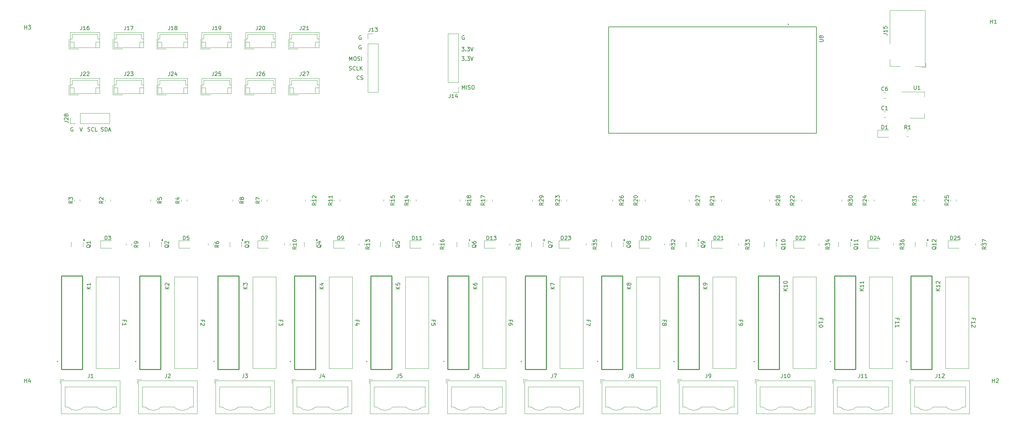
<source format=gbr>
%TF.GenerationSoftware,KiCad,Pcbnew,8.0.8-8.0.8-0~ubuntu24.04.1*%
%TF.CreationDate,2025-02-09T16:52:57+07:00*%
%TF.ProjectId,wemos32-12-channel-relays-ssr-rev-2,77656d6f-7333-4322-9d31-322d6368616e,1.0*%
%TF.SameCoordinates,Original*%
%TF.FileFunction,Legend,Top*%
%TF.FilePolarity,Positive*%
%FSLAX46Y46*%
G04 Gerber Fmt 4.6, Leading zero omitted, Abs format (unit mm)*
G04 Created by KiCad (PCBNEW 8.0.8-8.0.8-0~ubuntu24.04.1) date 2025-02-09 16:52:57*
%MOMM*%
%LPD*%
G01*
G04 APERTURE LIST*
%ADD10C,0.150000*%
%ADD11C,0.120000*%
%ADD12C,0.254000*%
%ADD13C,0.200000*%
%ADD14C,0.127000*%
G04 APERTURE END LIST*
D10*
X37789160Y-83822200D02*
X37932017Y-83869819D01*
X37932017Y-83869819D02*
X38170112Y-83869819D01*
X38170112Y-83869819D02*
X38265350Y-83822200D01*
X38265350Y-83822200D02*
X38312969Y-83774580D01*
X38312969Y-83774580D02*
X38360588Y-83679342D01*
X38360588Y-83679342D02*
X38360588Y-83584104D01*
X38360588Y-83584104D02*
X38312969Y-83488866D01*
X38312969Y-83488866D02*
X38265350Y-83441247D01*
X38265350Y-83441247D02*
X38170112Y-83393628D01*
X38170112Y-83393628D02*
X37979636Y-83346009D01*
X37979636Y-83346009D02*
X37884398Y-83298390D01*
X37884398Y-83298390D02*
X37836779Y-83250771D01*
X37836779Y-83250771D02*
X37789160Y-83155533D01*
X37789160Y-83155533D02*
X37789160Y-83060295D01*
X37789160Y-83060295D02*
X37836779Y-82965057D01*
X37836779Y-82965057D02*
X37884398Y-82917438D01*
X37884398Y-82917438D02*
X37979636Y-82869819D01*
X37979636Y-82869819D02*
X38217731Y-82869819D01*
X38217731Y-82869819D02*
X38360588Y-82917438D01*
X39360588Y-83774580D02*
X39312969Y-83822200D01*
X39312969Y-83822200D02*
X39170112Y-83869819D01*
X39170112Y-83869819D02*
X39074874Y-83869819D01*
X39074874Y-83869819D02*
X38932017Y-83822200D01*
X38932017Y-83822200D02*
X38836779Y-83726961D01*
X38836779Y-83726961D02*
X38789160Y-83631723D01*
X38789160Y-83631723D02*
X38741541Y-83441247D01*
X38741541Y-83441247D02*
X38741541Y-83298390D01*
X38741541Y-83298390D02*
X38789160Y-83107914D01*
X38789160Y-83107914D02*
X38836779Y-83012676D01*
X38836779Y-83012676D02*
X38932017Y-82917438D01*
X38932017Y-82917438D02*
X39074874Y-82869819D01*
X39074874Y-82869819D02*
X39170112Y-82869819D01*
X39170112Y-82869819D02*
X39312969Y-82917438D01*
X39312969Y-82917438D02*
X39360588Y-82965057D01*
X40265350Y-83869819D02*
X39789160Y-83869819D01*
X39789160Y-83869819D02*
X39789160Y-82869819D01*
X136360588Y-58917438D02*
X136265350Y-58869819D01*
X136265350Y-58869819D02*
X136122493Y-58869819D01*
X136122493Y-58869819D02*
X135979636Y-58917438D01*
X135979636Y-58917438D02*
X135884398Y-59012676D01*
X135884398Y-59012676D02*
X135836779Y-59107914D01*
X135836779Y-59107914D02*
X135789160Y-59298390D01*
X135789160Y-59298390D02*
X135789160Y-59441247D01*
X135789160Y-59441247D02*
X135836779Y-59631723D01*
X135836779Y-59631723D02*
X135884398Y-59726961D01*
X135884398Y-59726961D02*
X135979636Y-59822200D01*
X135979636Y-59822200D02*
X136122493Y-59869819D01*
X136122493Y-59869819D02*
X136217731Y-59869819D01*
X136217731Y-59869819D02*
X136360588Y-59822200D01*
X136360588Y-59822200D02*
X136408207Y-59774580D01*
X136408207Y-59774580D02*
X136408207Y-59441247D01*
X136408207Y-59441247D02*
X136217731Y-59441247D01*
X33860588Y-82917438D02*
X33765350Y-82869819D01*
X33765350Y-82869819D02*
X33622493Y-82869819D01*
X33622493Y-82869819D02*
X33479636Y-82917438D01*
X33479636Y-82917438D02*
X33384398Y-83012676D01*
X33384398Y-83012676D02*
X33336779Y-83107914D01*
X33336779Y-83107914D02*
X33289160Y-83298390D01*
X33289160Y-83298390D02*
X33289160Y-83441247D01*
X33289160Y-83441247D02*
X33336779Y-83631723D01*
X33336779Y-83631723D02*
X33384398Y-83726961D01*
X33384398Y-83726961D02*
X33479636Y-83822200D01*
X33479636Y-83822200D02*
X33622493Y-83869819D01*
X33622493Y-83869819D02*
X33717731Y-83869819D01*
X33717731Y-83869819D02*
X33860588Y-83822200D01*
X33860588Y-83822200D02*
X33908207Y-83774580D01*
X33908207Y-83774580D02*
X33908207Y-83441247D01*
X33908207Y-83441247D02*
X33717731Y-83441247D01*
X135836779Y-72869819D02*
X135836779Y-71869819D01*
X135836779Y-71869819D02*
X136170112Y-72584104D01*
X136170112Y-72584104D02*
X136503445Y-71869819D01*
X136503445Y-71869819D02*
X136503445Y-72869819D01*
X136979636Y-72869819D02*
X136979636Y-71869819D01*
X137408207Y-72822200D02*
X137551064Y-72869819D01*
X137551064Y-72869819D02*
X137789159Y-72869819D01*
X137789159Y-72869819D02*
X137884397Y-72822200D01*
X137884397Y-72822200D02*
X137932016Y-72774580D01*
X137932016Y-72774580D02*
X137979635Y-72679342D01*
X137979635Y-72679342D02*
X137979635Y-72584104D01*
X137979635Y-72584104D02*
X137932016Y-72488866D01*
X137932016Y-72488866D02*
X137884397Y-72441247D01*
X137884397Y-72441247D02*
X137789159Y-72393628D01*
X137789159Y-72393628D02*
X137598683Y-72346009D01*
X137598683Y-72346009D02*
X137503445Y-72298390D01*
X137503445Y-72298390D02*
X137455826Y-72250771D01*
X137455826Y-72250771D02*
X137408207Y-72155533D01*
X137408207Y-72155533D02*
X137408207Y-72060295D01*
X137408207Y-72060295D02*
X137455826Y-71965057D01*
X137455826Y-71965057D02*
X137503445Y-71917438D01*
X137503445Y-71917438D02*
X137598683Y-71869819D01*
X137598683Y-71869819D02*
X137836778Y-71869819D01*
X137836778Y-71869819D02*
X137979635Y-71917438D01*
X138598683Y-71869819D02*
X138789159Y-71869819D01*
X138789159Y-71869819D02*
X138884397Y-71917438D01*
X138884397Y-71917438D02*
X138979635Y-72012676D01*
X138979635Y-72012676D02*
X139027254Y-72203152D01*
X139027254Y-72203152D02*
X139027254Y-72536485D01*
X139027254Y-72536485D02*
X138979635Y-72726961D01*
X138979635Y-72726961D02*
X138884397Y-72822200D01*
X138884397Y-72822200D02*
X138789159Y-72869819D01*
X138789159Y-72869819D02*
X138598683Y-72869819D01*
X138598683Y-72869819D02*
X138503445Y-72822200D01*
X138503445Y-72822200D02*
X138408207Y-72726961D01*
X138408207Y-72726961D02*
X138360588Y-72536485D01*
X138360588Y-72536485D02*
X138360588Y-72203152D01*
X138360588Y-72203152D02*
X138408207Y-72012676D01*
X138408207Y-72012676D02*
X138503445Y-71917438D01*
X138503445Y-71917438D02*
X138598683Y-71869819D01*
X108908207Y-70274580D02*
X108860588Y-70322200D01*
X108860588Y-70322200D02*
X108717731Y-70369819D01*
X108717731Y-70369819D02*
X108622493Y-70369819D01*
X108622493Y-70369819D02*
X108479636Y-70322200D01*
X108479636Y-70322200D02*
X108384398Y-70226961D01*
X108384398Y-70226961D02*
X108336779Y-70131723D01*
X108336779Y-70131723D02*
X108289160Y-69941247D01*
X108289160Y-69941247D02*
X108289160Y-69798390D01*
X108289160Y-69798390D02*
X108336779Y-69607914D01*
X108336779Y-69607914D02*
X108384398Y-69512676D01*
X108384398Y-69512676D02*
X108479636Y-69417438D01*
X108479636Y-69417438D02*
X108622493Y-69369819D01*
X108622493Y-69369819D02*
X108717731Y-69369819D01*
X108717731Y-69369819D02*
X108860588Y-69417438D01*
X108860588Y-69417438D02*
X108908207Y-69465057D01*
X109289160Y-70322200D02*
X109432017Y-70369819D01*
X109432017Y-70369819D02*
X109670112Y-70369819D01*
X109670112Y-70369819D02*
X109765350Y-70322200D01*
X109765350Y-70322200D02*
X109812969Y-70274580D01*
X109812969Y-70274580D02*
X109860588Y-70179342D01*
X109860588Y-70179342D02*
X109860588Y-70084104D01*
X109860588Y-70084104D02*
X109812969Y-69988866D01*
X109812969Y-69988866D02*
X109765350Y-69941247D01*
X109765350Y-69941247D02*
X109670112Y-69893628D01*
X109670112Y-69893628D02*
X109479636Y-69846009D01*
X109479636Y-69846009D02*
X109384398Y-69798390D01*
X109384398Y-69798390D02*
X109336779Y-69750771D01*
X109336779Y-69750771D02*
X109289160Y-69655533D01*
X109289160Y-69655533D02*
X109289160Y-69560295D01*
X109289160Y-69560295D02*
X109336779Y-69465057D01*
X109336779Y-69465057D02*
X109384398Y-69417438D01*
X109384398Y-69417438D02*
X109479636Y-69369819D01*
X109479636Y-69369819D02*
X109717731Y-69369819D01*
X109717731Y-69369819D02*
X109860588Y-69417438D01*
X135741541Y-61869819D02*
X136360588Y-61869819D01*
X136360588Y-61869819D02*
X136027255Y-62250771D01*
X136027255Y-62250771D02*
X136170112Y-62250771D01*
X136170112Y-62250771D02*
X136265350Y-62298390D01*
X136265350Y-62298390D02*
X136312969Y-62346009D01*
X136312969Y-62346009D02*
X136360588Y-62441247D01*
X136360588Y-62441247D02*
X136360588Y-62679342D01*
X136360588Y-62679342D02*
X136312969Y-62774580D01*
X136312969Y-62774580D02*
X136265350Y-62822200D01*
X136265350Y-62822200D02*
X136170112Y-62869819D01*
X136170112Y-62869819D02*
X135884398Y-62869819D01*
X135884398Y-62869819D02*
X135789160Y-62822200D01*
X135789160Y-62822200D02*
X135741541Y-62774580D01*
X136789160Y-62774580D02*
X136836779Y-62822200D01*
X136836779Y-62822200D02*
X136789160Y-62869819D01*
X136789160Y-62869819D02*
X136741541Y-62822200D01*
X136741541Y-62822200D02*
X136789160Y-62774580D01*
X136789160Y-62774580D02*
X136789160Y-62869819D01*
X137170112Y-61869819D02*
X137789159Y-61869819D01*
X137789159Y-61869819D02*
X137455826Y-62250771D01*
X137455826Y-62250771D02*
X137598683Y-62250771D01*
X137598683Y-62250771D02*
X137693921Y-62298390D01*
X137693921Y-62298390D02*
X137741540Y-62346009D01*
X137741540Y-62346009D02*
X137789159Y-62441247D01*
X137789159Y-62441247D02*
X137789159Y-62679342D01*
X137789159Y-62679342D02*
X137741540Y-62774580D01*
X137741540Y-62774580D02*
X137693921Y-62822200D01*
X137693921Y-62822200D02*
X137598683Y-62869819D01*
X137598683Y-62869819D02*
X137312969Y-62869819D01*
X137312969Y-62869819D02*
X137217731Y-62822200D01*
X137217731Y-62822200D02*
X137170112Y-62774580D01*
X138074874Y-61869819D02*
X138408207Y-62869819D01*
X138408207Y-62869819D02*
X138741540Y-61869819D01*
X135741541Y-64369819D02*
X136360588Y-64369819D01*
X136360588Y-64369819D02*
X136027255Y-64750771D01*
X136027255Y-64750771D02*
X136170112Y-64750771D01*
X136170112Y-64750771D02*
X136265350Y-64798390D01*
X136265350Y-64798390D02*
X136312969Y-64846009D01*
X136312969Y-64846009D02*
X136360588Y-64941247D01*
X136360588Y-64941247D02*
X136360588Y-65179342D01*
X136360588Y-65179342D02*
X136312969Y-65274580D01*
X136312969Y-65274580D02*
X136265350Y-65322200D01*
X136265350Y-65322200D02*
X136170112Y-65369819D01*
X136170112Y-65369819D02*
X135884398Y-65369819D01*
X135884398Y-65369819D02*
X135789160Y-65322200D01*
X135789160Y-65322200D02*
X135741541Y-65274580D01*
X136789160Y-65274580D02*
X136836779Y-65322200D01*
X136836779Y-65322200D02*
X136789160Y-65369819D01*
X136789160Y-65369819D02*
X136741541Y-65322200D01*
X136741541Y-65322200D02*
X136789160Y-65274580D01*
X136789160Y-65274580D02*
X136789160Y-65369819D01*
X137170112Y-64369819D02*
X137789159Y-64369819D01*
X137789159Y-64369819D02*
X137455826Y-64750771D01*
X137455826Y-64750771D02*
X137598683Y-64750771D01*
X137598683Y-64750771D02*
X137693921Y-64798390D01*
X137693921Y-64798390D02*
X137741540Y-64846009D01*
X137741540Y-64846009D02*
X137789159Y-64941247D01*
X137789159Y-64941247D02*
X137789159Y-65179342D01*
X137789159Y-65179342D02*
X137741540Y-65274580D01*
X137741540Y-65274580D02*
X137693921Y-65322200D01*
X137693921Y-65322200D02*
X137598683Y-65369819D01*
X137598683Y-65369819D02*
X137312969Y-65369819D01*
X137312969Y-65369819D02*
X137217731Y-65322200D01*
X137217731Y-65322200D02*
X137170112Y-65274580D01*
X138074874Y-64369819D02*
X138408207Y-65369819D01*
X138408207Y-65369819D02*
X138741540Y-64369819D01*
X35693922Y-82869819D02*
X36027255Y-83869819D01*
X36027255Y-83869819D02*
X36360588Y-82869819D01*
X109360588Y-58917438D02*
X109265350Y-58869819D01*
X109265350Y-58869819D02*
X109122493Y-58869819D01*
X109122493Y-58869819D02*
X108979636Y-58917438D01*
X108979636Y-58917438D02*
X108884398Y-59012676D01*
X108884398Y-59012676D02*
X108836779Y-59107914D01*
X108836779Y-59107914D02*
X108789160Y-59298390D01*
X108789160Y-59298390D02*
X108789160Y-59441247D01*
X108789160Y-59441247D02*
X108836779Y-59631723D01*
X108836779Y-59631723D02*
X108884398Y-59726961D01*
X108884398Y-59726961D02*
X108979636Y-59822200D01*
X108979636Y-59822200D02*
X109122493Y-59869819D01*
X109122493Y-59869819D02*
X109217731Y-59869819D01*
X109217731Y-59869819D02*
X109360588Y-59822200D01*
X109360588Y-59822200D02*
X109408207Y-59774580D01*
X109408207Y-59774580D02*
X109408207Y-59441247D01*
X109408207Y-59441247D02*
X109217731Y-59441247D01*
X106289160Y-67822200D02*
X106432017Y-67869819D01*
X106432017Y-67869819D02*
X106670112Y-67869819D01*
X106670112Y-67869819D02*
X106765350Y-67822200D01*
X106765350Y-67822200D02*
X106812969Y-67774580D01*
X106812969Y-67774580D02*
X106860588Y-67679342D01*
X106860588Y-67679342D02*
X106860588Y-67584104D01*
X106860588Y-67584104D02*
X106812969Y-67488866D01*
X106812969Y-67488866D02*
X106765350Y-67441247D01*
X106765350Y-67441247D02*
X106670112Y-67393628D01*
X106670112Y-67393628D02*
X106479636Y-67346009D01*
X106479636Y-67346009D02*
X106384398Y-67298390D01*
X106384398Y-67298390D02*
X106336779Y-67250771D01*
X106336779Y-67250771D02*
X106289160Y-67155533D01*
X106289160Y-67155533D02*
X106289160Y-67060295D01*
X106289160Y-67060295D02*
X106336779Y-66965057D01*
X106336779Y-66965057D02*
X106384398Y-66917438D01*
X106384398Y-66917438D02*
X106479636Y-66869819D01*
X106479636Y-66869819D02*
X106717731Y-66869819D01*
X106717731Y-66869819D02*
X106860588Y-66917438D01*
X107860588Y-67774580D02*
X107812969Y-67822200D01*
X107812969Y-67822200D02*
X107670112Y-67869819D01*
X107670112Y-67869819D02*
X107574874Y-67869819D01*
X107574874Y-67869819D02*
X107432017Y-67822200D01*
X107432017Y-67822200D02*
X107336779Y-67726961D01*
X107336779Y-67726961D02*
X107289160Y-67631723D01*
X107289160Y-67631723D02*
X107241541Y-67441247D01*
X107241541Y-67441247D02*
X107241541Y-67298390D01*
X107241541Y-67298390D02*
X107289160Y-67107914D01*
X107289160Y-67107914D02*
X107336779Y-67012676D01*
X107336779Y-67012676D02*
X107432017Y-66917438D01*
X107432017Y-66917438D02*
X107574874Y-66869819D01*
X107574874Y-66869819D02*
X107670112Y-66869819D01*
X107670112Y-66869819D02*
X107812969Y-66917438D01*
X107812969Y-66917438D02*
X107860588Y-66965057D01*
X108765350Y-67869819D02*
X108289160Y-67869819D01*
X108289160Y-67869819D02*
X108289160Y-66869819D01*
X109098684Y-67869819D02*
X109098684Y-66869819D01*
X109670112Y-67869819D02*
X109241541Y-67298390D01*
X109670112Y-66869819D02*
X109098684Y-67441247D01*
X106336779Y-65369819D02*
X106336779Y-64369819D01*
X106336779Y-64369819D02*
X106670112Y-65084104D01*
X106670112Y-65084104D02*
X107003445Y-64369819D01*
X107003445Y-64369819D02*
X107003445Y-65369819D01*
X107670112Y-64369819D02*
X107860588Y-64369819D01*
X107860588Y-64369819D02*
X107955826Y-64417438D01*
X107955826Y-64417438D02*
X108051064Y-64512676D01*
X108051064Y-64512676D02*
X108098683Y-64703152D01*
X108098683Y-64703152D02*
X108098683Y-65036485D01*
X108098683Y-65036485D02*
X108051064Y-65226961D01*
X108051064Y-65226961D02*
X107955826Y-65322200D01*
X107955826Y-65322200D02*
X107860588Y-65369819D01*
X107860588Y-65369819D02*
X107670112Y-65369819D01*
X107670112Y-65369819D02*
X107574874Y-65322200D01*
X107574874Y-65322200D02*
X107479636Y-65226961D01*
X107479636Y-65226961D02*
X107432017Y-65036485D01*
X107432017Y-65036485D02*
X107432017Y-64703152D01*
X107432017Y-64703152D02*
X107479636Y-64512676D01*
X107479636Y-64512676D02*
X107574874Y-64417438D01*
X107574874Y-64417438D02*
X107670112Y-64369819D01*
X108479636Y-65322200D02*
X108622493Y-65369819D01*
X108622493Y-65369819D02*
X108860588Y-65369819D01*
X108860588Y-65369819D02*
X108955826Y-65322200D01*
X108955826Y-65322200D02*
X109003445Y-65274580D01*
X109003445Y-65274580D02*
X109051064Y-65179342D01*
X109051064Y-65179342D02*
X109051064Y-65084104D01*
X109051064Y-65084104D02*
X109003445Y-64988866D01*
X109003445Y-64988866D02*
X108955826Y-64941247D01*
X108955826Y-64941247D02*
X108860588Y-64893628D01*
X108860588Y-64893628D02*
X108670112Y-64846009D01*
X108670112Y-64846009D02*
X108574874Y-64798390D01*
X108574874Y-64798390D02*
X108527255Y-64750771D01*
X108527255Y-64750771D02*
X108479636Y-64655533D01*
X108479636Y-64655533D02*
X108479636Y-64560295D01*
X108479636Y-64560295D02*
X108527255Y-64465057D01*
X108527255Y-64465057D02*
X108574874Y-64417438D01*
X108574874Y-64417438D02*
X108670112Y-64369819D01*
X108670112Y-64369819D02*
X108908207Y-64369819D01*
X108908207Y-64369819D02*
X109051064Y-64417438D01*
X109479636Y-65369819D02*
X109479636Y-64369819D01*
X109360588Y-61417438D02*
X109265350Y-61369819D01*
X109265350Y-61369819D02*
X109122493Y-61369819D01*
X109122493Y-61369819D02*
X108979636Y-61417438D01*
X108979636Y-61417438D02*
X108884398Y-61512676D01*
X108884398Y-61512676D02*
X108836779Y-61607914D01*
X108836779Y-61607914D02*
X108789160Y-61798390D01*
X108789160Y-61798390D02*
X108789160Y-61941247D01*
X108789160Y-61941247D02*
X108836779Y-62131723D01*
X108836779Y-62131723D02*
X108884398Y-62226961D01*
X108884398Y-62226961D02*
X108979636Y-62322200D01*
X108979636Y-62322200D02*
X109122493Y-62369819D01*
X109122493Y-62369819D02*
X109217731Y-62369819D01*
X109217731Y-62369819D02*
X109360588Y-62322200D01*
X109360588Y-62322200D02*
X109408207Y-62274580D01*
X109408207Y-62274580D02*
X109408207Y-61941247D01*
X109408207Y-61941247D02*
X109217731Y-61941247D01*
X41289160Y-83822200D02*
X41432017Y-83869819D01*
X41432017Y-83869819D02*
X41670112Y-83869819D01*
X41670112Y-83869819D02*
X41765350Y-83822200D01*
X41765350Y-83822200D02*
X41812969Y-83774580D01*
X41812969Y-83774580D02*
X41860588Y-83679342D01*
X41860588Y-83679342D02*
X41860588Y-83584104D01*
X41860588Y-83584104D02*
X41812969Y-83488866D01*
X41812969Y-83488866D02*
X41765350Y-83441247D01*
X41765350Y-83441247D02*
X41670112Y-83393628D01*
X41670112Y-83393628D02*
X41479636Y-83346009D01*
X41479636Y-83346009D02*
X41384398Y-83298390D01*
X41384398Y-83298390D02*
X41336779Y-83250771D01*
X41336779Y-83250771D02*
X41289160Y-83155533D01*
X41289160Y-83155533D02*
X41289160Y-83060295D01*
X41289160Y-83060295D02*
X41336779Y-82965057D01*
X41336779Y-82965057D02*
X41384398Y-82917438D01*
X41384398Y-82917438D02*
X41479636Y-82869819D01*
X41479636Y-82869819D02*
X41717731Y-82869819D01*
X41717731Y-82869819D02*
X41860588Y-82917438D01*
X42289160Y-83869819D02*
X42289160Y-82869819D01*
X42289160Y-82869819D02*
X42527255Y-82869819D01*
X42527255Y-82869819D02*
X42670112Y-82917438D01*
X42670112Y-82917438D02*
X42765350Y-83012676D01*
X42765350Y-83012676D02*
X42812969Y-83107914D01*
X42812969Y-83107914D02*
X42860588Y-83298390D01*
X42860588Y-83298390D02*
X42860588Y-83441247D01*
X42860588Y-83441247D02*
X42812969Y-83631723D01*
X42812969Y-83631723D02*
X42765350Y-83726961D01*
X42765350Y-83726961D02*
X42670112Y-83822200D01*
X42670112Y-83822200D02*
X42527255Y-83869819D01*
X42527255Y-83869819D02*
X42289160Y-83869819D01*
X43241541Y-83584104D02*
X43717731Y-83584104D01*
X43146303Y-83869819D02*
X43479636Y-82869819D01*
X43479636Y-82869819D02*
X43812969Y-83869819D01*
X121804819Y-102642857D02*
X121328628Y-102976190D01*
X121804819Y-103214285D02*
X120804819Y-103214285D01*
X120804819Y-103214285D02*
X120804819Y-102833333D01*
X120804819Y-102833333D02*
X120852438Y-102738095D01*
X120852438Y-102738095D02*
X120900057Y-102690476D01*
X120900057Y-102690476D02*
X120995295Y-102642857D01*
X120995295Y-102642857D02*
X121138152Y-102642857D01*
X121138152Y-102642857D02*
X121233390Y-102690476D01*
X121233390Y-102690476D02*
X121281009Y-102738095D01*
X121281009Y-102738095D02*
X121328628Y-102833333D01*
X121328628Y-102833333D02*
X121328628Y-103214285D01*
X121804819Y-101690476D02*
X121804819Y-102261904D01*
X121804819Y-101976190D02*
X120804819Y-101976190D01*
X120804819Y-101976190D02*
X120947676Y-102071428D01*
X120947676Y-102071428D02*
X121042914Y-102166666D01*
X121042914Y-102166666D02*
X121090533Y-102261904D01*
X121138152Y-100833333D02*
X121804819Y-100833333D01*
X120757200Y-101071428D02*
X121471485Y-101309523D01*
X121471485Y-101309523D02*
X121471485Y-100690476D01*
X70690476Y-56354819D02*
X70690476Y-57069104D01*
X70690476Y-57069104D02*
X70642857Y-57211961D01*
X70642857Y-57211961D02*
X70547619Y-57307200D01*
X70547619Y-57307200D02*
X70404762Y-57354819D01*
X70404762Y-57354819D02*
X70309524Y-57354819D01*
X71690476Y-57354819D02*
X71119048Y-57354819D01*
X71404762Y-57354819D02*
X71404762Y-56354819D01*
X71404762Y-56354819D02*
X71309524Y-56497676D01*
X71309524Y-56497676D02*
X71214286Y-56592914D01*
X71214286Y-56592914D02*
X71119048Y-56640533D01*
X72166667Y-57354819D02*
X72357143Y-57354819D01*
X72357143Y-57354819D02*
X72452381Y-57307200D01*
X72452381Y-57307200D02*
X72500000Y-57259580D01*
X72500000Y-57259580D02*
X72595238Y-57116723D01*
X72595238Y-57116723D02*
X72642857Y-56926247D01*
X72642857Y-56926247D02*
X72642857Y-56545295D01*
X72642857Y-56545295D02*
X72595238Y-56450057D01*
X72595238Y-56450057D02*
X72547619Y-56402438D01*
X72547619Y-56402438D02*
X72452381Y-56354819D01*
X72452381Y-56354819D02*
X72261905Y-56354819D01*
X72261905Y-56354819D02*
X72166667Y-56402438D01*
X72166667Y-56402438D02*
X72119048Y-56450057D01*
X72119048Y-56450057D02*
X72071429Y-56545295D01*
X72071429Y-56545295D02*
X72071429Y-56783390D01*
X72071429Y-56783390D02*
X72119048Y-56878628D01*
X72119048Y-56878628D02*
X72166667Y-56926247D01*
X72166667Y-56926247D02*
X72261905Y-56973866D01*
X72261905Y-56973866D02*
X72452381Y-56973866D01*
X72452381Y-56973866D02*
X72547619Y-56926247D01*
X72547619Y-56926247D02*
X72595238Y-56878628D01*
X72595238Y-56878628D02*
X72642857Y-56783390D01*
X220550057Y-114071428D02*
X220502438Y-114166666D01*
X220502438Y-114166666D02*
X220407200Y-114261904D01*
X220407200Y-114261904D02*
X220264342Y-114404761D01*
X220264342Y-114404761D02*
X220216723Y-114499999D01*
X220216723Y-114499999D02*
X220216723Y-114595237D01*
X220454819Y-114547618D02*
X220407200Y-114642856D01*
X220407200Y-114642856D02*
X220311961Y-114738094D01*
X220311961Y-114738094D02*
X220121485Y-114785713D01*
X220121485Y-114785713D02*
X219788152Y-114785713D01*
X219788152Y-114785713D02*
X219597676Y-114738094D01*
X219597676Y-114738094D02*
X219502438Y-114642856D01*
X219502438Y-114642856D02*
X219454819Y-114547618D01*
X219454819Y-114547618D02*
X219454819Y-114357142D01*
X219454819Y-114357142D02*
X219502438Y-114261904D01*
X219502438Y-114261904D02*
X219597676Y-114166666D01*
X219597676Y-114166666D02*
X219788152Y-114119047D01*
X219788152Y-114119047D02*
X220121485Y-114119047D01*
X220121485Y-114119047D02*
X220311961Y-114166666D01*
X220311961Y-114166666D02*
X220407200Y-114261904D01*
X220407200Y-114261904D02*
X220454819Y-114357142D01*
X220454819Y-114357142D02*
X220454819Y-114547618D01*
X220454819Y-113166666D02*
X220454819Y-113738094D01*
X220454819Y-113452380D02*
X219454819Y-113452380D01*
X219454819Y-113452380D02*
X219597676Y-113547618D01*
X219597676Y-113547618D02*
X219692914Y-113642856D01*
X219692914Y-113642856D02*
X219740533Y-113738094D01*
X219454819Y-112547618D02*
X219454819Y-112452380D01*
X219454819Y-112452380D02*
X219502438Y-112357142D01*
X219502438Y-112357142D02*
X219550057Y-112309523D01*
X219550057Y-112309523D02*
X219645295Y-112261904D01*
X219645295Y-112261904D02*
X219835771Y-112214285D01*
X219835771Y-112214285D02*
X220073866Y-112214285D01*
X220073866Y-112214285D02*
X220264342Y-112261904D01*
X220264342Y-112261904D02*
X220359580Y-112309523D01*
X220359580Y-112309523D02*
X220407200Y-112357142D01*
X220407200Y-112357142D02*
X220454819Y-112452380D01*
X220454819Y-112452380D02*
X220454819Y-112547618D01*
X220454819Y-112547618D02*
X220407200Y-112642856D01*
X220407200Y-112642856D02*
X220359580Y-112690475D01*
X220359580Y-112690475D02*
X220264342Y-112738094D01*
X220264342Y-112738094D02*
X220073866Y-112785713D01*
X220073866Y-112785713D02*
X219835771Y-112785713D01*
X219835771Y-112785713D02*
X219645295Y-112738094D01*
X219645295Y-112738094D02*
X219550057Y-112690475D01*
X219550057Y-112690475D02*
X219502438Y-112642856D01*
X219502438Y-112642856D02*
X219454819Y-112547618D01*
X98950057Y-113595238D02*
X98902438Y-113690476D01*
X98902438Y-113690476D02*
X98807200Y-113785714D01*
X98807200Y-113785714D02*
X98664342Y-113928571D01*
X98664342Y-113928571D02*
X98616723Y-114023809D01*
X98616723Y-114023809D02*
X98616723Y-114119047D01*
X98854819Y-114071428D02*
X98807200Y-114166666D01*
X98807200Y-114166666D02*
X98711961Y-114261904D01*
X98711961Y-114261904D02*
X98521485Y-114309523D01*
X98521485Y-114309523D02*
X98188152Y-114309523D01*
X98188152Y-114309523D02*
X97997676Y-114261904D01*
X97997676Y-114261904D02*
X97902438Y-114166666D01*
X97902438Y-114166666D02*
X97854819Y-114071428D01*
X97854819Y-114071428D02*
X97854819Y-113880952D01*
X97854819Y-113880952D02*
X97902438Y-113785714D01*
X97902438Y-113785714D02*
X97997676Y-113690476D01*
X97997676Y-113690476D02*
X98188152Y-113642857D01*
X98188152Y-113642857D02*
X98521485Y-113642857D01*
X98521485Y-113642857D02*
X98711961Y-113690476D01*
X98711961Y-113690476D02*
X98807200Y-113785714D01*
X98807200Y-113785714D02*
X98854819Y-113880952D01*
X98854819Y-113880952D02*
X98854819Y-114071428D01*
X98188152Y-112785714D02*
X98854819Y-112785714D01*
X97807200Y-113023809D02*
X98521485Y-113261904D01*
X98521485Y-113261904D02*
X98521485Y-112642857D01*
X78621166Y-147404819D02*
X78621166Y-148119104D01*
X78621166Y-148119104D02*
X78573547Y-148261961D01*
X78573547Y-148261961D02*
X78478309Y-148357200D01*
X78478309Y-148357200D02*
X78335452Y-148404819D01*
X78335452Y-148404819D02*
X78240214Y-148404819D01*
X79002119Y-147404819D02*
X79621166Y-147404819D01*
X79621166Y-147404819D02*
X79287833Y-147785771D01*
X79287833Y-147785771D02*
X79430690Y-147785771D01*
X79430690Y-147785771D02*
X79525928Y-147833390D01*
X79525928Y-147833390D02*
X79573547Y-147881009D01*
X79573547Y-147881009D02*
X79621166Y-147976247D01*
X79621166Y-147976247D02*
X79621166Y-148214342D01*
X79621166Y-148214342D02*
X79573547Y-148309580D01*
X79573547Y-148309580D02*
X79525928Y-148357200D01*
X79525928Y-148357200D02*
X79430690Y-148404819D01*
X79430690Y-148404819D02*
X79144976Y-148404819D01*
X79144976Y-148404819D02*
X79049738Y-148357200D01*
X79049738Y-148357200D02*
X79002119Y-148309580D01*
X132690476Y-74134819D02*
X132690476Y-74849104D01*
X132690476Y-74849104D02*
X132642857Y-74991961D01*
X132642857Y-74991961D02*
X132547619Y-75087200D01*
X132547619Y-75087200D02*
X132404762Y-75134819D01*
X132404762Y-75134819D02*
X132309524Y-75134819D01*
X133690476Y-75134819D02*
X133119048Y-75134819D01*
X133404762Y-75134819D02*
X133404762Y-74134819D01*
X133404762Y-74134819D02*
X133309524Y-74277676D01*
X133309524Y-74277676D02*
X133214286Y-74372914D01*
X133214286Y-74372914D02*
X133119048Y-74420533D01*
X134547619Y-74468152D02*
X134547619Y-75134819D01*
X134309524Y-74087200D02*
X134071429Y-74801485D01*
X134071429Y-74801485D02*
X134690476Y-74801485D01*
X82190476Y-68354819D02*
X82190476Y-69069104D01*
X82190476Y-69069104D02*
X82142857Y-69211961D01*
X82142857Y-69211961D02*
X82047619Y-69307200D01*
X82047619Y-69307200D02*
X81904762Y-69354819D01*
X81904762Y-69354819D02*
X81809524Y-69354819D01*
X82619048Y-68450057D02*
X82666667Y-68402438D01*
X82666667Y-68402438D02*
X82761905Y-68354819D01*
X82761905Y-68354819D02*
X83000000Y-68354819D01*
X83000000Y-68354819D02*
X83095238Y-68402438D01*
X83095238Y-68402438D02*
X83142857Y-68450057D01*
X83142857Y-68450057D02*
X83190476Y-68545295D01*
X83190476Y-68545295D02*
X83190476Y-68640533D01*
X83190476Y-68640533D02*
X83142857Y-68783390D01*
X83142857Y-68783390D02*
X82571429Y-69354819D01*
X82571429Y-69354819D02*
X83190476Y-69354819D01*
X84047619Y-68354819D02*
X83857143Y-68354819D01*
X83857143Y-68354819D02*
X83761905Y-68402438D01*
X83761905Y-68402438D02*
X83714286Y-68450057D01*
X83714286Y-68450057D02*
X83619048Y-68592914D01*
X83619048Y-68592914D02*
X83571429Y-68783390D01*
X83571429Y-68783390D02*
X83571429Y-69164342D01*
X83571429Y-69164342D02*
X83619048Y-69259580D01*
X83619048Y-69259580D02*
X83666667Y-69307200D01*
X83666667Y-69307200D02*
X83761905Y-69354819D01*
X83761905Y-69354819D02*
X83952381Y-69354819D01*
X83952381Y-69354819D02*
X84047619Y-69307200D01*
X84047619Y-69307200D02*
X84095238Y-69259580D01*
X84095238Y-69259580D02*
X84142857Y-69164342D01*
X84142857Y-69164342D02*
X84142857Y-68926247D01*
X84142857Y-68926247D02*
X84095238Y-68831009D01*
X84095238Y-68831009D02*
X84047619Y-68783390D01*
X84047619Y-68783390D02*
X83952381Y-68735771D01*
X83952381Y-68735771D02*
X83761905Y-68735771D01*
X83761905Y-68735771D02*
X83666667Y-68783390D01*
X83666667Y-68783390D02*
X83619048Y-68831009D01*
X83619048Y-68831009D02*
X83571429Y-68926247D01*
X274238095Y-55654819D02*
X274238095Y-54654819D01*
X274238095Y-55131009D02*
X274809523Y-55131009D01*
X274809523Y-55654819D02*
X274809523Y-54654819D01*
X275809523Y-55654819D02*
X275238095Y-55654819D01*
X275523809Y-55654819D02*
X275523809Y-54654819D01*
X275523809Y-54654819D02*
X275428571Y-54797676D01*
X275428571Y-54797676D02*
X275333333Y-54892914D01*
X275333333Y-54892914D02*
X275238095Y-54940533D01*
X82190476Y-56354819D02*
X82190476Y-57069104D01*
X82190476Y-57069104D02*
X82142857Y-57211961D01*
X82142857Y-57211961D02*
X82047619Y-57307200D01*
X82047619Y-57307200D02*
X81904762Y-57354819D01*
X81904762Y-57354819D02*
X81809524Y-57354819D01*
X82619048Y-56450057D02*
X82666667Y-56402438D01*
X82666667Y-56402438D02*
X82761905Y-56354819D01*
X82761905Y-56354819D02*
X83000000Y-56354819D01*
X83000000Y-56354819D02*
X83095238Y-56402438D01*
X83095238Y-56402438D02*
X83142857Y-56450057D01*
X83142857Y-56450057D02*
X83190476Y-56545295D01*
X83190476Y-56545295D02*
X83190476Y-56640533D01*
X83190476Y-56640533D02*
X83142857Y-56783390D01*
X83142857Y-56783390D02*
X82571429Y-57354819D01*
X82571429Y-57354819D02*
X83190476Y-57354819D01*
X83809524Y-56354819D02*
X83904762Y-56354819D01*
X83904762Y-56354819D02*
X84000000Y-56402438D01*
X84000000Y-56402438D02*
X84047619Y-56450057D01*
X84047619Y-56450057D02*
X84095238Y-56545295D01*
X84095238Y-56545295D02*
X84142857Y-56735771D01*
X84142857Y-56735771D02*
X84142857Y-56973866D01*
X84142857Y-56973866D02*
X84095238Y-57164342D01*
X84095238Y-57164342D02*
X84047619Y-57259580D01*
X84047619Y-57259580D02*
X84000000Y-57307200D01*
X84000000Y-57307200D02*
X83904762Y-57354819D01*
X83904762Y-57354819D02*
X83809524Y-57354819D01*
X83809524Y-57354819D02*
X83714286Y-57307200D01*
X83714286Y-57307200D02*
X83666667Y-57259580D01*
X83666667Y-57259580D02*
X83619048Y-57164342D01*
X83619048Y-57164342D02*
X83571429Y-56973866D01*
X83571429Y-56973866D02*
X83571429Y-56735771D01*
X83571429Y-56735771D02*
X83619048Y-56545295D01*
X83619048Y-56545295D02*
X83666667Y-56450057D01*
X83666667Y-56450057D02*
X83714286Y-56402438D01*
X83714286Y-56402438D02*
X83809524Y-56354819D01*
X119075766Y-147404819D02*
X119075766Y-148119104D01*
X119075766Y-148119104D02*
X119028147Y-148261961D01*
X119028147Y-148261961D02*
X118932909Y-148357200D01*
X118932909Y-148357200D02*
X118790052Y-148404819D01*
X118790052Y-148404819D02*
X118694814Y-148404819D01*
X120028147Y-147404819D02*
X119551957Y-147404819D01*
X119551957Y-147404819D02*
X119504338Y-147881009D01*
X119504338Y-147881009D02*
X119551957Y-147833390D01*
X119551957Y-147833390D02*
X119647195Y-147785771D01*
X119647195Y-147785771D02*
X119885290Y-147785771D01*
X119885290Y-147785771D02*
X119980528Y-147833390D01*
X119980528Y-147833390D02*
X120028147Y-147881009D01*
X120028147Y-147881009D02*
X120075766Y-147976247D01*
X120075766Y-147976247D02*
X120075766Y-148214342D01*
X120075766Y-148214342D02*
X120028147Y-148309580D01*
X120028147Y-148309580D02*
X119980528Y-148357200D01*
X119980528Y-148357200D02*
X119885290Y-148404819D01*
X119885290Y-148404819D02*
X119647195Y-148404819D01*
X119647195Y-148404819D02*
X119551957Y-148357200D01*
X119551957Y-148357200D02*
X119504338Y-148309580D01*
X269834390Y-133190476D02*
X269834390Y-132857143D01*
X269310580Y-132857143D02*
X270310580Y-132857143D01*
X270310580Y-132857143D02*
X270310580Y-133333333D01*
X269310580Y-134238095D02*
X269310580Y-133666667D01*
X269310580Y-133952381D02*
X270310580Y-133952381D01*
X270310580Y-133952381D02*
X270167723Y-133857143D01*
X270167723Y-133857143D02*
X270072485Y-133761905D01*
X270072485Y-133761905D02*
X270024866Y-133666667D01*
X270215342Y-134619048D02*
X270262961Y-134666667D01*
X270262961Y-134666667D02*
X270310580Y-134761905D01*
X270310580Y-134761905D02*
X270310580Y-135000000D01*
X270310580Y-135000000D02*
X270262961Y-135095238D01*
X270262961Y-135095238D02*
X270215342Y-135142857D01*
X270215342Y-135142857D02*
X270120104Y-135190476D01*
X270120104Y-135190476D02*
X270024866Y-135190476D01*
X270024866Y-135190476D02*
X269882009Y-135142857D01*
X269882009Y-135142857D02*
X269310580Y-134571429D01*
X269310580Y-134571429D02*
X269310580Y-135190476D01*
X38528073Y-125155139D02*
X37527167Y-125155139D01*
X38528073Y-124583192D02*
X37956126Y-125012152D01*
X37527167Y-124583192D02*
X38099113Y-125155139D01*
X38528073Y-123629948D02*
X38528073Y-124201895D01*
X38528073Y-123915922D02*
X37527167Y-123915922D01*
X37527167Y-123915922D02*
X37670153Y-124011246D01*
X37670153Y-124011246D02*
X37765478Y-124106570D01*
X37765478Y-124106570D02*
X37813140Y-124201895D01*
X191604819Y-114142857D02*
X191128628Y-114476190D01*
X191604819Y-114714285D02*
X190604819Y-114714285D01*
X190604819Y-114714285D02*
X190604819Y-114333333D01*
X190604819Y-114333333D02*
X190652438Y-114238095D01*
X190652438Y-114238095D02*
X190700057Y-114190476D01*
X190700057Y-114190476D02*
X190795295Y-114142857D01*
X190795295Y-114142857D02*
X190938152Y-114142857D01*
X190938152Y-114142857D02*
X191033390Y-114190476D01*
X191033390Y-114190476D02*
X191081009Y-114238095D01*
X191081009Y-114238095D02*
X191128628Y-114333333D01*
X191128628Y-114333333D02*
X191128628Y-114714285D01*
X190604819Y-113809523D02*
X190604819Y-113190476D01*
X190604819Y-113190476D02*
X190985771Y-113523809D01*
X190985771Y-113523809D02*
X190985771Y-113380952D01*
X190985771Y-113380952D02*
X191033390Y-113285714D01*
X191033390Y-113285714D02*
X191081009Y-113238095D01*
X191081009Y-113238095D02*
X191176247Y-113190476D01*
X191176247Y-113190476D02*
X191414342Y-113190476D01*
X191414342Y-113190476D02*
X191509580Y-113238095D01*
X191509580Y-113238095D02*
X191557200Y-113285714D01*
X191557200Y-113285714D02*
X191604819Y-113380952D01*
X191604819Y-113380952D02*
X191604819Y-113666666D01*
X191604819Y-113666666D02*
X191557200Y-113761904D01*
X191557200Y-113761904D02*
X191509580Y-113809523D01*
X190700057Y-112809523D02*
X190652438Y-112761904D01*
X190652438Y-112761904D02*
X190604819Y-112666666D01*
X190604819Y-112666666D02*
X190604819Y-112428571D01*
X190604819Y-112428571D02*
X190652438Y-112333333D01*
X190652438Y-112333333D02*
X190700057Y-112285714D01*
X190700057Y-112285714D02*
X190795295Y-112238095D01*
X190795295Y-112238095D02*
X190890533Y-112238095D01*
X190890533Y-112238095D02*
X191033390Y-112285714D01*
X191033390Y-112285714D02*
X191604819Y-112857142D01*
X191604819Y-112857142D02*
X191604819Y-112238095D01*
X58393966Y-147404819D02*
X58393966Y-148119104D01*
X58393966Y-148119104D02*
X58346347Y-148261961D01*
X58346347Y-148261961D02*
X58251109Y-148357200D01*
X58251109Y-148357200D02*
X58108252Y-148404819D01*
X58108252Y-148404819D02*
X58013014Y-148404819D01*
X58822538Y-147500057D02*
X58870157Y-147452438D01*
X58870157Y-147452438D02*
X58965395Y-147404819D01*
X58965395Y-147404819D02*
X59203490Y-147404819D01*
X59203490Y-147404819D02*
X59298728Y-147452438D01*
X59298728Y-147452438D02*
X59346347Y-147500057D01*
X59346347Y-147500057D02*
X59393966Y-147595295D01*
X59393966Y-147595295D02*
X59393966Y-147690533D01*
X59393966Y-147690533D02*
X59346347Y-147833390D01*
X59346347Y-147833390D02*
X58774919Y-148404819D01*
X58774919Y-148404819D02*
X59393966Y-148404819D01*
X211104819Y-114142857D02*
X210628628Y-114476190D01*
X211104819Y-114714285D02*
X210104819Y-114714285D01*
X210104819Y-114714285D02*
X210104819Y-114333333D01*
X210104819Y-114333333D02*
X210152438Y-114238095D01*
X210152438Y-114238095D02*
X210200057Y-114190476D01*
X210200057Y-114190476D02*
X210295295Y-114142857D01*
X210295295Y-114142857D02*
X210438152Y-114142857D01*
X210438152Y-114142857D02*
X210533390Y-114190476D01*
X210533390Y-114190476D02*
X210581009Y-114238095D01*
X210581009Y-114238095D02*
X210628628Y-114333333D01*
X210628628Y-114333333D02*
X210628628Y-114714285D01*
X210104819Y-113809523D02*
X210104819Y-113190476D01*
X210104819Y-113190476D02*
X210485771Y-113523809D01*
X210485771Y-113523809D02*
X210485771Y-113380952D01*
X210485771Y-113380952D02*
X210533390Y-113285714D01*
X210533390Y-113285714D02*
X210581009Y-113238095D01*
X210581009Y-113238095D02*
X210676247Y-113190476D01*
X210676247Y-113190476D02*
X210914342Y-113190476D01*
X210914342Y-113190476D02*
X211009580Y-113238095D01*
X211009580Y-113238095D02*
X211057200Y-113285714D01*
X211057200Y-113285714D02*
X211104819Y-113380952D01*
X211104819Y-113380952D02*
X211104819Y-113666666D01*
X211104819Y-113666666D02*
X211057200Y-113761904D01*
X211057200Y-113761904D02*
X211009580Y-113809523D01*
X210104819Y-112857142D02*
X210104819Y-112238095D01*
X210104819Y-112238095D02*
X210485771Y-112571428D01*
X210485771Y-112571428D02*
X210485771Y-112428571D01*
X210485771Y-112428571D02*
X210533390Y-112333333D01*
X210533390Y-112333333D02*
X210581009Y-112285714D01*
X210581009Y-112285714D02*
X210676247Y-112238095D01*
X210676247Y-112238095D02*
X210914342Y-112238095D01*
X210914342Y-112238095D02*
X211009580Y-112285714D01*
X211009580Y-112285714D02*
X211057200Y-112333333D01*
X211057200Y-112333333D02*
X211104819Y-112428571D01*
X211104819Y-112428571D02*
X211104819Y-112714285D01*
X211104819Y-112714285D02*
X211057200Y-112809523D01*
X211057200Y-112809523D02*
X211009580Y-112857142D01*
X251604819Y-114142857D02*
X251128628Y-114476190D01*
X251604819Y-114714285D02*
X250604819Y-114714285D01*
X250604819Y-114714285D02*
X250604819Y-114333333D01*
X250604819Y-114333333D02*
X250652438Y-114238095D01*
X250652438Y-114238095D02*
X250700057Y-114190476D01*
X250700057Y-114190476D02*
X250795295Y-114142857D01*
X250795295Y-114142857D02*
X250938152Y-114142857D01*
X250938152Y-114142857D02*
X251033390Y-114190476D01*
X251033390Y-114190476D02*
X251081009Y-114238095D01*
X251081009Y-114238095D02*
X251128628Y-114333333D01*
X251128628Y-114333333D02*
X251128628Y-114714285D01*
X250604819Y-113809523D02*
X250604819Y-113190476D01*
X250604819Y-113190476D02*
X250985771Y-113523809D01*
X250985771Y-113523809D02*
X250985771Y-113380952D01*
X250985771Y-113380952D02*
X251033390Y-113285714D01*
X251033390Y-113285714D02*
X251081009Y-113238095D01*
X251081009Y-113238095D02*
X251176247Y-113190476D01*
X251176247Y-113190476D02*
X251414342Y-113190476D01*
X251414342Y-113190476D02*
X251509580Y-113238095D01*
X251509580Y-113238095D02*
X251557200Y-113285714D01*
X251557200Y-113285714D02*
X251604819Y-113380952D01*
X251604819Y-113380952D02*
X251604819Y-113666666D01*
X251604819Y-113666666D02*
X251557200Y-113761904D01*
X251557200Y-113761904D02*
X251509580Y-113809523D01*
X250604819Y-112333333D02*
X250604819Y-112523809D01*
X250604819Y-112523809D02*
X250652438Y-112619047D01*
X250652438Y-112619047D02*
X250700057Y-112666666D01*
X250700057Y-112666666D02*
X250842914Y-112761904D01*
X250842914Y-112761904D02*
X251033390Y-112809523D01*
X251033390Y-112809523D02*
X251414342Y-112809523D01*
X251414342Y-112809523D02*
X251509580Y-112761904D01*
X251509580Y-112761904D02*
X251557200Y-112714285D01*
X251557200Y-112714285D02*
X251604819Y-112619047D01*
X251604819Y-112619047D02*
X251604819Y-112428571D01*
X251604819Y-112428571D02*
X251557200Y-112333333D01*
X251557200Y-112333333D02*
X251509580Y-112285714D01*
X251509580Y-112285714D02*
X251414342Y-112238095D01*
X251414342Y-112238095D02*
X251176247Y-112238095D01*
X251176247Y-112238095D02*
X251081009Y-112285714D01*
X251081009Y-112285714D02*
X251033390Y-112333333D01*
X251033390Y-112333333D02*
X250985771Y-112428571D01*
X250985771Y-112428571D02*
X250985771Y-112619047D01*
X250985771Y-112619047D02*
X251033390Y-112714285D01*
X251033390Y-112714285D02*
X251081009Y-112761904D01*
X251081009Y-112761904D02*
X251176247Y-112809523D01*
X59050057Y-113595238D02*
X59002438Y-113690476D01*
X59002438Y-113690476D02*
X58907200Y-113785714D01*
X58907200Y-113785714D02*
X58764342Y-113928571D01*
X58764342Y-113928571D02*
X58716723Y-114023809D01*
X58716723Y-114023809D02*
X58716723Y-114119047D01*
X58954819Y-114071428D02*
X58907200Y-114166666D01*
X58907200Y-114166666D02*
X58811961Y-114261904D01*
X58811961Y-114261904D02*
X58621485Y-114309523D01*
X58621485Y-114309523D02*
X58288152Y-114309523D01*
X58288152Y-114309523D02*
X58097676Y-114261904D01*
X58097676Y-114261904D02*
X58002438Y-114166666D01*
X58002438Y-114166666D02*
X57954819Y-114071428D01*
X57954819Y-114071428D02*
X57954819Y-113880952D01*
X57954819Y-113880952D02*
X58002438Y-113785714D01*
X58002438Y-113785714D02*
X58097676Y-113690476D01*
X58097676Y-113690476D02*
X58288152Y-113642857D01*
X58288152Y-113642857D02*
X58621485Y-113642857D01*
X58621485Y-113642857D02*
X58811961Y-113690476D01*
X58811961Y-113690476D02*
X58907200Y-113785714D01*
X58907200Y-113785714D02*
X58954819Y-113880952D01*
X58954819Y-113880952D02*
X58954819Y-114071428D01*
X58050057Y-113261904D02*
X58002438Y-113214285D01*
X58002438Y-113214285D02*
X57954819Y-113119047D01*
X57954819Y-113119047D02*
X57954819Y-112880952D01*
X57954819Y-112880952D02*
X58002438Y-112785714D01*
X58002438Y-112785714D02*
X58050057Y-112738095D01*
X58050057Y-112738095D02*
X58145295Y-112690476D01*
X58145295Y-112690476D02*
X58240533Y-112690476D01*
X58240533Y-112690476D02*
X58383390Y-112738095D01*
X58383390Y-112738095D02*
X58954819Y-113309523D01*
X58954819Y-113309523D02*
X58954819Y-112690476D01*
X47690476Y-68354819D02*
X47690476Y-69069104D01*
X47690476Y-69069104D02*
X47642857Y-69211961D01*
X47642857Y-69211961D02*
X47547619Y-69307200D01*
X47547619Y-69307200D02*
X47404762Y-69354819D01*
X47404762Y-69354819D02*
X47309524Y-69354819D01*
X48119048Y-68450057D02*
X48166667Y-68402438D01*
X48166667Y-68402438D02*
X48261905Y-68354819D01*
X48261905Y-68354819D02*
X48500000Y-68354819D01*
X48500000Y-68354819D02*
X48595238Y-68402438D01*
X48595238Y-68402438D02*
X48642857Y-68450057D01*
X48642857Y-68450057D02*
X48690476Y-68545295D01*
X48690476Y-68545295D02*
X48690476Y-68640533D01*
X48690476Y-68640533D02*
X48642857Y-68783390D01*
X48642857Y-68783390D02*
X48071429Y-69354819D01*
X48071429Y-69354819D02*
X48690476Y-69354819D01*
X49023810Y-68354819D02*
X49642857Y-68354819D01*
X49642857Y-68354819D02*
X49309524Y-68735771D01*
X49309524Y-68735771D02*
X49452381Y-68735771D01*
X49452381Y-68735771D02*
X49547619Y-68783390D01*
X49547619Y-68783390D02*
X49595238Y-68831009D01*
X49595238Y-68831009D02*
X49642857Y-68926247D01*
X49642857Y-68926247D02*
X49642857Y-69164342D01*
X49642857Y-69164342D02*
X49595238Y-69259580D01*
X49595238Y-69259580D02*
X49547619Y-69307200D01*
X49547619Y-69307200D02*
X49452381Y-69354819D01*
X49452381Y-69354819D02*
X49166667Y-69354819D01*
X49166667Y-69354819D02*
X49071429Y-69307200D01*
X49071429Y-69307200D02*
X49023810Y-69259580D01*
X59190476Y-68354819D02*
X59190476Y-69069104D01*
X59190476Y-69069104D02*
X59142857Y-69211961D01*
X59142857Y-69211961D02*
X59047619Y-69307200D01*
X59047619Y-69307200D02*
X58904762Y-69354819D01*
X58904762Y-69354819D02*
X58809524Y-69354819D01*
X59619048Y-68450057D02*
X59666667Y-68402438D01*
X59666667Y-68402438D02*
X59761905Y-68354819D01*
X59761905Y-68354819D02*
X60000000Y-68354819D01*
X60000000Y-68354819D02*
X60095238Y-68402438D01*
X60095238Y-68402438D02*
X60142857Y-68450057D01*
X60142857Y-68450057D02*
X60190476Y-68545295D01*
X60190476Y-68545295D02*
X60190476Y-68640533D01*
X60190476Y-68640533D02*
X60142857Y-68783390D01*
X60142857Y-68783390D02*
X59571429Y-69354819D01*
X59571429Y-69354819D02*
X60190476Y-69354819D01*
X61047619Y-68688152D02*
X61047619Y-69354819D01*
X60809524Y-68307200D02*
X60571429Y-69021485D01*
X60571429Y-69021485D02*
X61190476Y-69021485D01*
X111690476Y-56774819D02*
X111690476Y-57489104D01*
X111690476Y-57489104D02*
X111642857Y-57631961D01*
X111642857Y-57631961D02*
X111547619Y-57727200D01*
X111547619Y-57727200D02*
X111404762Y-57774819D01*
X111404762Y-57774819D02*
X111309524Y-57774819D01*
X112690476Y-57774819D02*
X112119048Y-57774819D01*
X112404762Y-57774819D02*
X112404762Y-56774819D01*
X112404762Y-56774819D02*
X112309524Y-56917676D01*
X112309524Y-56917676D02*
X112214286Y-57012914D01*
X112214286Y-57012914D02*
X112119048Y-57060533D01*
X113023810Y-56774819D02*
X113642857Y-56774819D01*
X113642857Y-56774819D02*
X113309524Y-57155771D01*
X113309524Y-57155771D02*
X113452381Y-57155771D01*
X113452381Y-57155771D02*
X113547619Y-57203390D01*
X113547619Y-57203390D02*
X113595238Y-57251009D01*
X113595238Y-57251009D02*
X113642857Y-57346247D01*
X113642857Y-57346247D02*
X113642857Y-57584342D01*
X113642857Y-57584342D02*
X113595238Y-57679580D01*
X113595238Y-57679580D02*
X113547619Y-57727200D01*
X113547619Y-57727200D02*
X113452381Y-57774819D01*
X113452381Y-57774819D02*
X113166667Y-57774819D01*
X113166667Y-57774819D02*
X113071429Y-57727200D01*
X113071429Y-57727200D02*
X113023810Y-57679580D01*
X21238095Y-149654819D02*
X21238095Y-148654819D01*
X21238095Y-149131009D02*
X21809523Y-149131009D01*
X21809523Y-149654819D02*
X21809523Y-148654819D01*
X22714285Y-148988152D02*
X22714285Y-149654819D01*
X22476190Y-148607200D02*
X22238095Y-149321485D01*
X22238095Y-149321485D02*
X22857142Y-149321485D01*
X82804819Y-102166666D02*
X82328628Y-102499999D01*
X82804819Y-102738094D02*
X81804819Y-102738094D01*
X81804819Y-102738094D02*
X81804819Y-102357142D01*
X81804819Y-102357142D02*
X81852438Y-102261904D01*
X81852438Y-102261904D02*
X81900057Y-102214285D01*
X81900057Y-102214285D02*
X81995295Y-102166666D01*
X81995295Y-102166666D02*
X82138152Y-102166666D01*
X82138152Y-102166666D02*
X82233390Y-102214285D01*
X82233390Y-102214285D02*
X82281009Y-102261904D01*
X82281009Y-102261904D02*
X82328628Y-102357142D01*
X82328628Y-102357142D02*
X82328628Y-102738094D01*
X81804819Y-101833332D02*
X81804819Y-101166666D01*
X81804819Y-101166666D02*
X82804819Y-101595237D01*
X72104819Y-113666666D02*
X71628628Y-113999999D01*
X72104819Y-114238094D02*
X71104819Y-114238094D01*
X71104819Y-114238094D02*
X71104819Y-113857142D01*
X71104819Y-113857142D02*
X71152438Y-113761904D01*
X71152438Y-113761904D02*
X71200057Y-113714285D01*
X71200057Y-113714285D02*
X71295295Y-113666666D01*
X71295295Y-113666666D02*
X71438152Y-113666666D01*
X71438152Y-113666666D02*
X71533390Y-113714285D01*
X71533390Y-113714285D02*
X71581009Y-113761904D01*
X71581009Y-113761904D02*
X71628628Y-113857142D01*
X71628628Y-113857142D02*
X71628628Y-114238094D01*
X71104819Y-112809523D02*
X71104819Y-112999999D01*
X71104819Y-112999999D02*
X71152438Y-113095237D01*
X71152438Y-113095237D02*
X71200057Y-113142856D01*
X71200057Y-113142856D02*
X71342914Y-113238094D01*
X71342914Y-113238094D02*
X71533390Y-113285713D01*
X71533390Y-113285713D02*
X71914342Y-113285713D01*
X71914342Y-113285713D02*
X72009580Y-113238094D01*
X72009580Y-113238094D02*
X72057200Y-113190475D01*
X72057200Y-113190475D02*
X72104819Y-113095237D01*
X72104819Y-113095237D02*
X72104819Y-112904761D01*
X72104819Y-112904761D02*
X72057200Y-112809523D01*
X72057200Y-112809523D02*
X72009580Y-112761904D01*
X72009580Y-112761904D02*
X71914342Y-112714285D01*
X71914342Y-112714285D02*
X71676247Y-112714285D01*
X71676247Y-112714285D02*
X71581009Y-112761904D01*
X71581009Y-112761904D02*
X71533390Y-112809523D01*
X71533390Y-112809523D02*
X71485771Y-112904761D01*
X71485771Y-112904761D02*
X71485771Y-113095237D01*
X71485771Y-113095237D02*
X71533390Y-113190475D01*
X71533390Y-113190475D02*
X71581009Y-113238094D01*
X71581009Y-113238094D02*
X71676247Y-113285713D01*
X179757566Y-147404819D02*
X179757566Y-148119104D01*
X179757566Y-148119104D02*
X179709947Y-148261961D01*
X179709947Y-148261961D02*
X179614709Y-148357200D01*
X179614709Y-148357200D02*
X179471852Y-148404819D01*
X179471852Y-148404819D02*
X179376614Y-148404819D01*
X180376614Y-147833390D02*
X180281376Y-147785771D01*
X180281376Y-147785771D02*
X180233757Y-147738152D01*
X180233757Y-147738152D02*
X180186138Y-147642914D01*
X180186138Y-147642914D02*
X180186138Y-147595295D01*
X180186138Y-147595295D02*
X180233757Y-147500057D01*
X180233757Y-147500057D02*
X180281376Y-147452438D01*
X180281376Y-147452438D02*
X180376614Y-147404819D01*
X180376614Y-147404819D02*
X180567090Y-147404819D01*
X180567090Y-147404819D02*
X180662328Y-147452438D01*
X180662328Y-147452438D02*
X180709947Y-147500057D01*
X180709947Y-147500057D02*
X180757566Y-147595295D01*
X180757566Y-147595295D02*
X180757566Y-147642914D01*
X180757566Y-147642914D02*
X180709947Y-147738152D01*
X180709947Y-147738152D02*
X180662328Y-147785771D01*
X180662328Y-147785771D02*
X180567090Y-147833390D01*
X180567090Y-147833390D02*
X180376614Y-147833390D01*
X180376614Y-147833390D02*
X180281376Y-147881009D01*
X180281376Y-147881009D02*
X180233757Y-147928628D01*
X180233757Y-147928628D02*
X180186138Y-148023866D01*
X180186138Y-148023866D02*
X180186138Y-148214342D01*
X180186138Y-148214342D02*
X180233757Y-148309580D01*
X180233757Y-148309580D02*
X180281376Y-148357200D01*
X180281376Y-148357200D02*
X180376614Y-148404819D01*
X180376614Y-148404819D02*
X180567090Y-148404819D01*
X180567090Y-148404819D02*
X180662328Y-148357200D01*
X180662328Y-148357200D02*
X180709947Y-148309580D01*
X180709947Y-148309580D02*
X180757566Y-148214342D01*
X180757566Y-148214342D02*
X180757566Y-148023866D01*
X180757566Y-148023866D02*
X180709947Y-147928628D01*
X180709947Y-147928628D02*
X180662328Y-147881009D01*
X180662328Y-147881009D02*
X180567090Y-147833390D01*
X93690476Y-68354819D02*
X93690476Y-69069104D01*
X93690476Y-69069104D02*
X93642857Y-69211961D01*
X93642857Y-69211961D02*
X93547619Y-69307200D01*
X93547619Y-69307200D02*
X93404762Y-69354819D01*
X93404762Y-69354819D02*
X93309524Y-69354819D01*
X94119048Y-68450057D02*
X94166667Y-68402438D01*
X94166667Y-68402438D02*
X94261905Y-68354819D01*
X94261905Y-68354819D02*
X94500000Y-68354819D01*
X94500000Y-68354819D02*
X94595238Y-68402438D01*
X94595238Y-68402438D02*
X94642857Y-68450057D01*
X94642857Y-68450057D02*
X94690476Y-68545295D01*
X94690476Y-68545295D02*
X94690476Y-68640533D01*
X94690476Y-68640533D02*
X94642857Y-68783390D01*
X94642857Y-68783390D02*
X94071429Y-69354819D01*
X94071429Y-69354819D02*
X94690476Y-69354819D01*
X95023810Y-68354819D02*
X95690476Y-68354819D01*
X95690476Y-68354819D02*
X95261905Y-69354819D01*
X62761905Y-112304819D02*
X62761905Y-111304819D01*
X62761905Y-111304819D02*
X63000000Y-111304819D01*
X63000000Y-111304819D02*
X63142857Y-111352438D01*
X63142857Y-111352438D02*
X63238095Y-111447676D01*
X63238095Y-111447676D02*
X63285714Y-111542914D01*
X63285714Y-111542914D02*
X63333333Y-111733390D01*
X63333333Y-111733390D02*
X63333333Y-111876247D01*
X63333333Y-111876247D02*
X63285714Y-112066723D01*
X63285714Y-112066723D02*
X63238095Y-112161961D01*
X63238095Y-112161961D02*
X63142857Y-112257200D01*
X63142857Y-112257200D02*
X63000000Y-112304819D01*
X63000000Y-112304819D02*
X62761905Y-112304819D01*
X64238095Y-111304819D02*
X63761905Y-111304819D01*
X63761905Y-111304819D02*
X63714286Y-111781009D01*
X63714286Y-111781009D02*
X63761905Y-111733390D01*
X63761905Y-111733390D02*
X63857143Y-111685771D01*
X63857143Y-111685771D02*
X64095238Y-111685771D01*
X64095238Y-111685771D02*
X64190476Y-111733390D01*
X64190476Y-111733390D02*
X64238095Y-111781009D01*
X64238095Y-111781009D02*
X64285714Y-111876247D01*
X64285714Y-111876247D02*
X64285714Y-112114342D01*
X64285714Y-112114342D02*
X64238095Y-112209580D01*
X64238095Y-112209580D02*
X64190476Y-112257200D01*
X64190476Y-112257200D02*
X64095238Y-112304819D01*
X64095238Y-112304819D02*
X63857143Y-112304819D01*
X63857143Y-112304819D02*
X63761905Y-112257200D01*
X63761905Y-112257200D02*
X63714286Y-112209580D01*
X260190476Y-147404819D02*
X260190476Y-148119104D01*
X260190476Y-148119104D02*
X260142857Y-148261961D01*
X260142857Y-148261961D02*
X260047619Y-148357200D01*
X260047619Y-148357200D02*
X259904762Y-148404819D01*
X259904762Y-148404819D02*
X259809524Y-148404819D01*
X261190476Y-148404819D02*
X260619048Y-148404819D01*
X260904762Y-148404819D02*
X260904762Y-147404819D01*
X260904762Y-147404819D02*
X260809524Y-147547676D01*
X260809524Y-147547676D02*
X260714286Y-147642914D01*
X260714286Y-147642914D02*
X260619048Y-147690533D01*
X261571429Y-147500057D02*
X261619048Y-147452438D01*
X261619048Y-147452438D02*
X261714286Y-147404819D01*
X261714286Y-147404819D02*
X261952381Y-147404819D01*
X261952381Y-147404819D02*
X262047619Y-147452438D01*
X262047619Y-147452438D02*
X262095238Y-147500057D01*
X262095238Y-147500057D02*
X262142857Y-147595295D01*
X262142857Y-147595295D02*
X262142857Y-147690533D01*
X262142857Y-147690533D02*
X262095238Y-147833390D01*
X262095238Y-147833390D02*
X261523810Y-148404819D01*
X261523810Y-148404819D02*
X262142857Y-148404819D01*
X260050057Y-114071428D02*
X260002438Y-114166666D01*
X260002438Y-114166666D02*
X259907200Y-114261904D01*
X259907200Y-114261904D02*
X259764342Y-114404761D01*
X259764342Y-114404761D02*
X259716723Y-114499999D01*
X259716723Y-114499999D02*
X259716723Y-114595237D01*
X259954819Y-114547618D02*
X259907200Y-114642856D01*
X259907200Y-114642856D02*
X259811961Y-114738094D01*
X259811961Y-114738094D02*
X259621485Y-114785713D01*
X259621485Y-114785713D02*
X259288152Y-114785713D01*
X259288152Y-114785713D02*
X259097676Y-114738094D01*
X259097676Y-114738094D02*
X259002438Y-114642856D01*
X259002438Y-114642856D02*
X258954819Y-114547618D01*
X258954819Y-114547618D02*
X258954819Y-114357142D01*
X258954819Y-114357142D02*
X259002438Y-114261904D01*
X259002438Y-114261904D02*
X259097676Y-114166666D01*
X259097676Y-114166666D02*
X259288152Y-114119047D01*
X259288152Y-114119047D02*
X259621485Y-114119047D01*
X259621485Y-114119047D02*
X259811961Y-114166666D01*
X259811961Y-114166666D02*
X259907200Y-114261904D01*
X259907200Y-114261904D02*
X259954819Y-114357142D01*
X259954819Y-114357142D02*
X259954819Y-114547618D01*
X259954819Y-113166666D02*
X259954819Y-113738094D01*
X259954819Y-113452380D02*
X258954819Y-113452380D01*
X258954819Y-113452380D02*
X259097676Y-113547618D01*
X259097676Y-113547618D02*
X259192914Y-113642856D01*
X259192914Y-113642856D02*
X259240533Y-113738094D01*
X259050057Y-112785713D02*
X259002438Y-112738094D01*
X259002438Y-112738094D02*
X258954819Y-112642856D01*
X258954819Y-112642856D02*
X258954819Y-112404761D01*
X258954819Y-112404761D02*
X259002438Y-112309523D01*
X259002438Y-112309523D02*
X259050057Y-112261904D01*
X259050057Y-112261904D02*
X259145295Y-112214285D01*
X259145295Y-112214285D02*
X259240533Y-112214285D01*
X259240533Y-112214285D02*
X259383390Y-112261904D01*
X259383390Y-112261904D02*
X259954819Y-112833332D01*
X259954819Y-112833332D02*
X259954819Y-112214285D01*
X41804819Y-102166666D02*
X41328628Y-102499999D01*
X41804819Y-102738094D02*
X40804819Y-102738094D01*
X40804819Y-102738094D02*
X40804819Y-102357142D01*
X40804819Y-102357142D02*
X40852438Y-102261904D01*
X40852438Y-102261904D02*
X40900057Y-102214285D01*
X40900057Y-102214285D02*
X40995295Y-102166666D01*
X40995295Y-102166666D02*
X41138152Y-102166666D01*
X41138152Y-102166666D02*
X41233390Y-102214285D01*
X41233390Y-102214285D02*
X41281009Y-102261904D01*
X41281009Y-102261904D02*
X41328628Y-102357142D01*
X41328628Y-102357142D02*
X41328628Y-102738094D01*
X40900057Y-101785713D02*
X40852438Y-101738094D01*
X40852438Y-101738094D02*
X40804819Y-101642856D01*
X40804819Y-101642856D02*
X40804819Y-101404761D01*
X40804819Y-101404761D02*
X40852438Y-101309523D01*
X40852438Y-101309523D02*
X40900057Y-101261904D01*
X40900057Y-101261904D02*
X40995295Y-101214285D01*
X40995295Y-101214285D02*
X41090533Y-101214285D01*
X41090533Y-101214285D02*
X41233390Y-101261904D01*
X41233390Y-101261904D02*
X41804819Y-101833332D01*
X41804819Y-101833332D02*
X41804819Y-101214285D01*
X198104819Y-102642857D02*
X197628628Y-102976190D01*
X198104819Y-103214285D02*
X197104819Y-103214285D01*
X197104819Y-103214285D02*
X197104819Y-102833333D01*
X197104819Y-102833333D02*
X197152438Y-102738095D01*
X197152438Y-102738095D02*
X197200057Y-102690476D01*
X197200057Y-102690476D02*
X197295295Y-102642857D01*
X197295295Y-102642857D02*
X197438152Y-102642857D01*
X197438152Y-102642857D02*
X197533390Y-102690476D01*
X197533390Y-102690476D02*
X197581009Y-102738095D01*
X197581009Y-102738095D02*
X197628628Y-102833333D01*
X197628628Y-102833333D02*
X197628628Y-103214285D01*
X197200057Y-102261904D02*
X197152438Y-102214285D01*
X197152438Y-102214285D02*
X197104819Y-102119047D01*
X197104819Y-102119047D02*
X197104819Y-101880952D01*
X197104819Y-101880952D02*
X197152438Y-101785714D01*
X197152438Y-101785714D02*
X197200057Y-101738095D01*
X197200057Y-101738095D02*
X197295295Y-101690476D01*
X197295295Y-101690476D02*
X197390533Y-101690476D01*
X197390533Y-101690476D02*
X197533390Y-101738095D01*
X197533390Y-101738095D02*
X198104819Y-102309523D01*
X198104819Y-102309523D02*
X198104819Y-101690476D01*
X197104819Y-101357142D02*
X197104819Y-100690476D01*
X197104819Y-100690476D02*
X198104819Y-101119047D01*
X98848466Y-147404819D02*
X98848466Y-148119104D01*
X98848466Y-148119104D02*
X98800847Y-148261961D01*
X98800847Y-148261961D02*
X98705609Y-148357200D01*
X98705609Y-148357200D02*
X98562752Y-148404819D01*
X98562752Y-148404819D02*
X98467514Y-148404819D01*
X99753228Y-147738152D02*
X99753228Y-148404819D01*
X99515133Y-147357200D02*
X99277038Y-148071485D01*
X99277038Y-148071485D02*
X99896085Y-148071485D01*
X181804819Y-102642857D02*
X181328628Y-102976190D01*
X181804819Y-103214285D02*
X180804819Y-103214285D01*
X180804819Y-103214285D02*
X180804819Y-102833333D01*
X180804819Y-102833333D02*
X180852438Y-102738095D01*
X180852438Y-102738095D02*
X180900057Y-102690476D01*
X180900057Y-102690476D02*
X180995295Y-102642857D01*
X180995295Y-102642857D02*
X181138152Y-102642857D01*
X181138152Y-102642857D02*
X181233390Y-102690476D01*
X181233390Y-102690476D02*
X181281009Y-102738095D01*
X181281009Y-102738095D02*
X181328628Y-102833333D01*
X181328628Y-102833333D02*
X181328628Y-103214285D01*
X180900057Y-102261904D02*
X180852438Y-102214285D01*
X180852438Y-102214285D02*
X180804819Y-102119047D01*
X180804819Y-102119047D02*
X180804819Y-101880952D01*
X180804819Y-101880952D02*
X180852438Y-101785714D01*
X180852438Y-101785714D02*
X180900057Y-101738095D01*
X180900057Y-101738095D02*
X180995295Y-101690476D01*
X180995295Y-101690476D02*
X181090533Y-101690476D01*
X181090533Y-101690476D02*
X181233390Y-101738095D01*
X181233390Y-101738095D02*
X181804819Y-102309523D01*
X181804819Y-102309523D02*
X181804819Y-101690476D01*
X180804819Y-101071428D02*
X180804819Y-100976190D01*
X180804819Y-100976190D02*
X180852438Y-100880952D01*
X180852438Y-100880952D02*
X180900057Y-100833333D01*
X180900057Y-100833333D02*
X180995295Y-100785714D01*
X180995295Y-100785714D02*
X181185771Y-100738095D01*
X181185771Y-100738095D02*
X181423866Y-100738095D01*
X181423866Y-100738095D02*
X181614342Y-100785714D01*
X181614342Y-100785714D02*
X181709580Y-100833333D01*
X181709580Y-100833333D02*
X181757200Y-100880952D01*
X181757200Y-100880952D02*
X181804819Y-100976190D01*
X181804819Y-100976190D02*
X181804819Y-101071428D01*
X181804819Y-101071428D02*
X181757200Y-101166666D01*
X181757200Y-101166666D02*
X181709580Y-101214285D01*
X181709580Y-101214285D02*
X181614342Y-101261904D01*
X181614342Y-101261904D02*
X181423866Y-101309523D01*
X181423866Y-101309523D02*
X181185771Y-101309523D01*
X181185771Y-101309523D02*
X180995295Y-101261904D01*
X180995295Y-101261904D02*
X180900057Y-101214285D01*
X180900057Y-101214285D02*
X180852438Y-101166666D01*
X180852438Y-101166666D02*
X180804819Y-101071428D01*
X99528073Y-125155139D02*
X98527167Y-125155139D01*
X99528073Y-124583192D02*
X98956126Y-125012152D01*
X98527167Y-124583192D02*
X99099113Y-125155139D01*
X98860802Y-123725273D02*
X99528073Y-123725273D01*
X98479505Y-123963584D02*
X99194437Y-124201895D01*
X99194437Y-124201895D02*
X99194437Y-123582286D01*
X171104819Y-114142857D02*
X170628628Y-114476190D01*
X171104819Y-114714285D02*
X170104819Y-114714285D01*
X170104819Y-114714285D02*
X170104819Y-114333333D01*
X170104819Y-114333333D02*
X170152438Y-114238095D01*
X170152438Y-114238095D02*
X170200057Y-114190476D01*
X170200057Y-114190476D02*
X170295295Y-114142857D01*
X170295295Y-114142857D02*
X170438152Y-114142857D01*
X170438152Y-114142857D02*
X170533390Y-114190476D01*
X170533390Y-114190476D02*
X170581009Y-114238095D01*
X170581009Y-114238095D02*
X170628628Y-114333333D01*
X170628628Y-114333333D02*
X170628628Y-114714285D01*
X170104819Y-113809523D02*
X170104819Y-113190476D01*
X170104819Y-113190476D02*
X170485771Y-113523809D01*
X170485771Y-113523809D02*
X170485771Y-113380952D01*
X170485771Y-113380952D02*
X170533390Y-113285714D01*
X170533390Y-113285714D02*
X170581009Y-113238095D01*
X170581009Y-113238095D02*
X170676247Y-113190476D01*
X170676247Y-113190476D02*
X170914342Y-113190476D01*
X170914342Y-113190476D02*
X171009580Y-113238095D01*
X171009580Y-113238095D02*
X171057200Y-113285714D01*
X171057200Y-113285714D02*
X171104819Y-113380952D01*
X171104819Y-113380952D02*
X171104819Y-113666666D01*
X171104819Y-113666666D02*
X171057200Y-113761904D01*
X171057200Y-113761904D02*
X171009580Y-113809523D01*
X170104819Y-112285714D02*
X170104819Y-112761904D01*
X170104819Y-112761904D02*
X170581009Y-112809523D01*
X170581009Y-112809523D02*
X170533390Y-112761904D01*
X170533390Y-112761904D02*
X170485771Y-112666666D01*
X170485771Y-112666666D02*
X170485771Y-112428571D01*
X170485771Y-112428571D02*
X170533390Y-112333333D01*
X170533390Y-112333333D02*
X170581009Y-112285714D01*
X170581009Y-112285714D02*
X170676247Y-112238095D01*
X170676247Y-112238095D02*
X170914342Y-112238095D01*
X170914342Y-112238095D02*
X171009580Y-112285714D01*
X171009580Y-112285714D02*
X171057200Y-112333333D01*
X171057200Y-112333333D02*
X171104819Y-112428571D01*
X171104819Y-112428571D02*
X171104819Y-112666666D01*
X171104819Y-112666666D02*
X171057200Y-112761904D01*
X171057200Y-112761904D02*
X171009580Y-112809523D01*
X229868990Y-133190476D02*
X229868990Y-132857143D01*
X229345180Y-132857143D02*
X230345180Y-132857143D01*
X230345180Y-132857143D02*
X230345180Y-133333333D01*
X229345180Y-134238095D02*
X229345180Y-133666667D01*
X229345180Y-133952381D02*
X230345180Y-133952381D01*
X230345180Y-133952381D02*
X230202323Y-133857143D01*
X230202323Y-133857143D02*
X230107085Y-133761905D01*
X230107085Y-133761905D02*
X230059466Y-133666667D01*
X230345180Y-134857143D02*
X230345180Y-134952381D01*
X230345180Y-134952381D02*
X230297561Y-135047619D01*
X230297561Y-135047619D02*
X230249942Y-135095238D01*
X230249942Y-135095238D02*
X230154704Y-135142857D01*
X230154704Y-135142857D02*
X229964228Y-135190476D01*
X229964228Y-135190476D02*
X229726133Y-135190476D01*
X229726133Y-135190476D02*
X229535657Y-135142857D01*
X229535657Y-135142857D02*
X229440419Y-135095238D01*
X229440419Y-135095238D02*
X229392800Y-135047619D01*
X229392800Y-135047619D02*
X229345180Y-134952381D01*
X229345180Y-134952381D02*
X229345180Y-134857143D01*
X229345180Y-134857143D02*
X229392800Y-134761905D01*
X229392800Y-134761905D02*
X229440419Y-134714286D01*
X229440419Y-134714286D02*
X229535657Y-134666667D01*
X229535657Y-134666667D02*
X229726133Y-134619048D01*
X229726133Y-134619048D02*
X229964228Y-134619048D01*
X229964228Y-134619048D02*
X230154704Y-134666667D01*
X230154704Y-134666667D02*
X230249942Y-134714286D01*
X230249942Y-134714286D02*
X230297561Y-134761905D01*
X230297561Y-134761905D02*
X230345180Y-134857143D01*
X61804819Y-102166666D02*
X61328628Y-102499999D01*
X61804819Y-102738094D02*
X60804819Y-102738094D01*
X60804819Y-102738094D02*
X60804819Y-102357142D01*
X60804819Y-102357142D02*
X60852438Y-102261904D01*
X60852438Y-102261904D02*
X60900057Y-102214285D01*
X60900057Y-102214285D02*
X60995295Y-102166666D01*
X60995295Y-102166666D02*
X61138152Y-102166666D01*
X61138152Y-102166666D02*
X61233390Y-102214285D01*
X61233390Y-102214285D02*
X61281009Y-102261904D01*
X61281009Y-102261904D02*
X61328628Y-102357142D01*
X61328628Y-102357142D02*
X61328628Y-102738094D01*
X61138152Y-101309523D02*
X61804819Y-101309523D01*
X60757200Y-101547618D02*
X61471485Y-101785713D01*
X61471485Y-101785713D02*
X61471485Y-101166666D01*
X159530266Y-147404819D02*
X159530266Y-148119104D01*
X159530266Y-148119104D02*
X159482647Y-148261961D01*
X159482647Y-148261961D02*
X159387409Y-148357200D01*
X159387409Y-148357200D02*
X159244552Y-148404819D01*
X159244552Y-148404819D02*
X159149314Y-148404819D01*
X159911219Y-147404819D02*
X160577885Y-147404819D01*
X160577885Y-147404819D02*
X160149314Y-148404819D01*
X47690476Y-56354819D02*
X47690476Y-57069104D01*
X47690476Y-57069104D02*
X47642857Y-57211961D01*
X47642857Y-57211961D02*
X47547619Y-57307200D01*
X47547619Y-57307200D02*
X47404762Y-57354819D01*
X47404762Y-57354819D02*
X47309524Y-57354819D01*
X48690476Y-57354819D02*
X48119048Y-57354819D01*
X48404762Y-57354819D02*
X48404762Y-56354819D01*
X48404762Y-56354819D02*
X48309524Y-56497676D01*
X48309524Y-56497676D02*
X48214286Y-56592914D01*
X48214286Y-56592914D02*
X48119048Y-56640533D01*
X49023810Y-56354819D02*
X49690476Y-56354819D01*
X49690476Y-56354819D02*
X49261905Y-57354819D01*
X201804819Y-102642857D02*
X201328628Y-102976190D01*
X201804819Y-103214285D02*
X200804819Y-103214285D01*
X200804819Y-103214285D02*
X200804819Y-102833333D01*
X200804819Y-102833333D02*
X200852438Y-102738095D01*
X200852438Y-102738095D02*
X200900057Y-102690476D01*
X200900057Y-102690476D02*
X200995295Y-102642857D01*
X200995295Y-102642857D02*
X201138152Y-102642857D01*
X201138152Y-102642857D02*
X201233390Y-102690476D01*
X201233390Y-102690476D02*
X201281009Y-102738095D01*
X201281009Y-102738095D02*
X201328628Y-102833333D01*
X201328628Y-102833333D02*
X201328628Y-103214285D01*
X200900057Y-102261904D02*
X200852438Y-102214285D01*
X200852438Y-102214285D02*
X200804819Y-102119047D01*
X200804819Y-102119047D02*
X200804819Y-101880952D01*
X200804819Y-101880952D02*
X200852438Y-101785714D01*
X200852438Y-101785714D02*
X200900057Y-101738095D01*
X200900057Y-101738095D02*
X200995295Y-101690476D01*
X200995295Y-101690476D02*
X201090533Y-101690476D01*
X201090533Y-101690476D02*
X201233390Y-101738095D01*
X201233390Y-101738095D02*
X201804819Y-102309523D01*
X201804819Y-102309523D02*
X201804819Y-101690476D01*
X201804819Y-100738095D02*
X201804819Y-101309523D01*
X201804819Y-101023809D02*
X200804819Y-101023809D01*
X200804819Y-101023809D02*
X200947676Y-101119047D01*
X200947676Y-101119047D02*
X201042914Y-101214285D01*
X201042914Y-101214285D02*
X201090533Y-101309523D01*
X42261905Y-112304819D02*
X42261905Y-111304819D01*
X42261905Y-111304819D02*
X42500000Y-111304819D01*
X42500000Y-111304819D02*
X42642857Y-111352438D01*
X42642857Y-111352438D02*
X42738095Y-111447676D01*
X42738095Y-111447676D02*
X42785714Y-111542914D01*
X42785714Y-111542914D02*
X42833333Y-111733390D01*
X42833333Y-111733390D02*
X42833333Y-111876247D01*
X42833333Y-111876247D02*
X42785714Y-112066723D01*
X42785714Y-112066723D02*
X42738095Y-112161961D01*
X42738095Y-112161961D02*
X42642857Y-112257200D01*
X42642857Y-112257200D02*
X42500000Y-112304819D01*
X42500000Y-112304819D02*
X42261905Y-112304819D01*
X43166667Y-111304819D02*
X43785714Y-111304819D01*
X43785714Y-111304819D02*
X43452381Y-111685771D01*
X43452381Y-111685771D02*
X43595238Y-111685771D01*
X43595238Y-111685771D02*
X43690476Y-111733390D01*
X43690476Y-111733390D02*
X43738095Y-111781009D01*
X43738095Y-111781009D02*
X43785714Y-111876247D01*
X43785714Y-111876247D02*
X43785714Y-112114342D01*
X43785714Y-112114342D02*
X43738095Y-112209580D01*
X43738095Y-112209580D02*
X43690476Y-112257200D01*
X43690476Y-112257200D02*
X43595238Y-112304819D01*
X43595238Y-112304819D02*
X43309524Y-112304819D01*
X43309524Y-112304819D02*
X43214286Y-112257200D01*
X43214286Y-112257200D02*
X43166667Y-112209580D01*
X33804819Y-102166666D02*
X33328628Y-102499999D01*
X33804819Y-102738094D02*
X32804819Y-102738094D01*
X32804819Y-102738094D02*
X32804819Y-102357142D01*
X32804819Y-102357142D02*
X32852438Y-102261904D01*
X32852438Y-102261904D02*
X32900057Y-102214285D01*
X32900057Y-102214285D02*
X32995295Y-102166666D01*
X32995295Y-102166666D02*
X33138152Y-102166666D01*
X33138152Y-102166666D02*
X33233390Y-102214285D01*
X33233390Y-102214285D02*
X33281009Y-102261904D01*
X33281009Y-102261904D02*
X33328628Y-102357142D01*
X33328628Y-102357142D02*
X33328628Y-102738094D01*
X32804819Y-101833332D02*
X32804819Y-101214285D01*
X32804819Y-101214285D02*
X33185771Y-101547618D01*
X33185771Y-101547618D02*
X33185771Y-101404761D01*
X33185771Y-101404761D02*
X33233390Y-101309523D01*
X33233390Y-101309523D02*
X33281009Y-101261904D01*
X33281009Y-101261904D02*
X33376247Y-101214285D01*
X33376247Y-101214285D02*
X33614342Y-101214285D01*
X33614342Y-101214285D02*
X33709580Y-101261904D01*
X33709580Y-101261904D02*
X33757200Y-101309523D01*
X33757200Y-101309523D02*
X33804819Y-101404761D01*
X33804819Y-101404761D02*
X33804819Y-101690475D01*
X33804819Y-101690475D02*
X33757200Y-101785713D01*
X33757200Y-101785713D02*
X33709580Y-101833332D01*
X263785714Y-112304819D02*
X263785714Y-111304819D01*
X263785714Y-111304819D02*
X264023809Y-111304819D01*
X264023809Y-111304819D02*
X264166666Y-111352438D01*
X264166666Y-111352438D02*
X264261904Y-111447676D01*
X264261904Y-111447676D02*
X264309523Y-111542914D01*
X264309523Y-111542914D02*
X264357142Y-111733390D01*
X264357142Y-111733390D02*
X264357142Y-111876247D01*
X264357142Y-111876247D02*
X264309523Y-112066723D01*
X264309523Y-112066723D02*
X264261904Y-112161961D01*
X264261904Y-112161961D02*
X264166666Y-112257200D01*
X264166666Y-112257200D02*
X264023809Y-112304819D01*
X264023809Y-112304819D02*
X263785714Y-112304819D01*
X264738095Y-111400057D02*
X264785714Y-111352438D01*
X264785714Y-111352438D02*
X264880952Y-111304819D01*
X264880952Y-111304819D02*
X265119047Y-111304819D01*
X265119047Y-111304819D02*
X265214285Y-111352438D01*
X265214285Y-111352438D02*
X265261904Y-111400057D01*
X265261904Y-111400057D02*
X265309523Y-111495295D01*
X265309523Y-111495295D02*
X265309523Y-111590533D01*
X265309523Y-111590533D02*
X265261904Y-111733390D01*
X265261904Y-111733390D02*
X264690476Y-112304819D01*
X264690476Y-112304819D02*
X265309523Y-112304819D01*
X266214285Y-111304819D02*
X265738095Y-111304819D01*
X265738095Y-111304819D02*
X265690476Y-111781009D01*
X265690476Y-111781009D02*
X265738095Y-111733390D01*
X265738095Y-111733390D02*
X265833333Y-111685771D01*
X265833333Y-111685771D02*
X266071428Y-111685771D01*
X266071428Y-111685771D02*
X266166666Y-111733390D01*
X266166666Y-111733390D02*
X266214285Y-111781009D01*
X266214285Y-111781009D02*
X266261904Y-111876247D01*
X266261904Y-111876247D02*
X266261904Y-112114342D01*
X266261904Y-112114342D02*
X266214285Y-112209580D01*
X266214285Y-112209580D02*
X266166666Y-112257200D01*
X266166666Y-112257200D02*
X266071428Y-112304819D01*
X266071428Y-112304819D02*
X265833333Y-112304819D01*
X265833333Y-112304819D02*
X265738095Y-112257200D01*
X265738095Y-112257200D02*
X265690476Y-112209580D01*
X199550057Y-113595238D02*
X199502438Y-113690476D01*
X199502438Y-113690476D02*
X199407200Y-113785714D01*
X199407200Y-113785714D02*
X199264342Y-113928571D01*
X199264342Y-113928571D02*
X199216723Y-114023809D01*
X199216723Y-114023809D02*
X199216723Y-114119047D01*
X199454819Y-114071428D02*
X199407200Y-114166666D01*
X199407200Y-114166666D02*
X199311961Y-114261904D01*
X199311961Y-114261904D02*
X199121485Y-114309523D01*
X199121485Y-114309523D02*
X198788152Y-114309523D01*
X198788152Y-114309523D02*
X198597676Y-114261904D01*
X198597676Y-114261904D02*
X198502438Y-114166666D01*
X198502438Y-114166666D02*
X198454819Y-114071428D01*
X198454819Y-114071428D02*
X198454819Y-113880952D01*
X198454819Y-113880952D02*
X198502438Y-113785714D01*
X198502438Y-113785714D02*
X198597676Y-113690476D01*
X198597676Y-113690476D02*
X198788152Y-113642857D01*
X198788152Y-113642857D02*
X199121485Y-113642857D01*
X199121485Y-113642857D02*
X199311961Y-113690476D01*
X199311961Y-113690476D02*
X199407200Y-113785714D01*
X199407200Y-113785714D02*
X199454819Y-113880952D01*
X199454819Y-113880952D02*
X199454819Y-114071428D01*
X199454819Y-113166666D02*
X199454819Y-112976190D01*
X199454819Y-112976190D02*
X199407200Y-112880952D01*
X199407200Y-112880952D02*
X199359580Y-112833333D01*
X199359580Y-112833333D02*
X199216723Y-112738095D01*
X199216723Y-112738095D02*
X199026247Y-112690476D01*
X199026247Y-112690476D02*
X198645295Y-112690476D01*
X198645295Y-112690476D02*
X198550057Y-112738095D01*
X198550057Y-112738095D02*
X198502438Y-112785714D01*
X198502438Y-112785714D02*
X198454819Y-112880952D01*
X198454819Y-112880952D02*
X198454819Y-113071428D01*
X198454819Y-113071428D02*
X198502438Y-113166666D01*
X198502438Y-113166666D02*
X198550057Y-113214285D01*
X198550057Y-113214285D02*
X198645295Y-113261904D01*
X198645295Y-113261904D02*
X198883390Y-113261904D01*
X198883390Y-113261904D02*
X198978628Y-113214285D01*
X198978628Y-113214285D02*
X199026247Y-113166666D01*
X199026247Y-113166666D02*
X199073866Y-113071428D01*
X199073866Y-113071428D02*
X199073866Y-112880952D01*
X199073866Y-112880952D02*
X199026247Y-112785714D01*
X199026247Y-112785714D02*
X198978628Y-112738095D01*
X198978628Y-112738095D02*
X198883390Y-112690476D01*
X21238095Y-57154819D02*
X21238095Y-56154819D01*
X21238095Y-56631009D02*
X21809523Y-56631009D01*
X21809523Y-57154819D02*
X21809523Y-56154819D01*
X22190476Y-56154819D02*
X22809523Y-56154819D01*
X22809523Y-56154819D02*
X22476190Y-56535771D01*
X22476190Y-56535771D02*
X22619047Y-56535771D01*
X22619047Y-56535771D02*
X22714285Y-56583390D01*
X22714285Y-56583390D02*
X22761904Y-56631009D01*
X22761904Y-56631009D02*
X22809523Y-56726247D01*
X22809523Y-56726247D02*
X22809523Y-56964342D01*
X22809523Y-56964342D02*
X22761904Y-57059580D01*
X22761904Y-57059580D02*
X22714285Y-57107200D01*
X22714285Y-57107200D02*
X22619047Y-57154819D01*
X22619047Y-57154819D02*
X22333333Y-57154819D01*
X22333333Y-57154819D02*
X22238095Y-57107200D01*
X22238095Y-57107200D02*
X22190476Y-57059580D01*
X142285714Y-112304819D02*
X142285714Y-111304819D01*
X142285714Y-111304819D02*
X142523809Y-111304819D01*
X142523809Y-111304819D02*
X142666666Y-111352438D01*
X142666666Y-111352438D02*
X142761904Y-111447676D01*
X142761904Y-111447676D02*
X142809523Y-111542914D01*
X142809523Y-111542914D02*
X142857142Y-111733390D01*
X142857142Y-111733390D02*
X142857142Y-111876247D01*
X142857142Y-111876247D02*
X142809523Y-112066723D01*
X142809523Y-112066723D02*
X142761904Y-112161961D01*
X142761904Y-112161961D02*
X142666666Y-112257200D01*
X142666666Y-112257200D02*
X142523809Y-112304819D01*
X142523809Y-112304819D02*
X142285714Y-112304819D01*
X143809523Y-112304819D02*
X143238095Y-112304819D01*
X143523809Y-112304819D02*
X143523809Y-111304819D01*
X143523809Y-111304819D02*
X143428571Y-111447676D01*
X143428571Y-111447676D02*
X143333333Y-111542914D01*
X143333333Y-111542914D02*
X143238095Y-111590533D01*
X144142857Y-111304819D02*
X144761904Y-111304819D01*
X144761904Y-111304819D02*
X144428571Y-111685771D01*
X144428571Y-111685771D02*
X144571428Y-111685771D01*
X144571428Y-111685771D02*
X144666666Y-111733390D01*
X144666666Y-111733390D02*
X144714285Y-111781009D01*
X144714285Y-111781009D02*
X144761904Y-111876247D01*
X144761904Y-111876247D02*
X144761904Y-112114342D01*
X144761904Y-112114342D02*
X144714285Y-112209580D01*
X144714285Y-112209580D02*
X144666666Y-112257200D01*
X144666666Y-112257200D02*
X144571428Y-112304819D01*
X144571428Y-112304819D02*
X144285714Y-112304819D01*
X144285714Y-112304819D02*
X144190476Y-112257200D01*
X144190476Y-112257200D02*
X144142857Y-112209580D01*
X101804819Y-102642857D02*
X101328628Y-102976190D01*
X101804819Y-103214285D02*
X100804819Y-103214285D01*
X100804819Y-103214285D02*
X100804819Y-102833333D01*
X100804819Y-102833333D02*
X100852438Y-102738095D01*
X100852438Y-102738095D02*
X100900057Y-102690476D01*
X100900057Y-102690476D02*
X100995295Y-102642857D01*
X100995295Y-102642857D02*
X101138152Y-102642857D01*
X101138152Y-102642857D02*
X101233390Y-102690476D01*
X101233390Y-102690476D02*
X101281009Y-102738095D01*
X101281009Y-102738095D02*
X101328628Y-102833333D01*
X101328628Y-102833333D02*
X101328628Y-103214285D01*
X101804819Y-101690476D02*
X101804819Y-102261904D01*
X101804819Y-101976190D02*
X100804819Y-101976190D01*
X100804819Y-101976190D02*
X100947676Y-102071428D01*
X100947676Y-102071428D02*
X101042914Y-102166666D01*
X101042914Y-102166666D02*
X101090533Y-102261904D01*
X101804819Y-100738095D02*
X101804819Y-101309523D01*
X101804819Y-101023809D02*
X100804819Y-101023809D01*
X100804819Y-101023809D02*
X100947676Y-101119047D01*
X100947676Y-101119047D02*
X101042914Y-101214285D01*
X101042914Y-101214285D02*
X101090533Y-101309523D01*
X180028173Y-125155139D02*
X179027267Y-125155139D01*
X180028173Y-124583192D02*
X179456226Y-125012152D01*
X179027267Y-124583192D02*
X179599213Y-125155139D01*
X179456226Y-124011246D02*
X179408564Y-124106570D01*
X179408564Y-124106570D02*
X179360902Y-124154233D01*
X179360902Y-124154233D02*
X179265578Y-124201895D01*
X179265578Y-124201895D02*
X179217915Y-124201895D01*
X179217915Y-124201895D02*
X179122591Y-124154233D01*
X179122591Y-124154233D02*
X179074929Y-124106570D01*
X179074929Y-124106570D02*
X179027267Y-124011246D01*
X179027267Y-124011246D02*
X179027267Y-123820597D01*
X179027267Y-123820597D02*
X179074929Y-123725273D01*
X179074929Y-123725273D02*
X179122591Y-123677611D01*
X179122591Y-123677611D02*
X179217915Y-123629948D01*
X179217915Y-123629948D02*
X179265578Y-123629948D01*
X179265578Y-123629948D02*
X179360902Y-123677611D01*
X179360902Y-123677611D02*
X179408564Y-123725273D01*
X179408564Y-123725273D02*
X179456226Y-123820597D01*
X179456226Y-123820597D02*
X179456226Y-124011246D01*
X179456226Y-124011246D02*
X179503889Y-124106570D01*
X179503889Y-124106570D02*
X179551551Y-124154233D01*
X179551551Y-124154233D02*
X179646875Y-124201895D01*
X179646875Y-124201895D02*
X179837524Y-124201895D01*
X179837524Y-124201895D02*
X179932848Y-124154233D01*
X179932848Y-124154233D02*
X179980511Y-124106570D01*
X179980511Y-124106570D02*
X180028173Y-124011246D01*
X180028173Y-124011246D02*
X180028173Y-123820597D01*
X180028173Y-123820597D02*
X179980511Y-123725273D01*
X179980511Y-123725273D02*
X179932848Y-123677611D01*
X179932848Y-123677611D02*
X179837524Y-123629948D01*
X179837524Y-123629948D02*
X179646875Y-123629948D01*
X179646875Y-123629948D02*
X179551551Y-123677611D01*
X179551551Y-123677611D02*
X179503889Y-123725273D01*
X179503889Y-123725273D02*
X179456226Y-123820597D01*
X232104819Y-114142857D02*
X231628628Y-114476190D01*
X232104819Y-114714285D02*
X231104819Y-114714285D01*
X231104819Y-114714285D02*
X231104819Y-114333333D01*
X231104819Y-114333333D02*
X231152438Y-114238095D01*
X231152438Y-114238095D02*
X231200057Y-114190476D01*
X231200057Y-114190476D02*
X231295295Y-114142857D01*
X231295295Y-114142857D02*
X231438152Y-114142857D01*
X231438152Y-114142857D02*
X231533390Y-114190476D01*
X231533390Y-114190476D02*
X231581009Y-114238095D01*
X231581009Y-114238095D02*
X231628628Y-114333333D01*
X231628628Y-114333333D02*
X231628628Y-114714285D01*
X231104819Y-113809523D02*
X231104819Y-113190476D01*
X231104819Y-113190476D02*
X231485771Y-113523809D01*
X231485771Y-113523809D02*
X231485771Y-113380952D01*
X231485771Y-113380952D02*
X231533390Y-113285714D01*
X231533390Y-113285714D02*
X231581009Y-113238095D01*
X231581009Y-113238095D02*
X231676247Y-113190476D01*
X231676247Y-113190476D02*
X231914342Y-113190476D01*
X231914342Y-113190476D02*
X232009580Y-113238095D01*
X232009580Y-113238095D02*
X232057200Y-113285714D01*
X232057200Y-113285714D02*
X232104819Y-113380952D01*
X232104819Y-113380952D02*
X232104819Y-113666666D01*
X232104819Y-113666666D02*
X232057200Y-113761904D01*
X232057200Y-113761904D02*
X232009580Y-113809523D01*
X231438152Y-112333333D02*
X232104819Y-112333333D01*
X231057200Y-112571428D02*
X231771485Y-112809523D01*
X231771485Y-112809523D02*
X231771485Y-112190476D01*
X178104819Y-102642857D02*
X177628628Y-102976190D01*
X178104819Y-103214285D02*
X177104819Y-103214285D01*
X177104819Y-103214285D02*
X177104819Y-102833333D01*
X177104819Y-102833333D02*
X177152438Y-102738095D01*
X177152438Y-102738095D02*
X177200057Y-102690476D01*
X177200057Y-102690476D02*
X177295295Y-102642857D01*
X177295295Y-102642857D02*
X177438152Y-102642857D01*
X177438152Y-102642857D02*
X177533390Y-102690476D01*
X177533390Y-102690476D02*
X177581009Y-102738095D01*
X177581009Y-102738095D02*
X177628628Y-102833333D01*
X177628628Y-102833333D02*
X177628628Y-103214285D01*
X177200057Y-102261904D02*
X177152438Y-102214285D01*
X177152438Y-102214285D02*
X177104819Y-102119047D01*
X177104819Y-102119047D02*
X177104819Y-101880952D01*
X177104819Y-101880952D02*
X177152438Y-101785714D01*
X177152438Y-101785714D02*
X177200057Y-101738095D01*
X177200057Y-101738095D02*
X177295295Y-101690476D01*
X177295295Y-101690476D02*
X177390533Y-101690476D01*
X177390533Y-101690476D02*
X177533390Y-101738095D01*
X177533390Y-101738095D02*
X178104819Y-102309523D01*
X178104819Y-102309523D02*
X178104819Y-101690476D01*
X177104819Y-100833333D02*
X177104819Y-101023809D01*
X177104819Y-101023809D02*
X177152438Y-101119047D01*
X177152438Y-101119047D02*
X177200057Y-101166666D01*
X177200057Y-101166666D02*
X177342914Y-101261904D01*
X177342914Y-101261904D02*
X177533390Y-101309523D01*
X177533390Y-101309523D02*
X177914342Y-101309523D01*
X177914342Y-101309523D02*
X178009580Y-101261904D01*
X178009580Y-101261904D02*
X178057200Y-101214285D01*
X178057200Y-101214285D02*
X178104819Y-101119047D01*
X178104819Y-101119047D02*
X178104819Y-100928571D01*
X178104819Y-100928571D02*
X178057200Y-100833333D01*
X178057200Y-100833333D02*
X178009580Y-100785714D01*
X178009580Y-100785714D02*
X177914342Y-100738095D01*
X177914342Y-100738095D02*
X177676247Y-100738095D01*
X177676247Y-100738095D02*
X177581009Y-100785714D01*
X177581009Y-100785714D02*
X177533390Y-100833333D01*
X177533390Y-100833333D02*
X177485771Y-100928571D01*
X177485771Y-100928571D02*
X177485771Y-101119047D01*
X177485771Y-101119047D02*
X177533390Y-101214285D01*
X177533390Y-101214285D02*
X177581009Y-101261904D01*
X177581009Y-101261904D02*
X177676247Y-101309523D01*
X263304819Y-102642857D02*
X262828628Y-102976190D01*
X263304819Y-103214285D02*
X262304819Y-103214285D01*
X262304819Y-103214285D02*
X262304819Y-102833333D01*
X262304819Y-102833333D02*
X262352438Y-102738095D01*
X262352438Y-102738095D02*
X262400057Y-102690476D01*
X262400057Y-102690476D02*
X262495295Y-102642857D01*
X262495295Y-102642857D02*
X262638152Y-102642857D01*
X262638152Y-102642857D02*
X262733390Y-102690476D01*
X262733390Y-102690476D02*
X262781009Y-102738095D01*
X262781009Y-102738095D02*
X262828628Y-102833333D01*
X262828628Y-102833333D02*
X262828628Y-103214285D01*
X262400057Y-102261904D02*
X262352438Y-102214285D01*
X262352438Y-102214285D02*
X262304819Y-102119047D01*
X262304819Y-102119047D02*
X262304819Y-101880952D01*
X262304819Y-101880952D02*
X262352438Y-101785714D01*
X262352438Y-101785714D02*
X262400057Y-101738095D01*
X262400057Y-101738095D02*
X262495295Y-101690476D01*
X262495295Y-101690476D02*
X262590533Y-101690476D01*
X262590533Y-101690476D02*
X262733390Y-101738095D01*
X262733390Y-101738095D02*
X263304819Y-102309523D01*
X263304819Y-102309523D02*
X263304819Y-101690476D01*
X262304819Y-100785714D02*
X262304819Y-101261904D01*
X262304819Y-101261904D02*
X262781009Y-101309523D01*
X262781009Y-101309523D02*
X262733390Y-101261904D01*
X262733390Y-101261904D02*
X262685771Y-101166666D01*
X262685771Y-101166666D02*
X262685771Y-100928571D01*
X262685771Y-100928571D02*
X262733390Y-100833333D01*
X262733390Y-100833333D02*
X262781009Y-100785714D01*
X262781009Y-100785714D02*
X262876247Y-100738095D01*
X262876247Y-100738095D02*
X263114342Y-100738095D01*
X263114342Y-100738095D02*
X263209580Y-100785714D01*
X263209580Y-100785714D02*
X263257200Y-100833333D01*
X263257200Y-100833333D02*
X263304819Y-100928571D01*
X263304819Y-100928571D02*
X263304819Y-101166666D01*
X263304819Y-101166666D02*
X263257200Y-101261904D01*
X263257200Y-101261904D02*
X263209580Y-101309523D01*
X246333333Y-73179580D02*
X246285714Y-73227200D01*
X246285714Y-73227200D02*
X246142857Y-73274819D01*
X246142857Y-73274819D02*
X246047619Y-73274819D01*
X246047619Y-73274819D02*
X245904762Y-73227200D01*
X245904762Y-73227200D02*
X245809524Y-73131961D01*
X245809524Y-73131961D02*
X245761905Y-73036723D01*
X245761905Y-73036723D02*
X245714286Y-72846247D01*
X245714286Y-72846247D02*
X245714286Y-72703390D01*
X245714286Y-72703390D02*
X245761905Y-72512914D01*
X245761905Y-72512914D02*
X245809524Y-72417676D01*
X245809524Y-72417676D02*
X245904762Y-72322438D01*
X245904762Y-72322438D02*
X246047619Y-72274819D01*
X246047619Y-72274819D02*
X246142857Y-72274819D01*
X246142857Y-72274819D02*
X246285714Y-72322438D01*
X246285714Y-72322438D02*
X246333333Y-72370057D01*
X247190476Y-72274819D02*
X247000000Y-72274819D01*
X247000000Y-72274819D02*
X246904762Y-72322438D01*
X246904762Y-72322438D02*
X246857143Y-72370057D01*
X246857143Y-72370057D02*
X246761905Y-72512914D01*
X246761905Y-72512914D02*
X246714286Y-72703390D01*
X246714286Y-72703390D02*
X246714286Y-73084342D01*
X246714286Y-73084342D02*
X246761905Y-73179580D01*
X246761905Y-73179580D02*
X246809524Y-73227200D01*
X246809524Y-73227200D02*
X246904762Y-73274819D01*
X246904762Y-73274819D02*
X247095238Y-73274819D01*
X247095238Y-73274819D02*
X247190476Y-73227200D01*
X247190476Y-73227200D02*
X247238095Y-73179580D01*
X247238095Y-73179580D02*
X247285714Y-73084342D01*
X247285714Y-73084342D02*
X247285714Y-72846247D01*
X247285714Y-72846247D02*
X247238095Y-72751009D01*
X247238095Y-72751009D02*
X247190476Y-72703390D01*
X247190476Y-72703390D02*
X247095238Y-72655771D01*
X247095238Y-72655771D02*
X246904762Y-72655771D01*
X246904762Y-72655771D02*
X246809524Y-72703390D01*
X246809524Y-72703390D02*
X246761905Y-72751009D01*
X246761905Y-72751009D02*
X246714286Y-72846247D01*
X238104819Y-102642857D02*
X237628628Y-102976190D01*
X238104819Y-103214285D02*
X237104819Y-103214285D01*
X237104819Y-103214285D02*
X237104819Y-102833333D01*
X237104819Y-102833333D02*
X237152438Y-102738095D01*
X237152438Y-102738095D02*
X237200057Y-102690476D01*
X237200057Y-102690476D02*
X237295295Y-102642857D01*
X237295295Y-102642857D02*
X237438152Y-102642857D01*
X237438152Y-102642857D02*
X237533390Y-102690476D01*
X237533390Y-102690476D02*
X237581009Y-102738095D01*
X237581009Y-102738095D02*
X237628628Y-102833333D01*
X237628628Y-102833333D02*
X237628628Y-103214285D01*
X237104819Y-102309523D02*
X237104819Y-101690476D01*
X237104819Y-101690476D02*
X237485771Y-102023809D01*
X237485771Y-102023809D02*
X237485771Y-101880952D01*
X237485771Y-101880952D02*
X237533390Y-101785714D01*
X237533390Y-101785714D02*
X237581009Y-101738095D01*
X237581009Y-101738095D02*
X237676247Y-101690476D01*
X237676247Y-101690476D02*
X237914342Y-101690476D01*
X237914342Y-101690476D02*
X238009580Y-101738095D01*
X238009580Y-101738095D02*
X238057200Y-101785714D01*
X238057200Y-101785714D02*
X238104819Y-101880952D01*
X238104819Y-101880952D02*
X238104819Y-102166666D01*
X238104819Y-102166666D02*
X238057200Y-102261904D01*
X238057200Y-102261904D02*
X238009580Y-102309523D01*
X237104819Y-101071428D02*
X237104819Y-100976190D01*
X237104819Y-100976190D02*
X237152438Y-100880952D01*
X237152438Y-100880952D02*
X237200057Y-100833333D01*
X237200057Y-100833333D02*
X237295295Y-100785714D01*
X237295295Y-100785714D02*
X237485771Y-100738095D01*
X237485771Y-100738095D02*
X237723866Y-100738095D01*
X237723866Y-100738095D02*
X237914342Y-100785714D01*
X237914342Y-100785714D02*
X238009580Y-100833333D01*
X238009580Y-100833333D02*
X238057200Y-100880952D01*
X238057200Y-100880952D02*
X238104819Y-100976190D01*
X238104819Y-100976190D02*
X238104819Y-101071428D01*
X238104819Y-101071428D02*
X238057200Y-101166666D01*
X238057200Y-101166666D02*
X238009580Y-101214285D01*
X238009580Y-101214285D02*
X237914342Y-101261904D01*
X237914342Y-101261904D02*
X237723866Y-101309523D01*
X237723866Y-101309523D02*
X237485771Y-101309523D01*
X237485771Y-101309523D02*
X237295295Y-101261904D01*
X237295295Y-101261904D02*
X237200057Y-101214285D01*
X237200057Y-101214285D02*
X237152438Y-101166666D01*
X237152438Y-101166666D02*
X237104819Y-101071428D01*
X161304819Y-102642857D02*
X160828628Y-102976190D01*
X161304819Y-103214285D02*
X160304819Y-103214285D01*
X160304819Y-103214285D02*
X160304819Y-102833333D01*
X160304819Y-102833333D02*
X160352438Y-102738095D01*
X160352438Y-102738095D02*
X160400057Y-102690476D01*
X160400057Y-102690476D02*
X160495295Y-102642857D01*
X160495295Y-102642857D02*
X160638152Y-102642857D01*
X160638152Y-102642857D02*
X160733390Y-102690476D01*
X160733390Y-102690476D02*
X160781009Y-102738095D01*
X160781009Y-102738095D02*
X160828628Y-102833333D01*
X160828628Y-102833333D02*
X160828628Y-103214285D01*
X160400057Y-102261904D02*
X160352438Y-102214285D01*
X160352438Y-102214285D02*
X160304819Y-102119047D01*
X160304819Y-102119047D02*
X160304819Y-101880952D01*
X160304819Y-101880952D02*
X160352438Y-101785714D01*
X160352438Y-101785714D02*
X160400057Y-101738095D01*
X160400057Y-101738095D02*
X160495295Y-101690476D01*
X160495295Y-101690476D02*
X160590533Y-101690476D01*
X160590533Y-101690476D02*
X160733390Y-101738095D01*
X160733390Y-101738095D02*
X161304819Y-102309523D01*
X161304819Y-102309523D02*
X161304819Y-101690476D01*
X160304819Y-101357142D02*
X160304819Y-100738095D01*
X160304819Y-100738095D02*
X160685771Y-101071428D01*
X160685771Y-101071428D02*
X160685771Y-100928571D01*
X160685771Y-100928571D02*
X160733390Y-100833333D01*
X160733390Y-100833333D02*
X160781009Y-100785714D01*
X160781009Y-100785714D02*
X160876247Y-100738095D01*
X160876247Y-100738095D02*
X161114342Y-100738095D01*
X161114342Y-100738095D02*
X161209580Y-100785714D01*
X161209580Y-100785714D02*
X161257200Y-100833333D01*
X161257200Y-100833333D02*
X161304819Y-100928571D01*
X161304819Y-100928571D02*
X161304819Y-101214285D01*
X161304819Y-101214285D02*
X161257200Y-101309523D01*
X161257200Y-101309523D02*
X161209580Y-101357142D01*
X219735876Y-147404819D02*
X219735876Y-148119104D01*
X219735876Y-148119104D02*
X219688257Y-148261961D01*
X219688257Y-148261961D02*
X219593019Y-148357200D01*
X219593019Y-148357200D02*
X219450162Y-148404819D01*
X219450162Y-148404819D02*
X219354924Y-148404819D01*
X220735876Y-148404819D02*
X220164448Y-148404819D01*
X220450162Y-148404819D02*
X220450162Y-147404819D01*
X220450162Y-147404819D02*
X220354924Y-147547676D01*
X220354924Y-147547676D02*
X220259686Y-147642914D01*
X220259686Y-147642914D02*
X220164448Y-147690533D01*
X221354924Y-147404819D02*
X221450162Y-147404819D01*
X221450162Y-147404819D02*
X221545400Y-147452438D01*
X221545400Y-147452438D02*
X221593019Y-147500057D01*
X221593019Y-147500057D02*
X221640638Y-147595295D01*
X221640638Y-147595295D02*
X221688257Y-147785771D01*
X221688257Y-147785771D02*
X221688257Y-148023866D01*
X221688257Y-148023866D02*
X221640638Y-148214342D01*
X221640638Y-148214342D02*
X221593019Y-148309580D01*
X221593019Y-148309580D02*
X221545400Y-148357200D01*
X221545400Y-148357200D02*
X221450162Y-148404819D01*
X221450162Y-148404819D02*
X221354924Y-148404819D01*
X221354924Y-148404819D02*
X221259686Y-148357200D01*
X221259686Y-148357200D02*
X221212067Y-148309580D01*
X221212067Y-148309580D02*
X221164448Y-148214342D01*
X221164448Y-148214342D02*
X221116829Y-148023866D01*
X221116829Y-148023866D02*
X221116829Y-147785771D01*
X221116829Y-147785771D02*
X221164448Y-147595295D01*
X221164448Y-147595295D02*
X221212067Y-147500057D01*
X221212067Y-147500057D02*
X221259686Y-147452438D01*
X221259686Y-147452438D02*
X221354924Y-147404819D01*
X139550057Y-113595238D02*
X139502438Y-113690476D01*
X139502438Y-113690476D02*
X139407200Y-113785714D01*
X139407200Y-113785714D02*
X139264342Y-113928571D01*
X139264342Y-113928571D02*
X139216723Y-114023809D01*
X139216723Y-114023809D02*
X139216723Y-114119047D01*
X139454819Y-114071428D02*
X139407200Y-114166666D01*
X139407200Y-114166666D02*
X139311961Y-114261904D01*
X139311961Y-114261904D02*
X139121485Y-114309523D01*
X139121485Y-114309523D02*
X138788152Y-114309523D01*
X138788152Y-114309523D02*
X138597676Y-114261904D01*
X138597676Y-114261904D02*
X138502438Y-114166666D01*
X138502438Y-114166666D02*
X138454819Y-114071428D01*
X138454819Y-114071428D02*
X138454819Y-113880952D01*
X138454819Y-113880952D02*
X138502438Y-113785714D01*
X138502438Y-113785714D02*
X138597676Y-113690476D01*
X138597676Y-113690476D02*
X138788152Y-113642857D01*
X138788152Y-113642857D02*
X139121485Y-113642857D01*
X139121485Y-113642857D02*
X139311961Y-113690476D01*
X139311961Y-113690476D02*
X139407200Y-113785714D01*
X139407200Y-113785714D02*
X139454819Y-113880952D01*
X139454819Y-113880952D02*
X139454819Y-114071428D01*
X138454819Y-112785714D02*
X138454819Y-112976190D01*
X138454819Y-112976190D02*
X138502438Y-113071428D01*
X138502438Y-113071428D02*
X138550057Y-113119047D01*
X138550057Y-113119047D02*
X138692914Y-113214285D01*
X138692914Y-113214285D02*
X138883390Y-113261904D01*
X138883390Y-113261904D02*
X139264342Y-113261904D01*
X139264342Y-113261904D02*
X139359580Y-113214285D01*
X139359580Y-113214285D02*
X139407200Y-113166666D01*
X139407200Y-113166666D02*
X139454819Y-113071428D01*
X139454819Y-113071428D02*
X139454819Y-112880952D01*
X139454819Y-112880952D02*
X139407200Y-112785714D01*
X139407200Y-112785714D02*
X139359580Y-112738095D01*
X139359580Y-112738095D02*
X139264342Y-112690476D01*
X139264342Y-112690476D02*
X139026247Y-112690476D01*
X139026247Y-112690476D02*
X138931009Y-112738095D01*
X138931009Y-112738095D02*
X138883390Y-112785714D01*
X138883390Y-112785714D02*
X138835771Y-112880952D01*
X138835771Y-112880952D02*
X138835771Y-113071428D01*
X138835771Y-113071428D02*
X138883390Y-113166666D01*
X138883390Y-113166666D02*
X138931009Y-113214285D01*
X138931009Y-113214285D02*
X139026247Y-113261904D01*
X242785714Y-112304819D02*
X242785714Y-111304819D01*
X242785714Y-111304819D02*
X243023809Y-111304819D01*
X243023809Y-111304819D02*
X243166666Y-111352438D01*
X243166666Y-111352438D02*
X243261904Y-111447676D01*
X243261904Y-111447676D02*
X243309523Y-111542914D01*
X243309523Y-111542914D02*
X243357142Y-111733390D01*
X243357142Y-111733390D02*
X243357142Y-111876247D01*
X243357142Y-111876247D02*
X243309523Y-112066723D01*
X243309523Y-112066723D02*
X243261904Y-112161961D01*
X243261904Y-112161961D02*
X243166666Y-112257200D01*
X243166666Y-112257200D02*
X243023809Y-112304819D01*
X243023809Y-112304819D02*
X242785714Y-112304819D01*
X243738095Y-111400057D02*
X243785714Y-111352438D01*
X243785714Y-111352438D02*
X243880952Y-111304819D01*
X243880952Y-111304819D02*
X244119047Y-111304819D01*
X244119047Y-111304819D02*
X244214285Y-111352438D01*
X244214285Y-111352438D02*
X244261904Y-111400057D01*
X244261904Y-111400057D02*
X244309523Y-111495295D01*
X244309523Y-111495295D02*
X244309523Y-111590533D01*
X244309523Y-111590533D02*
X244261904Y-111733390D01*
X244261904Y-111733390D02*
X243690476Y-112304819D01*
X243690476Y-112304819D02*
X244309523Y-112304819D01*
X245166666Y-111638152D02*
X245166666Y-112304819D01*
X244928571Y-111257200D02*
X244690476Y-111971485D01*
X244690476Y-111971485D02*
X245309523Y-111971485D01*
X131104819Y-114142857D02*
X130628628Y-114476190D01*
X131104819Y-114714285D02*
X130104819Y-114714285D01*
X130104819Y-114714285D02*
X130104819Y-114333333D01*
X130104819Y-114333333D02*
X130152438Y-114238095D01*
X130152438Y-114238095D02*
X130200057Y-114190476D01*
X130200057Y-114190476D02*
X130295295Y-114142857D01*
X130295295Y-114142857D02*
X130438152Y-114142857D01*
X130438152Y-114142857D02*
X130533390Y-114190476D01*
X130533390Y-114190476D02*
X130581009Y-114238095D01*
X130581009Y-114238095D02*
X130628628Y-114333333D01*
X130628628Y-114333333D02*
X130628628Y-114714285D01*
X131104819Y-113190476D02*
X131104819Y-113761904D01*
X131104819Y-113476190D02*
X130104819Y-113476190D01*
X130104819Y-113476190D02*
X130247676Y-113571428D01*
X130247676Y-113571428D02*
X130342914Y-113666666D01*
X130342914Y-113666666D02*
X130390533Y-113761904D01*
X130104819Y-112333333D02*
X130104819Y-112523809D01*
X130104819Y-112523809D02*
X130152438Y-112619047D01*
X130152438Y-112619047D02*
X130200057Y-112666666D01*
X130200057Y-112666666D02*
X130342914Y-112761904D01*
X130342914Y-112761904D02*
X130533390Y-112809523D01*
X130533390Y-112809523D02*
X130914342Y-112809523D01*
X130914342Y-112809523D02*
X131009580Y-112761904D01*
X131009580Y-112761904D02*
X131057200Y-112714285D01*
X131057200Y-112714285D02*
X131104819Y-112619047D01*
X131104819Y-112619047D02*
X131104819Y-112428571D01*
X131104819Y-112428571D02*
X131057200Y-112333333D01*
X131057200Y-112333333D02*
X131009580Y-112285714D01*
X131009580Y-112285714D02*
X130914342Y-112238095D01*
X130914342Y-112238095D02*
X130676247Y-112238095D01*
X130676247Y-112238095D02*
X130581009Y-112285714D01*
X130581009Y-112285714D02*
X130533390Y-112333333D01*
X130533390Y-112333333D02*
X130485771Y-112428571D01*
X130485771Y-112428571D02*
X130485771Y-112619047D01*
X130485771Y-112619047D02*
X130533390Y-112714285D01*
X130533390Y-112714285D02*
X130581009Y-112761904D01*
X130581009Y-112761904D02*
X130676247Y-112809523D01*
X241028173Y-125631761D02*
X240027267Y-125631761D01*
X241028173Y-125059814D02*
X240456226Y-125488774D01*
X240027267Y-125059814D02*
X240599213Y-125631761D01*
X241028173Y-124106570D02*
X241028173Y-124678517D01*
X241028173Y-124392544D02*
X240027267Y-124392544D01*
X240027267Y-124392544D02*
X240170253Y-124487868D01*
X240170253Y-124487868D02*
X240265578Y-124583192D01*
X240265578Y-124583192D02*
X240313240Y-124678517D01*
X241028173Y-123153326D02*
X241028173Y-123725273D01*
X241028173Y-123439300D02*
X240027267Y-123439300D01*
X240027267Y-123439300D02*
X240170253Y-123534624D01*
X240170253Y-123534624D02*
X240265578Y-123629948D01*
X240265578Y-123629948D02*
X240313240Y-123725273D01*
X223285714Y-112304819D02*
X223285714Y-111304819D01*
X223285714Y-111304819D02*
X223523809Y-111304819D01*
X223523809Y-111304819D02*
X223666666Y-111352438D01*
X223666666Y-111352438D02*
X223761904Y-111447676D01*
X223761904Y-111447676D02*
X223809523Y-111542914D01*
X223809523Y-111542914D02*
X223857142Y-111733390D01*
X223857142Y-111733390D02*
X223857142Y-111876247D01*
X223857142Y-111876247D02*
X223809523Y-112066723D01*
X223809523Y-112066723D02*
X223761904Y-112161961D01*
X223761904Y-112161961D02*
X223666666Y-112257200D01*
X223666666Y-112257200D02*
X223523809Y-112304819D01*
X223523809Y-112304819D02*
X223285714Y-112304819D01*
X224238095Y-111400057D02*
X224285714Y-111352438D01*
X224285714Y-111352438D02*
X224380952Y-111304819D01*
X224380952Y-111304819D02*
X224619047Y-111304819D01*
X224619047Y-111304819D02*
X224714285Y-111352438D01*
X224714285Y-111352438D02*
X224761904Y-111400057D01*
X224761904Y-111400057D02*
X224809523Y-111495295D01*
X224809523Y-111495295D02*
X224809523Y-111590533D01*
X224809523Y-111590533D02*
X224761904Y-111733390D01*
X224761904Y-111733390D02*
X224190476Y-112304819D01*
X224190476Y-112304819D02*
X224809523Y-112304819D01*
X225190476Y-111400057D02*
X225238095Y-111352438D01*
X225238095Y-111352438D02*
X225333333Y-111304819D01*
X225333333Y-111304819D02*
X225571428Y-111304819D01*
X225571428Y-111304819D02*
X225666666Y-111352438D01*
X225666666Y-111352438D02*
X225714285Y-111400057D01*
X225714285Y-111400057D02*
X225761904Y-111495295D01*
X225761904Y-111495295D02*
X225761904Y-111590533D01*
X225761904Y-111590533D02*
X225714285Y-111733390D01*
X225714285Y-111733390D02*
X225142857Y-112304819D01*
X225142857Y-112304819D02*
X225761904Y-112304819D01*
X80050057Y-113595238D02*
X80002438Y-113690476D01*
X80002438Y-113690476D02*
X79907200Y-113785714D01*
X79907200Y-113785714D02*
X79764342Y-113928571D01*
X79764342Y-113928571D02*
X79716723Y-114023809D01*
X79716723Y-114023809D02*
X79716723Y-114119047D01*
X79954819Y-114071428D02*
X79907200Y-114166666D01*
X79907200Y-114166666D02*
X79811961Y-114261904D01*
X79811961Y-114261904D02*
X79621485Y-114309523D01*
X79621485Y-114309523D02*
X79288152Y-114309523D01*
X79288152Y-114309523D02*
X79097676Y-114261904D01*
X79097676Y-114261904D02*
X79002438Y-114166666D01*
X79002438Y-114166666D02*
X78954819Y-114071428D01*
X78954819Y-114071428D02*
X78954819Y-113880952D01*
X78954819Y-113880952D02*
X79002438Y-113785714D01*
X79002438Y-113785714D02*
X79097676Y-113690476D01*
X79097676Y-113690476D02*
X79288152Y-113642857D01*
X79288152Y-113642857D02*
X79621485Y-113642857D01*
X79621485Y-113642857D02*
X79811961Y-113690476D01*
X79811961Y-113690476D02*
X79907200Y-113785714D01*
X79907200Y-113785714D02*
X79954819Y-113880952D01*
X79954819Y-113880952D02*
X79954819Y-114071428D01*
X78954819Y-113309523D02*
X78954819Y-112690476D01*
X78954819Y-112690476D02*
X79335771Y-113023809D01*
X79335771Y-113023809D02*
X79335771Y-112880952D01*
X79335771Y-112880952D02*
X79383390Y-112785714D01*
X79383390Y-112785714D02*
X79431009Y-112738095D01*
X79431009Y-112738095D02*
X79526247Y-112690476D01*
X79526247Y-112690476D02*
X79764342Y-112690476D01*
X79764342Y-112690476D02*
X79859580Y-112738095D01*
X79859580Y-112738095D02*
X79907200Y-112785714D01*
X79907200Y-112785714D02*
X79954819Y-112880952D01*
X79954819Y-112880952D02*
X79954819Y-113166666D01*
X79954819Y-113166666D02*
X79907200Y-113261904D01*
X79907200Y-113261904D02*
X79859580Y-113309523D01*
X160028073Y-125155139D02*
X159027167Y-125155139D01*
X160028073Y-124583192D02*
X159456126Y-125012152D01*
X159027167Y-124583192D02*
X159599113Y-125155139D01*
X159027167Y-124249557D02*
X159027167Y-123582286D01*
X159027167Y-123582286D02*
X160028073Y-124011246D01*
X219104819Y-102642857D02*
X218628628Y-102976190D01*
X219104819Y-103214285D02*
X218104819Y-103214285D01*
X218104819Y-103214285D02*
X218104819Y-102833333D01*
X218104819Y-102833333D02*
X218152438Y-102738095D01*
X218152438Y-102738095D02*
X218200057Y-102690476D01*
X218200057Y-102690476D02*
X218295295Y-102642857D01*
X218295295Y-102642857D02*
X218438152Y-102642857D01*
X218438152Y-102642857D02*
X218533390Y-102690476D01*
X218533390Y-102690476D02*
X218581009Y-102738095D01*
X218581009Y-102738095D02*
X218628628Y-102833333D01*
X218628628Y-102833333D02*
X218628628Y-103214285D01*
X218200057Y-102261904D02*
X218152438Y-102214285D01*
X218152438Y-102214285D02*
X218104819Y-102119047D01*
X218104819Y-102119047D02*
X218104819Y-101880952D01*
X218104819Y-101880952D02*
X218152438Y-101785714D01*
X218152438Y-101785714D02*
X218200057Y-101738095D01*
X218200057Y-101738095D02*
X218295295Y-101690476D01*
X218295295Y-101690476D02*
X218390533Y-101690476D01*
X218390533Y-101690476D02*
X218533390Y-101738095D01*
X218533390Y-101738095D02*
X219104819Y-102309523D01*
X219104819Y-102309523D02*
X219104819Y-101690476D01*
X218533390Y-101119047D02*
X218485771Y-101214285D01*
X218485771Y-101214285D02*
X218438152Y-101261904D01*
X218438152Y-101261904D02*
X218342914Y-101309523D01*
X218342914Y-101309523D02*
X218295295Y-101309523D01*
X218295295Y-101309523D02*
X218200057Y-101261904D01*
X218200057Y-101261904D02*
X218152438Y-101214285D01*
X218152438Y-101214285D02*
X218104819Y-101119047D01*
X218104819Y-101119047D02*
X218104819Y-100928571D01*
X218104819Y-100928571D02*
X218152438Y-100833333D01*
X218152438Y-100833333D02*
X218200057Y-100785714D01*
X218200057Y-100785714D02*
X218295295Y-100738095D01*
X218295295Y-100738095D02*
X218342914Y-100738095D01*
X218342914Y-100738095D02*
X218438152Y-100785714D01*
X218438152Y-100785714D02*
X218485771Y-100833333D01*
X218485771Y-100833333D02*
X218533390Y-100928571D01*
X218533390Y-100928571D02*
X218533390Y-101119047D01*
X218533390Y-101119047D02*
X218581009Y-101214285D01*
X218581009Y-101214285D02*
X218628628Y-101261904D01*
X218628628Y-101261904D02*
X218723866Y-101309523D01*
X218723866Y-101309523D02*
X218914342Y-101309523D01*
X218914342Y-101309523D02*
X219009580Y-101261904D01*
X219009580Y-101261904D02*
X219057200Y-101214285D01*
X219057200Y-101214285D02*
X219104819Y-101119047D01*
X219104819Y-101119047D02*
X219104819Y-100928571D01*
X219104819Y-100928571D02*
X219057200Y-100833333D01*
X219057200Y-100833333D02*
X219009580Y-100785714D01*
X219009580Y-100785714D02*
X218914342Y-100738095D01*
X218914342Y-100738095D02*
X218723866Y-100738095D01*
X218723866Y-100738095D02*
X218628628Y-100785714D01*
X218628628Y-100785714D02*
X218581009Y-100833333D01*
X218581009Y-100833333D02*
X218533390Y-100928571D01*
X38550057Y-113595238D02*
X38502438Y-113690476D01*
X38502438Y-113690476D02*
X38407200Y-113785714D01*
X38407200Y-113785714D02*
X38264342Y-113928571D01*
X38264342Y-113928571D02*
X38216723Y-114023809D01*
X38216723Y-114023809D02*
X38216723Y-114119047D01*
X38454819Y-114071428D02*
X38407200Y-114166666D01*
X38407200Y-114166666D02*
X38311961Y-114261904D01*
X38311961Y-114261904D02*
X38121485Y-114309523D01*
X38121485Y-114309523D02*
X37788152Y-114309523D01*
X37788152Y-114309523D02*
X37597676Y-114261904D01*
X37597676Y-114261904D02*
X37502438Y-114166666D01*
X37502438Y-114166666D02*
X37454819Y-114071428D01*
X37454819Y-114071428D02*
X37454819Y-113880952D01*
X37454819Y-113880952D02*
X37502438Y-113785714D01*
X37502438Y-113785714D02*
X37597676Y-113690476D01*
X37597676Y-113690476D02*
X37788152Y-113642857D01*
X37788152Y-113642857D02*
X38121485Y-113642857D01*
X38121485Y-113642857D02*
X38311961Y-113690476D01*
X38311961Y-113690476D02*
X38407200Y-113785714D01*
X38407200Y-113785714D02*
X38454819Y-113880952D01*
X38454819Y-113880952D02*
X38454819Y-114071428D01*
X38454819Y-112690476D02*
X38454819Y-113261904D01*
X38454819Y-112976190D02*
X37454819Y-112976190D01*
X37454819Y-112976190D02*
X37597676Y-113071428D01*
X37597676Y-113071428D02*
X37692914Y-113166666D01*
X37692914Y-113166666D02*
X37740533Y-113261904D01*
X254804819Y-102642857D02*
X254328628Y-102976190D01*
X254804819Y-103214285D02*
X253804819Y-103214285D01*
X253804819Y-103214285D02*
X253804819Y-102833333D01*
X253804819Y-102833333D02*
X253852438Y-102738095D01*
X253852438Y-102738095D02*
X253900057Y-102690476D01*
X253900057Y-102690476D02*
X253995295Y-102642857D01*
X253995295Y-102642857D02*
X254138152Y-102642857D01*
X254138152Y-102642857D02*
X254233390Y-102690476D01*
X254233390Y-102690476D02*
X254281009Y-102738095D01*
X254281009Y-102738095D02*
X254328628Y-102833333D01*
X254328628Y-102833333D02*
X254328628Y-103214285D01*
X253804819Y-102309523D02*
X253804819Y-101690476D01*
X253804819Y-101690476D02*
X254185771Y-102023809D01*
X254185771Y-102023809D02*
X254185771Y-101880952D01*
X254185771Y-101880952D02*
X254233390Y-101785714D01*
X254233390Y-101785714D02*
X254281009Y-101738095D01*
X254281009Y-101738095D02*
X254376247Y-101690476D01*
X254376247Y-101690476D02*
X254614342Y-101690476D01*
X254614342Y-101690476D02*
X254709580Y-101738095D01*
X254709580Y-101738095D02*
X254757200Y-101785714D01*
X254757200Y-101785714D02*
X254804819Y-101880952D01*
X254804819Y-101880952D02*
X254804819Y-102166666D01*
X254804819Y-102166666D02*
X254757200Y-102261904D01*
X254757200Y-102261904D02*
X254709580Y-102309523D01*
X254804819Y-100738095D02*
X254804819Y-101309523D01*
X254804819Y-101023809D02*
X253804819Y-101023809D01*
X253804819Y-101023809D02*
X253947676Y-101119047D01*
X253947676Y-101119047D02*
X254042914Y-101214285D01*
X254042914Y-101214285D02*
X254090533Y-101309523D01*
X139303066Y-147404819D02*
X139303066Y-148119104D01*
X139303066Y-148119104D02*
X139255447Y-148261961D01*
X139255447Y-148261961D02*
X139160209Y-148357200D01*
X139160209Y-148357200D02*
X139017352Y-148404819D01*
X139017352Y-148404819D02*
X138922114Y-148404819D01*
X140207828Y-147404819D02*
X140017352Y-147404819D01*
X140017352Y-147404819D02*
X139922114Y-147452438D01*
X139922114Y-147452438D02*
X139874495Y-147500057D01*
X139874495Y-147500057D02*
X139779257Y-147642914D01*
X139779257Y-147642914D02*
X139731638Y-147833390D01*
X139731638Y-147833390D02*
X139731638Y-148214342D01*
X139731638Y-148214342D02*
X139779257Y-148309580D01*
X139779257Y-148309580D02*
X139826876Y-148357200D01*
X139826876Y-148357200D02*
X139922114Y-148404819D01*
X139922114Y-148404819D02*
X140112590Y-148404819D01*
X140112590Y-148404819D02*
X140207828Y-148357200D01*
X140207828Y-148357200D02*
X140255447Y-148309580D01*
X140255447Y-148309580D02*
X140303066Y-148214342D01*
X140303066Y-148214342D02*
X140303066Y-147976247D01*
X140303066Y-147976247D02*
X140255447Y-147881009D01*
X140255447Y-147881009D02*
X140207828Y-147833390D01*
X140207828Y-147833390D02*
X140112590Y-147785771D01*
X140112590Y-147785771D02*
X139922114Y-147785771D01*
X139922114Y-147785771D02*
X139826876Y-147833390D01*
X139826876Y-147833390D02*
X139779257Y-147881009D01*
X139779257Y-147881009D02*
X139731638Y-147976247D01*
X79528173Y-125155139D02*
X78527267Y-125155139D01*
X79528173Y-124583192D02*
X78956226Y-125012152D01*
X78527267Y-124583192D02*
X79099213Y-125155139D01*
X78527267Y-124249557D02*
X78527267Y-123629948D01*
X78527267Y-123629948D02*
X78908564Y-123963584D01*
X78908564Y-123963584D02*
X78908564Y-123820597D01*
X78908564Y-123820597D02*
X78956226Y-123725273D01*
X78956226Y-123725273D02*
X79003889Y-123677611D01*
X79003889Y-123677611D02*
X79099213Y-123629948D01*
X79099213Y-123629948D02*
X79337524Y-123629948D01*
X79337524Y-123629948D02*
X79432848Y-123677611D01*
X79432848Y-123677611D02*
X79480511Y-123725273D01*
X79480511Y-123725273D02*
X79528173Y-123820597D01*
X79528173Y-123820597D02*
X79528173Y-124106570D01*
X79528173Y-124106570D02*
X79480511Y-124201895D01*
X79480511Y-124201895D02*
X79432848Y-124249557D01*
X168868990Y-133666666D02*
X168868990Y-133333333D01*
X168345180Y-133333333D02*
X169345180Y-133333333D01*
X169345180Y-133333333D02*
X169345180Y-133809523D01*
X169345180Y-134095238D02*
X169345180Y-134761904D01*
X169345180Y-134761904D02*
X168345180Y-134333333D01*
X161785714Y-112304819D02*
X161785714Y-111304819D01*
X161785714Y-111304819D02*
X162023809Y-111304819D01*
X162023809Y-111304819D02*
X162166666Y-111352438D01*
X162166666Y-111352438D02*
X162261904Y-111447676D01*
X162261904Y-111447676D02*
X162309523Y-111542914D01*
X162309523Y-111542914D02*
X162357142Y-111733390D01*
X162357142Y-111733390D02*
X162357142Y-111876247D01*
X162357142Y-111876247D02*
X162309523Y-112066723D01*
X162309523Y-112066723D02*
X162261904Y-112161961D01*
X162261904Y-112161961D02*
X162166666Y-112257200D01*
X162166666Y-112257200D02*
X162023809Y-112304819D01*
X162023809Y-112304819D02*
X161785714Y-112304819D01*
X162738095Y-111400057D02*
X162785714Y-111352438D01*
X162785714Y-111352438D02*
X162880952Y-111304819D01*
X162880952Y-111304819D02*
X163119047Y-111304819D01*
X163119047Y-111304819D02*
X163214285Y-111352438D01*
X163214285Y-111352438D02*
X163261904Y-111400057D01*
X163261904Y-111400057D02*
X163309523Y-111495295D01*
X163309523Y-111495295D02*
X163309523Y-111590533D01*
X163309523Y-111590533D02*
X163261904Y-111733390D01*
X163261904Y-111733390D02*
X162690476Y-112304819D01*
X162690476Y-112304819D02*
X163309523Y-112304819D01*
X163642857Y-111304819D02*
X164261904Y-111304819D01*
X164261904Y-111304819D02*
X163928571Y-111685771D01*
X163928571Y-111685771D02*
X164071428Y-111685771D01*
X164071428Y-111685771D02*
X164166666Y-111733390D01*
X164166666Y-111733390D02*
X164214285Y-111781009D01*
X164214285Y-111781009D02*
X164261904Y-111876247D01*
X164261904Y-111876247D02*
X164261904Y-112114342D01*
X164261904Y-112114342D02*
X164214285Y-112209580D01*
X164214285Y-112209580D02*
X164166666Y-112257200D01*
X164166666Y-112257200D02*
X164071428Y-112304819D01*
X164071428Y-112304819D02*
X163785714Y-112304819D01*
X163785714Y-112304819D02*
X163690476Y-112257200D01*
X163690476Y-112257200D02*
X163642857Y-112209580D01*
X239550057Y-114071428D02*
X239502438Y-114166666D01*
X239502438Y-114166666D02*
X239407200Y-114261904D01*
X239407200Y-114261904D02*
X239264342Y-114404761D01*
X239264342Y-114404761D02*
X239216723Y-114499999D01*
X239216723Y-114499999D02*
X239216723Y-114595237D01*
X239454819Y-114547618D02*
X239407200Y-114642856D01*
X239407200Y-114642856D02*
X239311961Y-114738094D01*
X239311961Y-114738094D02*
X239121485Y-114785713D01*
X239121485Y-114785713D02*
X238788152Y-114785713D01*
X238788152Y-114785713D02*
X238597676Y-114738094D01*
X238597676Y-114738094D02*
X238502438Y-114642856D01*
X238502438Y-114642856D02*
X238454819Y-114547618D01*
X238454819Y-114547618D02*
X238454819Y-114357142D01*
X238454819Y-114357142D02*
X238502438Y-114261904D01*
X238502438Y-114261904D02*
X238597676Y-114166666D01*
X238597676Y-114166666D02*
X238788152Y-114119047D01*
X238788152Y-114119047D02*
X239121485Y-114119047D01*
X239121485Y-114119047D02*
X239311961Y-114166666D01*
X239311961Y-114166666D02*
X239407200Y-114261904D01*
X239407200Y-114261904D02*
X239454819Y-114357142D01*
X239454819Y-114357142D02*
X239454819Y-114547618D01*
X239454819Y-113166666D02*
X239454819Y-113738094D01*
X239454819Y-113452380D02*
X238454819Y-113452380D01*
X238454819Y-113452380D02*
X238597676Y-113547618D01*
X238597676Y-113547618D02*
X238692914Y-113642856D01*
X238692914Y-113642856D02*
X238740533Y-113738094D01*
X239454819Y-112214285D02*
X239454819Y-112785713D01*
X239454819Y-112499999D02*
X238454819Y-112499999D01*
X238454819Y-112499999D02*
X238597676Y-112595237D01*
X238597676Y-112595237D02*
X238692914Y-112690475D01*
X238692914Y-112690475D02*
X238740533Y-112785713D01*
X36190476Y-68354819D02*
X36190476Y-69069104D01*
X36190476Y-69069104D02*
X36142857Y-69211961D01*
X36142857Y-69211961D02*
X36047619Y-69307200D01*
X36047619Y-69307200D02*
X35904762Y-69354819D01*
X35904762Y-69354819D02*
X35809524Y-69354819D01*
X36619048Y-68450057D02*
X36666667Y-68402438D01*
X36666667Y-68402438D02*
X36761905Y-68354819D01*
X36761905Y-68354819D02*
X37000000Y-68354819D01*
X37000000Y-68354819D02*
X37095238Y-68402438D01*
X37095238Y-68402438D02*
X37142857Y-68450057D01*
X37142857Y-68450057D02*
X37190476Y-68545295D01*
X37190476Y-68545295D02*
X37190476Y-68640533D01*
X37190476Y-68640533D02*
X37142857Y-68783390D01*
X37142857Y-68783390D02*
X36571429Y-69354819D01*
X36571429Y-69354819D02*
X37190476Y-69354819D01*
X37571429Y-68450057D02*
X37619048Y-68402438D01*
X37619048Y-68402438D02*
X37714286Y-68354819D01*
X37714286Y-68354819D02*
X37952381Y-68354819D01*
X37952381Y-68354819D02*
X38047619Y-68402438D01*
X38047619Y-68402438D02*
X38095238Y-68450057D01*
X38095238Y-68450057D02*
X38142857Y-68545295D01*
X38142857Y-68545295D02*
X38142857Y-68640533D01*
X38142857Y-68640533D02*
X38095238Y-68783390D01*
X38095238Y-68783390D02*
X37523810Y-69354819D01*
X37523810Y-69354819D02*
X38142857Y-69354819D01*
X78604819Y-102166666D02*
X78128628Y-102499999D01*
X78604819Y-102738094D02*
X77604819Y-102738094D01*
X77604819Y-102738094D02*
X77604819Y-102357142D01*
X77604819Y-102357142D02*
X77652438Y-102261904D01*
X77652438Y-102261904D02*
X77700057Y-102214285D01*
X77700057Y-102214285D02*
X77795295Y-102166666D01*
X77795295Y-102166666D02*
X77938152Y-102166666D01*
X77938152Y-102166666D02*
X78033390Y-102214285D01*
X78033390Y-102214285D02*
X78081009Y-102261904D01*
X78081009Y-102261904D02*
X78128628Y-102357142D01*
X78128628Y-102357142D02*
X78128628Y-102738094D01*
X78033390Y-101595237D02*
X77985771Y-101690475D01*
X77985771Y-101690475D02*
X77938152Y-101738094D01*
X77938152Y-101738094D02*
X77842914Y-101785713D01*
X77842914Y-101785713D02*
X77795295Y-101785713D01*
X77795295Y-101785713D02*
X77700057Y-101738094D01*
X77700057Y-101738094D02*
X77652438Y-101690475D01*
X77652438Y-101690475D02*
X77604819Y-101595237D01*
X77604819Y-101595237D02*
X77604819Y-101404761D01*
X77604819Y-101404761D02*
X77652438Y-101309523D01*
X77652438Y-101309523D02*
X77700057Y-101261904D01*
X77700057Y-101261904D02*
X77795295Y-101214285D01*
X77795295Y-101214285D02*
X77842914Y-101214285D01*
X77842914Y-101214285D02*
X77938152Y-101261904D01*
X77938152Y-101261904D02*
X77985771Y-101309523D01*
X77985771Y-101309523D02*
X78033390Y-101404761D01*
X78033390Y-101404761D02*
X78033390Y-101595237D01*
X78033390Y-101595237D02*
X78081009Y-101690475D01*
X78081009Y-101690475D02*
X78128628Y-101738094D01*
X78128628Y-101738094D02*
X78223866Y-101785713D01*
X78223866Y-101785713D02*
X78414342Y-101785713D01*
X78414342Y-101785713D02*
X78509580Y-101738094D01*
X78509580Y-101738094D02*
X78557200Y-101690475D01*
X78557200Y-101690475D02*
X78604819Y-101595237D01*
X78604819Y-101595237D02*
X78604819Y-101404761D01*
X78604819Y-101404761D02*
X78557200Y-101309523D01*
X78557200Y-101309523D02*
X78509580Y-101261904D01*
X78509580Y-101261904D02*
X78414342Y-101214285D01*
X78414342Y-101214285D02*
X78223866Y-101214285D01*
X78223866Y-101214285D02*
X78128628Y-101261904D01*
X78128628Y-101261904D02*
X78081009Y-101309523D01*
X78081009Y-101309523D02*
X78033390Y-101404761D01*
X182785714Y-112304819D02*
X182785714Y-111304819D01*
X182785714Y-111304819D02*
X183023809Y-111304819D01*
X183023809Y-111304819D02*
X183166666Y-111352438D01*
X183166666Y-111352438D02*
X183261904Y-111447676D01*
X183261904Y-111447676D02*
X183309523Y-111542914D01*
X183309523Y-111542914D02*
X183357142Y-111733390D01*
X183357142Y-111733390D02*
X183357142Y-111876247D01*
X183357142Y-111876247D02*
X183309523Y-112066723D01*
X183309523Y-112066723D02*
X183261904Y-112161961D01*
X183261904Y-112161961D02*
X183166666Y-112257200D01*
X183166666Y-112257200D02*
X183023809Y-112304819D01*
X183023809Y-112304819D02*
X182785714Y-112304819D01*
X183738095Y-111400057D02*
X183785714Y-111352438D01*
X183785714Y-111352438D02*
X183880952Y-111304819D01*
X183880952Y-111304819D02*
X184119047Y-111304819D01*
X184119047Y-111304819D02*
X184214285Y-111352438D01*
X184214285Y-111352438D02*
X184261904Y-111400057D01*
X184261904Y-111400057D02*
X184309523Y-111495295D01*
X184309523Y-111495295D02*
X184309523Y-111590533D01*
X184309523Y-111590533D02*
X184261904Y-111733390D01*
X184261904Y-111733390D02*
X183690476Y-112304819D01*
X183690476Y-112304819D02*
X184309523Y-112304819D01*
X184928571Y-111304819D02*
X185023809Y-111304819D01*
X185023809Y-111304819D02*
X185119047Y-111352438D01*
X185119047Y-111352438D02*
X185166666Y-111400057D01*
X185166666Y-111400057D02*
X185214285Y-111495295D01*
X185214285Y-111495295D02*
X185261904Y-111685771D01*
X185261904Y-111685771D02*
X185261904Y-111923866D01*
X185261904Y-111923866D02*
X185214285Y-112114342D01*
X185214285Y-112114342D02*
X185166666Y-112209580D01*
X185166666Y-112209580D02*
X185119047Y-112257200D01*
X185119047Y-112257200D02*
X185023809Y-112304819D01*
X185023809Y-112304819D02*
X184928571Y-112304819D01*
X184928571Y-112304819D02*
X184833333Y-112257200D01*
X184833333Y-112257200D02*
X184785714Y-112209580D01*
X184785714Y-112209580D02*
X184738095Y-112114342D01*
X184738095Y-112114342D02*
X184690476Y-111923866D01*
X184690476Y-111923866D02*
X184690476Y-111685771D01*
X184690476Y-111685771D02*
X184738095Y-111495295D01*
X184738095Y-111495295D02*
X184785714Y-111400057D01*
X184785714Y-111400057D02*
X184833333Y-111352438D01*
X184833333Y-111352438D02*
X184928571Y-111304819D01*
X260993473Y-125631761D02*
X259992567Y-125631761D01*
X260993473Y-125059814D02*
X260421526Y-125488774D01*
X259992567Y-125059814D02*
X260564513Y-125631761D01*
X260993473Y-124106570D02*
X260993473Y-124678517D01*
X260993473Y-124392544D02*
X259992567Y-124392544D01*
X259992567Y-124392544D02*
X260135553Y-124487868D01*
X260135553Y-124487868D02*
X260230878Y-124583192D01*
X260230878Y-124583192D02*
X260278540Y-124678517D01*
X260087891Y-123725273D02*
X260040229Y-123677611D01*
X260040229Y-123677611D02*
X259992567Y-123582286D01*
X259992567Y-123582286D02*
X259992567Y-123343975D01*
X259992567Y-123343975D02*
X260040229Y-123248651D01*
X260040229Y-123248651D02*
X260087891Y-123200989D01*
X260087891Y-123200989D02*
X260183215Y-123153326D01*
X260183215Y-123153326D02*
X260278540Y-123153326D01*
X260278540Y-123153326D02*
X260421526Y-123200989D01*
X260421526Y-123200989D02*
X260993473Y-123772935D01*
X260993473Y-123772935D02*
X260993473Y-123153326D01*
X274738095Y-149654819D02*
X274738095Y-148654819D01*
X274738095Y-149131009D02*
X275309523Y-149131009D01*
X275309523Y-149654819D02*
X275309523Y-148654819D01*
X275738095Y-148750057D02*
X275785714Y-148702438D01*
X275785714Y-148702438D02*
X275880952Y-148654819D01*
X275880952Y-148654819D02*
X276119047Y-148654819D01*
X276119047Y-148654819D02*
X276214285Y-148702438D01*
X276214285Y-148702438D02*
X276261904Y-148750057D01*
X276261904Y-148750057D02*
X276309523Y-148845295D01*
X276309523Y-148845295D02*
X276309523Y-148940533D01*
X276309523Y-148940533D02*
X276261904Y-149083390D01*
X276261904Y-149083390D02*
X275690476Y-149654819D01*
X275690476Y-149654819D02*
X276309523Y-149654819D01*
X159550057Y-113595238D02*
X159502438Y-113690476D01*
X159502438Y-113690476D02*
X159407200Y-113785714D01*
X159407200Y-113785714D02*
X159264342Y-113928571D01*
X159264342Y-113928571D02*
X159216723Y-114023809D01*
X159216723Y-114023809D02*
X159216723Y-114119047D01*
X159454819Y-114071428D02*
X159407200Y-114166666D01*
X159407200Y-114166666D02*
X159311961Y-114261904D01*
X159311961Y-114261904D02*
X159121485Y-114309523D01*
X159121485Y-114309523D02*
X158788152Y-114309523D01*
X158788152Y-114309523D02*
X158597676Y-114261904D01*
X158597676Y-114261904D02*
X158502438Y-114166666D01*
X158502438Y-114166666D02*
X158454819Y-114071428D01*
X158454819Y-114071428D02*
X158454819Y-113880952D01*
X158454819Y-113880952D02*
X158502438Y-113785714D01*
X158502438Y-113785714D02*
X158597676Y-113690476D01*
X158597676Y-113690476D02*
X158788152Y-113642857D01*
X158788152Y-113642857D02*
X159121485Y-113642857D01*
X159121485Y-113642857D02*
X159311961Y-113690476D01*
X159311961Y-113690476D02*
X159407200Y-113785714D01*
X159407200Y-113785714D02*
X159454819Y-113880952D01*
X159454819Y-113880952D02*
X159454819Y-114071428D01*
X158454819Y-113309523D02*
X158454819Y-112642857D01*
X158454819Y-112642857D02*
X159454819Y-113071428D01*
X103261905Y-112304819D02*
X103261905Y-111304819D01*
X103261905Y-111304819D02*
X103500000Y-111304819D01*
X103500000Y-111304819D02*
X103642857Y-111352438D01*
X103642857Y-111352438D02*
X103738095Y-111447676D01*
X103738095Y-111447676D02*
X103785714Y-111542914D01*
X103785714Y-111542914D02*
X103833333Y-111733390D01*
X103833333Y-111733390D02*
X103833333Y-111876247D01*
X103833333Y-111876247D02*
X103785714Y-112066723D01*
X103785714Y-112066723D02*
X103738095Y-112161961D01*
X103738095Y-112161961D02*
X103642857Y-112257200D01*
X103642857Y-112257200D02*
X103500000Y-112304819D01*
X103500000Y-112304819D02*
X103261905Y-112304819D01*
X104309524Y-112304819D02*
X104500000Y-112304819D01*
X104500000Y-112304819D02*
X104595238Y-112257200D01*
X104595238Y-112257200D02*
X104642857Y-112209580D01*
X104642857Y-112209580D02*
X104738095Y-112066723D01*
X104738095Y-112066723D02*
X104785714Y-111876247D01*
X104785714Y-111876247D02*
X104785714Y-111495295D01*
X104785714Y-111495295D02*
X104738095Y-111400057D01*
X104738095Y-111400057D02*
X104690476Y-111352438D01*
X104690476Y-111352438D02*
X104595238Y-111304819D01*
X104595238Y-111304819D02*
X104404762Y-111304819D01*
X104404762Y-111304819D02*
X104309524Y-111352438D01*
X104309524Y-111352438D02*
X104261905Y-111400057D01*
X104261905Y-111400057D02*
X104214286Y-111495295D01*
X104214286Y-111495295D02*
X104214286Y-111733390D01*
X104214286Y-111733390D02*
X104261905Y-111828628D01*
X104261905Y-111828628D02*
X104309524Y-111876247D01*
X104309524Y-111876247D02*
X104404762Y-111923866D01*
X104404762Y-111923866D02*
X104595238Y-111923866D01*
X104595238Y-111923866D02*
X104690476Y-111876247D01*
X104690476Y-111876247D02*
X104738095Y-111828628D01*
X104738095Y-111828628D02*
X104785714Y-111733390D01*
X180050057Y-113595238D02*
X180002438Y-113690476D01*
X180002438Y-113690476D02*
X179907200Y-113785714D01*
X179907200Y-113785714D02*
X179764342Y-113928571D01*
X179764342Y-113928571D02*
X179716723Y-114023809D01*
X179716723Y-114023809D02*
X179716723Y-114119047D01*
X179954819Y-114071428D02*
X179907200Y-114166666D01*
X179907200Y-114166666D02*
X179811961Y-114261904D01*
X179811961Y-114261904D02*
X179621485Y-114309523D01*
X179621485Y-114309523D02*
X179288152Y-114309523D01*
X179288152Y-114309523D02*
X179097676Y-114261904D01*
X179097676Y-114261904D02*
X179002438Y-114166666D01*
X179002438Y-114166666D02*
X178954819Y-114071428D01*
X178954819Y-114071428D02*
X178954819Y-113880952D01*
X178954819Y-113880952D02*
X179002438Y-113785714D01*
X179002438Y-113785714D02*
X179097676Y-113690476D01*
X179097676Y-113690476D02*
X179288152Y-113642857D01*
X179288152Y-113642857D02*
X179621485Y-113642857D01*
X179621485Y-113642857D02*
X179811961Y-113690476D01*
X179811961Y-113690476D02*
X179907200Y-113785714D01*
X179907200Y-113785714D02*
X179954819Y-113880952D01*
X179954819Y-113880952D02*
X179954819Y-114071428D01*
X179383390Y-113071428D02*
X179335771Y-113166666D01*
X179335771Y-113166666D02*
X179288152Y-113214285D01*
X179288152Y-113214285D02*
X179192914Y-113261904D01*
X179192914Y-113261904D02*
X179145295Y-113261904D01*
X179145295Y-113261904D02*
X179050057Y-113214285D01*
X179050057Y-113214285D02*
X179002438Y-113166666D01*
X179002438Y-113166666D02*
X178954819Y-113071428D01*
X178954819Y-113071428D02*
X178954819Y-112880952D01*
X178954819Y-112880952D02*
X179002438Y-112785714D01*
X179002438Y-112785714D02*
X179050057Y-112738095D01*
X179050057Y-112738095D02*
X179145295Y-112690476D01*
X179145295Y-112690476D02*
X179192914Y-112690476D01*
X179192914Y-112690476D02*
X179288152Y-112738095D01*
X179288152Y-112738095D02*
X179335771Y-112785714D01*
X179335771Y-112785714D02*
X179383390Y-112880952D01*
X179383390Y-112880952D02*
X179383390Y-113071428D01*
X179383390Y-113071428D02*
X179431009Y-113166666D01*
X179431009Y-113166666D02*
X179478628Y-113214285D01*
X179478628Y-113214285D02*
X179573866Y-113261904D01*
X179573866Y-113261904D02*
X179764342Y-113261904D01*
X179764342Y-113261904D02*
X179859580Y-113214285D01*
X179859580Y-113214285D02*
X179907200Y-113166666D01*
X179907200Y-113166666D02*
X179954819Y-113071428D01*
X179954819Y-113071428D02*
X179954819Y-112880952D01*
X179954819Y-112880952D02*
X179907200Y-112785714D01*
X179907200Y-112785714D02*
X179859580Y-112738095D01*
X179859580Y-112738095D02*
X179764342Y-112690476D01*
X179764342Y-112690476D02*
X179573866Y-112690476D01*
X179573866Y-112690476D02*
X179478628Y-112738095D01*
X179478628Y-112738095D02*
X179431009Y-112785714D01*
X179431009Y-112785714D02*
X179383390Y-112880952D01*
X222804819Y-102642857D02*
X222328628Y-102976190D01*
X222804819Y-103214285D02*
X221804819Y-103214285D01*
X221804819Y-103214285D02*
X221804819Y-102833333D01*
X221804819Y-102833333D02*
X221852438Y-102738095D01*
X221852438Y-102738095D02*
X221900057Y-102690476D01*
X221900057Y-102690476D02*
X221995295Y-102642857D01*
X221995295Y-102642857D02*
X222138152Y-102642857D01*
X222138152Y-102642857D02*
X222233390Y-102690476D01*
X222233390Y-102690476D02*
X222281009Y-102738095D01*
X222281009Y-102738095D02*
X222328628Y-102833333D01*
X222328628Y-102833333D02*
X222328628Y-103214285D01*
X221900057Y-102261904D02*
X221852438Y-102214285D01*
X221852438Y-102214285D02*
X221804819Y-102119047D01*
X221804819Y-102119047D02*
X221804819Y-101880952D01*
X221804819Y-101880952D02*
X221852438Y-101785714D01*
X221852438Y-101785714D02*
X221900057Y-101738095D01*
X221900057Y-101738095D02*
X221995295Y-101690476D01*
X221995295Y-101690476D02*
X222090533Y-101690476D01*
X222090533Y-101690476D02*
X222233390Y-101738095D01*
X222233390Y-101738095D02*
X222804819Y-102309523D01*
X222804819Y-102309523D02*
X222804819Y-101690476D01*
X221900057Y-101309523D02*
X221852438Y-101261904D01*
X221852438Y-101261904D02*
X221804819Y-101166666D01*
X221804819Y-101166666D02*
X221804819Y-100928571D01*
X221804819Y-100928571D02*
X221852438Y-100833333D01*
X221852438Y-100833333D02*
X221900057Y-100785714D01*
X221900057Y-100785714D02*
X221995295Y-100738095D01*
X221995295Y-100738095D02*
X222090533Y-100738095D01*
X222090533Y-100738095D02*
X222233390Y-100785714D01*
X222233390Y-100785714D02*
X222804819Y-101357142D01*
X222804819Y-101357142D02*
X222804819Y-100738095D01*
X119528173Y-125155139D02*
X118527267Y-125155139D01*
X119528173Y-124583192D02*
X118956226Y-125012152D01*
X118527267Y-124583192D02*
X119099213Y-125155139D01*
X118527267Y-123677611D02*
X118527267Y-124154233D01*
X118527267Y-124154233D02*
X119003889Y-124201895D01*
X119003889Y-124201895D02*
X118956226Y-124154233D01*
X118956226Y-124154233D02*
X118908564Y-124058908D01*
X118908564Y-124058908D02*
X118908564Y-123820597D01*
X118908564Y-123820597D02*
X118956226Y-123725273D01*
X118956226Y-123725273D02*
X119003889Y-123677611D01*
X119003889Y-123677611D02*
X119099213Y-123629948D01*
X119099213Y-123629948D02*
X119337524Y-123629948D01*
X119337524Y-123629948D02*
X119432848Y-123677611D01*
X119432848Y-123677611D02*
X119480511Y-123725273D01*
X119480511Y-123725273D02*
X119528173Y-123820597D01*
X119528173Y-123820597D02*
X119528173Y-124058908D01*
X119528173Y-124058908D02*
X119480511Y-124154233D01*
X119480511Y-124154233D02*
X119432848Y-124201895D01*
X208868990Y-133666666D02*
X208868990Y-133333333D01*
X208345180Y-133333333D02*
X209345180Y-133333333D01*
X209345180Y-133333333D02*
X209345180Y-133809523D01*
X208345180Y-134238095D02*
X208345180Y-134428571D01*
X208345180Y-134428571D02*
X208392800Y-134523809D01*
X208392800Y-134523809D02*
X208440419Y-134571428D01*
X208440419Y-134571428D02*
X208583276Y-134666666D01*
X208583276Y-134666666D02*
X208773752Y-134714285D01*
X208773752Y-134714285D02*
X209154704Y-134714285D01*
X209154704Y-134714285D02*
X209249942Y-134666666D01*
X209249942Y-134666666D02*
X209297561Y-134619047D01*
X209297561Y-134619047D02*
X209345180Y-134523809D01*
X209345180Y-134523809D02*
X209345180Y-134333333D01*
X209345180Y-134333333D02*
X209297561Y-134238095D01*
X209297561Y-134238095D02*
X209249942Y-134190476D01*
X209249942Y-134190476D02*
X209154704Y-134142857D01*
X209154704Y-134142857D02*
X208916609Y-134142857D01*
X208916609Y-134142857D02*
X208821371Y-134190476D01*
X208821371Y-134190476D02*
X208773752Y-134238095D01*
X208773752Y-134238095D02*
X208726133Y-134333333D01*
X208726133Y-134333333D02*
X208726133Y-134523809D01*
X208726133Y-134523809D02*
X208773752Y-134619047D01*
X208773752Y-134619047D02*
X208821371Y-134666666D01*
X208821371Y-134666666D02*
X208916609Y-134714285D01*
X119550057Y-113595238D02*
X119502438Y-113690476D01*
X119502438Y-113690476D02*
X119407200Y-113785714D01*
X119407200Y-113785714D02*
X119264342Y-113928571D01*
X119264342Y-113928571D02*
X119216723Y-114023809D01*
X119216723Y-114023809D02*
X119216723Y-114119047D01*
X119454819Y-114071428D02*
X119407200Y-114166666D01*
X119407200Y-114166666D02*
X119311961Y-114261904D01*
X119311961Y-114261904D02*
X119121485Y-114309523D01*
X119121485Y-114309523D02*
X118788152Y-114309523D01*
X118788152Y-114309523D02*
X118597676Y-114261904D01*
X118597676Y-114261904D02*
X118502438Y-114166666D01*
X118502438Y-114166666D02*
X118454819Y-114071428D01*
X118454819Y-114071428D02*
X118454819Y-113880952D01*
X118454819Y-113880952D02*
X118502438Y-113785714D01*
X118502438Y-113785714D02*
X118597676Y-113690476D01*
X118597676Y-113690476D02*
X118788152Y-113642857D01*
X118788152Y-113642857D02*
X119121485Y-113642857D01*
X119121485Y-113642857D02*
X119311961Y-113690476D01*
X119311961Y-113690476D02*
X119407200Y-113785714D01*
X119407200Y-113785714D02*
X119454819Y-113880952D01*
X119454819Y-113880952D02*
X119454819Y-114071428D01*
X118454819Y-112738095D02*
X118454819Y-113214285D01*
X118454819Y-113214285D02*
X118931009Y-113261904D01*
X118931009Y-113261904D02*
X118883390Y-113214285D01*
X118883390Y-113214285D02*
X118835771Y-113119047D01*
X118835771Y-113119047D02*
X118835771Y-112880952D01*
X118835771Y-112880952D02*
X118883390Y-112785714D01*
X118883390Y-112785714D02*
X118931009Y-112738095D01*
X118931009Y-112738095D02*
X119026247Y-112690476D01*
X119026247Y-112690476D02*
X119264342Y-112690476D01*
X119264342Y-112690476D02*
X119359580Y-112738095D01*
X119359580Y-112738095D02*
X119407200Y-112785714D01*
X119407200Y-112785714D02*
X119454819Y-112880952D01*
X119454819Y-112880952D02*
X119454819Y-113119047D01*
X119454819Y-113119047D02*
X119407200Y-113214285D01*
X119407200Y-113214285D02*
X119359580Y-113261904D01*
X67868990Y-133666666D02*
X67868990Y-133333333D01*
X67345180Y-133333333D02*
X68345180Y-133333333D01*
X68345180Y-133333333D02*
X68345180Y-133809523D01*
X68249942Y-134142857D02*
X68297561Y-134190476D01*
X68297561Y-134190476D02*
X68345180Y-134285714D01*
X68345180Y-134285714D02*
X68345180Y-134523809D01*
X68345180Y-134523809D02*
X68297561Y-134619047D01*
X68297561Y-134619047D02*
X68249942Y-134666666D01*
X68249942Y-134666666D02*
X68154704Y-134714285D01*
X68154704Y-134714285D02*
X68059466Y-134714285D01*
X68059466Y-134714285D02*
X67916609Y-134666666D01*
X67916609Y-134666666D02*
X67345180Y-134095238D01*
X67345180Y-134095238D02*
X67345180Y-134714285D01*
X50954819Y-113666666D02*
X50478628Y-113999999D01*
X50954819Y-114238094D02*
X49954819Y-114238094D01*
X49954819Y-114238094D02*
X49954819Y-113857142D01*
X49954819Y-113857142D02*
X50002438Y-113761904D01*
X50002438Y-113761904D02*
X50050057Y-113714285D01*
X50050057Y-113714285D02*
X50145295Y-113666666D01*
X50145295Y-113666666D02*
X50288152Y-113666666D01*
X50288152Y-113666666D02*
X50383390Y-113714285D01*
X50383390Y-113714285D02*
X50431009Y-113761904D01*
X50431009Y-113761904D02*
X50478628Y-113857142D01*
X50478628Y-113857142D02*
X50478628Y-114238094D01*
X50954819Y-113190475D02*
X50954819Y-112999999D01*
X50954819Y-112999999D02*
X50907200Y-112904761D01*
X50907200Y-112904761D02*
X50859580Y-112857142D01*
X50859580Y-112857142D02*
X50716723Y-112761904D01*
X50716723Y-112761904D02*
X50526247Y-112714285D01*
X50526247Y-112714285D02*
X50145295Y-112714285D01*
X50145295Y-112714285D02*
X50050057Y-112761904D01*
X50050057Y-112761904D02*
X50002438Y-112809523D01*
X50002438Y-112809523D02*
X49954819Y-112904761D01*
X49954819Y-112904761D02*
X49954819Y-113095237D01*
X49954819Y-113095237D02*
X50002438Y-113190475D01*
X50002438Y-113190475D02*
X50050057Y-113238094D01*
X50050057Y-113238094D02*
X50145295Y-113285713D01*
X50145295Y-113285713D02*
X50383390Y-113285713D01*
X50383390Y-113285713D02*
X50478628Y-113238094D01*
X50478628Y-113238094D02*
X50526247Y-113190475D01*
X50526247Y-113190475D02*
X50573866Y-113095237D01*
X50573866Y-113095237D02*
X50573866Y-112904761D01*
X50573866Y-112904761D02*
X50526247Y-112809523D01*
X50526247Y-112809523D02*
X50478628Y-112761904D01*
X50478628Y-112761904D02*
X50383390Y-112714285D01*
X246333333Y-78179580D02*
X246285714Y-78227200D01*
X246285714Y-78227200D02*
X246142857Y-78274819D01*
X246142857Y-78274819D02*
X246047619Y-78274819D01*
X246047619Y-78274819D02*
X245904762Y-78227200D01*
X245904762Y-78227200D02*
X245809524Y-78131961D01*
X245809524Y-78131961D02*
X245761905Y-78036723D01*
X245761905Y-78036723D02*
X245714286Y-77846247D01*
X245714286Y-77846247D02*
X245714286Y-77703390D01*
X245714286Y-77703390D02*
X245761905Y-77512914D01*
X245761905Y-77512914D02*
X245809524Y-77417676D01*
X245809524Y-77417676D02*
X245904762Y-77322438D01*
X245904762Y-77322438D02*
X246047619Y-77274819D01*
X246047619Y-77274819D02*
X246142857Y-77274819D01*
X246142857Y-77274819D02*
X246285714Y-77322438D01*
X246285714Y-77322438D02*
X246333333Y-77370057D01*
X247285714Y-78274819D02*
X246714286Y-78274819D01*
X247000000Y-78274819D02*
X247000000Y-77274819D01*
X247000000Y-77274819D02*
X246904762Y-77417676D01*
X246904762Y-77417676D02*
X246809524Y-77512914D01*
X246809524Y-77512914D02*
X246714286Y-77560533D01*
X221028073Y-125631761D02*
X220027167Y-125631761D01*
X221028073Y-125059814D02*
X220456126Y-125488774D01*
X220027167Y-125059814D02*
X220599113Y-125631761D01*
X221028073Y-124106570D02*
X221028073Y-124678517D01*
X221028073Y-124392544D02*
X220027167Y-124392544D01*
X220027167Y-124392544D02*
X220170153Y-124487868D01*
X220170153Y-124487868D02*
X220265478Y-124583192D01*
X220265478Y-124583192D02*
X220313140Y-124678517D01*
X220027167Y-123486962D02*
X220027167Y-123391637D01*
X220027167Y-123391637D02*
X220074829Y-123296313D01*
X220074829Y-123296313D02*
X220122491Y-123248651D01*
X220122491Y-123248651D02*
X220217815Y-123200989D01*
X220217815Y-123200989D02*
X220408464Y-123153326D01*
X220408464Y-123153326D02*
X220646775Y-123153326D01*
X220646775Y-123153326D02*
X220837424Y-123200989D01*
X220837424Y-123200989D02*
X220932748Y-123248651D01*
X220932748Y-123248651D02*
X220980411Y-123296313D01*
X220980411Y-123296313D02*
X221028073Y-123391637D01*
X221028073Y-123391637D02*
X221028073Y-123486962D01*
X221028073Y-123486962D02*
X220980411Y-123582286D01*
X220980411Y-123582286D02*
X220932748Y-123629948D01*
X220932748Y-123629948D02*
X220837424Y-123677611D01*
X220837424Y-123677611D02*
X220646775Y-123725273D01*
X220646775Y-123725273D02*
X220408464Y-123725273D01*
X220408464Y-123725273D02*
X220217815Y-123677611D01*
X220217815Y-123677611D02*
X220122491Y-123629948D01*
X220122491Y-123629948D02*
X220074829Y-123582286D01*
X220074829Y-123582286D02*
X220027167Y-123486962D01*
X157104819Y-102642857D02*
X156628628Y-102976190D01*
X157104819Y-103214285D02*
X156104819Y-103214285D01*
X156104819Y-103214285D02*
X156104819Y-102833333D01*
X156104819Y-102833333D02*
X156152438Y-102738095D01*
X156152438Y-102738095D02*
X156200057Y-102690476D01*
X156200057Y-102690476D02*
X156295295Y-102642857D01*
X156295295Y-102642857D02*
X156438152Y-102642857D01*
X156438152Y-102642857D02*
X156533390Y-102690476D01*
X156533390Y-102690476D02*
X156581009Y-102738095D01*
X156581009Y-102738095D02*
X156628628Y-102833333D01*
X156628628Y-102833333D02*
X156628628Y-103214285D01*
X156200057Y-102261904D02*
X156152438Y-102214285D01*
X156152438Y-102214285D02*
X156104819Y-102119047D01*
X156104819Y-102119047D02*
X156104819Y-101880952D01*
X156104819Y-101880952D02*
X156152438Y-101785714D01*
X156152438Y-101785714D02*
X156200057Y-101738095D01*
X156200057Y-101738095D02*
X156295295Y-101690476D01*
X156295295Y-101690476D02*
X156390533Y-101690476D01*
X156390533Y-101690476D02*
X156533390Y-101738095D01*
X156533390Y-101738095D02*
X157104819Y-102309523D01*
X157104819Y-102309523D02*
X157104819Y-101690476D01*
X157104819Y-101214285D02*
X157104819Y-101023809D01*
X157104819Y-101023809D02*
X157057200Y-100928571D01*
X157057200Y-100928571D02*
X157009580Y-100880952D01*
X157009580Y-100880952D02*
X156866723Y-100785714D01*
X156866723Y-100785714D02*
X156676247Y-100738095D01*
X156676247Y-100738095D02*
X156295295Y-100738095D01*
X156295295Y-100738095D02*
X156200057Y-100785714D01*
X156200057Y-100785714D02*
X156152438Y-100833333D01*
X156152438Y-100833333D02*
X156104819Y-100928571D01*
X156104819Y-100928571D02*
X156104819Y-101119047D01*
X156104819Y-101119047D02*
X156152438Y-101214285D01*
X156152438Y-101214285D02*
X156200057Y-101261904D01*
X156200057Y-101261904D02*
X156295295Y-101309523D01*
X156295295Y-101309523D02*
X156533390Y-101309523D01*
X156533390Y-101309523D02*
X156628628Y-101261904D01*
X156628628Y-101261904D02*
X156676247Y-101214285D01*
X156676247Y-101214285D02*
X156723866Y-101119047D01*
X156723866Y-101119047D02*
X156723866Y-100928571D01*
X156723866Y-100928571D02*
X156676247Y-100833333D01*
X156676247Y-100833333D02*
X156628628Y-100785714D01*
X156628628Y-100785714D02*
X156533390Y-100738095D01*
X254238095Y-71954819D02*
X254238095Y-72764342D01*
X254238095Y-72764342D02*
X254285714Y-72859580D01*
X254285714Y-72859580D02*
X254333333Y-72907200D01*
X254333333Y-72907200D02*
X254428571Y-72954819D01*
X254428571Y-72954819D02*
X254619047Y-72954819D01*
X254619047Y-72954819D02*
X254714285Y-72907200D01*
X254714285Y-72907200D02*
X254761904Y-72859580D01*
X254761904Y-72859580D02*
X254809523Y-72764342D01*
X254809523Y-72764342D02*
X254809523Y-71954819D01*
X255809523Y-72954819D02*
X255238095Y-72954819D01*
X255523809Y-72954819D02*
X255523809Y-71954819D01*
X255523809Y-71954819D02*
X255428571Y-72097676D01*
X255428571Y-72097676D02*
X255333333Y-72192914D01*
X255333333Y-72192914D02*
X255238095Y-72240533D01*
X31624819Y-81309523D02*
X32339104Y-81309523D01*
X32339104Y-81309523D02*
X32481961Y-81357142D01*
X32481961Y-81357142D02*
X32577200Y-81452380D01*
X32577200Y-81452380D02*
X32624819Y-81595237D01*
X32624819Y-81595237D02*
X32624819Y-81690475D01*
X31720057Y-80880951D02*
X31672438Y-80833332D01*
X31672438Y-80833332D02*
X31624819Y-80738094D01*
X31624819Y-80738094D02*
X31624819Y-80499999D01*
X31624819Y-80499999D02*
X31672438Y-80404761D01*
X31672438Y-80404761D02*
X31720057Y-80357142D01*
X31720057Y-80357142D02*
X31815295Y-80309523D01*
X31815295Y-80309523D02*
X31910533Y-80309523D01*
X31910533Y-80309523D02*
X32053390Y-80357142D01*
X32053390Y-80357142D02*
X32624819Y-80928570D01*
X32624819Y-80928570D02*
X32624819Y-80309523D01*
X32053390Y-79738094D02*
X32005771Y-79833332D01*
X32005771Y-79833332D02*
X31958152Y-79880951D01*
X31958152Y-79880951D02*
X31862914Y-79928570D01*
X31862914Y-79928570D02*
X31815295Y-79928570D01*
X31815295Y-79928570D02*
X31720057Y-79880951D01*
X31720057Y-79880951D02*
X31672438Y-79833332D01*
X31672438Y-79833332D02*
X31624819Y-79738094D01*
X31624819Y-79738094D02*
X31624819Y-79547618D01*
X31624819Y-79547618D02*
X31672438Y-79452380D01*
X31672438Y-79452380D02*
X31720057Y-79404761D01*
X31720057Y-79404761D02*
X31815295Y-79357142D01*
X31815295Y-79357142D02*
X31862914Y-79357142D01*
X31862914Y-79357142D02*
X31958152Y-79404761D01*
X31958152Y-79404761D02*
X32005771Y-79452380D01*
X32005771Y-79452380D02*
X32053390Y-79547618D01*
X32053390Y-79547618D02*
X32053390Y-79738094D01*
X32053390Y-79738094D02*
X32101009Y-79833332D01*
X32101009Y-79833332D02*
X32148628Y-79880951D01*
X32148628Y-79880951D02*
X32243866Y-79928570D01*
X32243866Y-79928570D02*
X32434342Y-79928570D01*
X32434342Y-79928570D02*
X32529580Y-79880951D01*
X32529580Y-79880951D02*
X32577200Y-79833332D01*
X32577200Y-79833332D02*
X32624819Y-79738094D01*
X32624819Y-79738094D02*
X32624819Y-79547618D01*
X32624819Y-79547618D02*
X32577200Y-79452380D01*
X32577200Y-79452380D02*
X32529580Y-79404761D01*
X32529580Y-79404761D02*
X32434342Y-79357142D01*
X32434342Y-79357142D02*
X32243866Y-79357142D01*
X32243866Y-79357142D02*
X32148628Y-79404761D01*
X32148628Y-79404761D02*
X32101009Y-79452380D01*
X32101009Y-79452380D02*
X32053390Y-79547618D01*
X241804819Y-102642857D02*
X241328628Y-102976190D01*
X241804819Y-103214285D02*
X240804819Y-103214285D01*
X240804819Y-103214285D02*
X240804819Y-102833333D01*
X240804819Y-102833333D02*
X240852438Y-102738095D01*
X240852438Y-102738095D02*
X240900057Y-102690476D01*
X240900057Y-102690476D02*
X240995295Y-102642857D01*
X240995295Y-102642857D02*
X241138152Y-102642857D01*
X241138152Y-102642857D02*
X241233390Y-102690476D01*
X241233390Y-102690476D02*
X241281009Y-102738095D01*
X241281009Y-102738095D02*
X241328628Y-102833333D01*
X241328628Y-102833333D02*
X241328628Y-103214285D01*
X240900057Y-102261904D02*
X240852438Y-102214285D01*
X240852438Y-102214285D02*
X240804819Y-102119047D01*
X240804819Y-102119047D02*
X240804819Y-101880952D01*
X240804819Y-101880952D02*
X240852438Y-101785714D01*
X240852438Y-101785714D02*
X240900057Y-101738095D01*
X240900057Y-101738095D02*
X240995295Y-101690476D01*
X240995295Y-101690476D02*
X241090533Y-101690476D01*
X241090533Y-101690476D02*
X241233390Y-101738095D01*
X241233390Y-101738095D02*
X241804819Y-102309523D01*
X241804819Y-102309523D02*
X241804819Y-101690476D01*
X241138152Y-100833333D02*
X241804819Y-100833333D01*
X240757200Y-101071428D02*
X241471485Y-101309523D01*
X241471485Y-101309523D02*
X241471485Y-100690476D01*
X47368990Y-133666666D02*
X47368990Y-133333333D01*
X46845180Y-133333333D02*
X47845180Y-133333333D01*
X47845180Y-133333333D02*
X47845180Y-133809523D01*
X46845180Y-134714285D02*
X46845180Y-134142857D01*
X46845180Y-134428571D02*
X47845180Y-134428571D01*
X47845180Y-134428571D02*
X47702323Y-134333333D01*
X47702323Y-134333333D02*
X47607085Y-134238095D01*
X47607085Y-134238095D02*
X47559466Y-134142857D01*
X88368990Y-133666666D02*
X88368990Y-133333333D01*
X87845180Y-133333333D02*
X88845180Y-133333333D01*
X88845180Y-133333333D02*
X88845180Y-133809523D01*
X88845180Y-134095238D02*
X88845180Y-134714285D01*
X88845180Y-134714285D02*
X88464228Y-134380952D01*
X88464228Y-134380952D02*
X88464228Y-134523809D01*
X88464228Y-134523809D02*
X88416609Y-134619047D01*
X88416609Y-134619047D02*
X88368990Y-134666666D01*
X88368990Y-134666666D02*
X88273752Y-134714285D01*
X88273752Y-134714285D02*
X88035657Y-134714285D01*
X88035657Y-134714285D02*
X87940419Y-134666666D01*
X87940419Y-134666666D02*
X87892800Y-134619047D01*
X87892800Y-134619047D02*
X87845180Y-134523809D01*
X87845180Y-134523809D02*
X87845180Y-134238095D01*
X87845180Y-134238095D02*
X87892800Y-134142857D01*
X87892800Y-134142857D02*
X87940419Y-134095238D01*
X93690476Y-56354819D02*
X93690476Y-57069104D01*
X93690476Y-57069104D02*
X93642857Y-57211961D01*
X93642857Y-57211961D02*
X93547619Y-57307200D01*
X93547619Y-57307200D02*
X93404762Y-57354819D01*
X93404762Y-57354819D02*
X93309524Y-57354819D01*
X94119048Y-56450057D02*
X94166667Y-56402438D01*
X94166667Y-56402438D02*
X94261905Y-56354819D01*
X94261905Y-56354819D02*
X94500000Y-56354819D01*
X94500000Y-56354819D02*
X94595238Y-56402438D01*
X94595238Y-56402438D02*
X94642857Y-56450057D01*
X94642857Y-56450057D02*
X94690476Y-56545295D01*
X94690476Y-56545295D02*
X94690476Y-56640533D01*
X94690476Y-56640533D02*
X94642857Y-56783390D01*
X94642857Y-56783390D02*
X94071429Y-57354819D01*
X94071429Y-57354819D02*
X94690476Y-57354819D01*
X95642857Y-57354819D02*
X95071429Y-57354819D01*
X95357143Y-57354819D02*
X95357143Y-56354819D01*
X95357143Y-56354819D02*
X95261905Y-56497676D01*
X95261905Y-56497676D02*
X95166667Y-56592914D01*
X95166667Y-56592914D02*
X95071429Y-56640533D01*
X36190476Y-56354819D02*
X36190476Y-57069104D01*
X36190476Y-57069104D02*
X36142857Y-57211961D01*
X36142857Y-57211961D02*
X36047619Y-57307200D01*
X36047619Y-57307200D02*
X35904762Y-57354819D01*
X35904762Y-57354819D02*
X35809524Y-57354819D01*
X37190476Y-57354819D02*
X36619048Y-57354819D01*
X36904762Y-57354819D02*
X36904762Y-56354819D01*
X36904762Y-56354819D02*
X36809524Y-56497676D01*
X36809524Y-56497676D02*
X36714286Y-56592914D01*
X36714286Y-56592914D02*
X36619048Y-56640533D01*
X38047619Y-56354819D02*
X37857143Y-56354819D01*
X37857143Y-56354819D02*
X37761905Y-56402438D01*
X37761905Y-56402438D02*
X37714286Y-56450057D01*
X37714286Y-56450057D02*
X37619048Y-56592914D01*
X37619048Y-56592914D02*
X37571429Y-56783390D01*
X37571429Y-56783390D02*
X37571429Y-57164342D01*
X37571429Y-57164342D02*
X37619048Y-57259580D01*
X37619048Y-57259580D02*
X37666667Y-57307200D01*
X37666667Y-57307200D02*
X37761905Y-57354819D01*
X37761905Y-57354819D02*
X37952381Y-57354819D01*
X37952381Y-57354819D02*
X38047619Y-57307200D01*
X38047619Y-57307200D02*
X38095238Y-57259580D01*
X38095238Y-57259580D02*
X38142857Y-57164342D01*
X38142857Y-57164342D02*
X38142857Y-56926247D01*
X38142857Y-56926247D02*
X38095238Y-56831009D01*
X38095238Y-56831009D02*
X38047619Y-56783390D01*
X38047619Y-56783390D02*
X37952381Y-56735771D01*
X37952381Y-56735771D02*
X37761905Y-56735771D01*
X37761905Y-56735771D02*
X37666667Y-56783390D01*
X37666667Y-56783390D02*
X37619048Y-56831009D01*
X37619048Y-56831009D02*
X37571429Y-56926247D01*
X188868990Y-133666666D02*
X188868990Y-133333333D01*
X188345180Y-133333333D02*
X189345180Y-133333333D01*
X189345180Y-133333333D02*
X189345180Y-133809523D01*
X188916609Y-134333333D02*
X188964228Y-134238095D01*
X188964228Y-134238095D02*
X189011847Y-134190476D01*
X189011847Y-134190476D02*
X189107085Y-134142857D01*
X189107085Y-134142857D02*
X189154704Y-134142857D01*
X189154704Y-134142857D02*
X189249942Y-134190476D01*
X189249942Y-134190476D02*
X189297561Y-134238095D01*
X189297561Y-134238095D02*
X189345180Y-134333333D01*
X189345180Y-134333333D02*
X189345180Y-134523809D01*
X189345180Y-134523809D02*
X189297561Y-134619047D01*
X189297561Y-134619047D02*
X189249942Y-134666666D01*
X189249942Y-134666666D02*
X189154704Y-134714285D01*
X189154704Y-134714285D02*
X189107085Y-134714285D01*
X189107085Y-134714285D02*
X189011847Y-134666666D01*
X189011847Y-134666666D02*
X188964228Y-134619047D01*
X188964228Y-134619047D02*
X188916609Y-134523809D01*
X188916609Y-134523809D02*
X188916609Y-134333333D01*
X188916609Y-134333333D02*
X188868990Y-134238095D01*
X188868990Y-134238095D02*
X188821371Y-134190476D01*
X188821371Y-134190476D02*
X188726133Y-134142857D01*
X188726133Y-134142857D02*
X188535657Y-134142857D01*
X188535657Y-134142857D02*
X188440419Y-134190476D01*
X188440419Y-134190476D02*
X188392800Y-134238095D01*
X188392800Y-134238095D02*
X188345180Y-134333333D01*
X188345180Y-134333333D02*
X188345180Y-134523809D01*
X188345180Y-134523809D02*
X188392800Y-134619047D01*
X188392800Y-134619047D02*
X188440419Y-134666666D01*
X188440419Y-134666666D02*
X188535657Y-134714285D01*
X188535657Y-134714285D02*
X188726133Y-134714285D01*
X188726133Y-134714285D02*
X188821371Y-134666666D01*
X188821371Y-134666666D02*
X188868990Y-134619047D01*
X188868990Y-134619047D02*
X188916609Y-134523809D01*
X239963176Y-147404819D02*
X239963176Y-148119104D01*
X239963176Y-148119104D02*
X239915557Y-148261961D01*
X239915557Y-148261961D02*
X239820319Y-148357200D01*
X239820319Y-148357200D02*
X239677462Y-148404819D01*
X239677462Y-148404819D02*
X239582224Y-148404819D01*
X240963176Y-148404819D02*
X240391748Y-148404819D01*
X240677462Y-148404819D02*
X240677462Y-147404819D01*
X240677462Y-147404819D02*
X240582224Y-147547676D01*
X240582224Y-147547676D02*
X240486986Y-147642914D01*
X240486986Y-147642914D02*
X240391748Y-147690533D01*
X241915557Y-148404819D02*
X241344129Y-148404819D01*
X241629843Y-148404819D02*
X241629843Y-147404819D01*
X241629843Y-147404819D02*
X241534605Y-147547676D01*
X241534605Y-147547676D02*
X241439367Y-147642914D01*
X241439367Y-147642914D02*
X241344129Y-147690533D01*
X151104819Y-114142857D02*
X150628628Y-114476190D01*
X151104819Y-114714285D02*
X150104819Y-114714285D01*
X150104819Y-114714285D02*
X150104819Y-114333333D01*
X150104819Y-114333333D02*
X150152438Y-114238095D01*
X150152438Y-114238095D02*
X150200057Y-114190476D01*
X150200057Y-114190476D02*
X150295295Y-114142857D01*
X150295295Y-114142857D02*
X150438152Y-114142857D01*
X150438152Y-114142857D02*
X150533390Y-114190476D01*
X150533390Y-114190476D02*
X150581009Y-114238095D01*
X150581009Y-114238095D02*
X150628628Y-114333333D01*
X150628628Y-114333333D02*
X150628628Y-114714285D01*
X151104819Y-113190476D02*
X151104819Y-113761904D01*
X151104819Y-113476190D02*
X150104819Y-113476190D01*
X150104819Y-113476190D02*
X150247676Y-113571428D01*
X150247676Y-113571428D02*
X150342914Y-113666666D01*
X150342914Y-113666666D02*
X150390533Y-113761904D01*
X151104819Y-112714285D02*
X151104819Y-112523809D01*
X151104819Y-112523809D02*
X151057200Y-112428571D01*
X151057200Y-112428571D02*
X151009580Y-112380952D01*
X151009580Y-112380952D02*
X150866723Y-112285714D01*
X150866723Y-112285714D02*
X150676247Y-112238095D01*
X150676247Y-112238095D02*
X150295295Y-112238095D01*
X150295295Y-112238095D02*
X150200057Y-112285714D01*
X150200057Y-112285714D02*
X150152438Y-112333333D01*
X150152438Y-112333333D02*
X150104819Y-112428571D01*
X150104819Y-112428571D02*
X150104819Y-112619047D01*
X150104819Y-112619047D02*
X150152438Y-112714285D01*
X150152438Y-112714285D02*
X150200057Y-112761904D01*
X150200057Y-112761904D02*
X150295295Y-112809523D01*
X150295295Y-112809523D02*
X150533390Y-112809523D01*
X150533390Y-112809523D02*
X150628628Y-112761904D01*
X150628628Y-112761904D02*
X150676247Y-112714285D01*
X150676247Y-112714285D02*
X150723866Y-112619047D01*
X150723866Y-112619047D02*
X150723866Y-112428571D01*
X150723866Y-112428571D02*
X150676247Y-112333333D01*
X150676247Y-112333333D02*
X150628628Y-112285714D01*
X150628628Y-112285714D02*
X150533390Y-112238095D01*
X59190476Y-56354819D02*
X59190476Y-57069104D01*
X59190476Y-57069104D02*
X59142857Y-57211961D01*
X59142857Y-57211961D02*
X59047619Y-57307200D01*
X59047619Y-57307200D02*
X58904762Y-57354819D01*
X58904762Y-57354819D02*
X58809524Y-57354819D01*
X60190476Y-57354819D02*
X59619048Y-57354819D01*
X59904762Y-57354819D02*
X59904762Y-56354819D01*
X59904762Y-56354819D02*
X59809524Y-56497676D01*
X59809524Y-56497676D02*
X59714286Y-56592914D01*
X59714286Y-56592914D02*
X59619048Y-56640533D01*
X60761905Y-56783390D02*
X60666667Y-56735771D01*
X60666667Y-56735771D02*
X60619048Y-56688152D01*
X60619048Y-56688152D02*
X60571429Y-56592914D01*
X60571429Y-56592914D02*
X60571429Y-56545295D01*
X60571429Y-56545295D02*
X60619048Y-56450057D01*
X60619048Y-56450057D02*
X60666667Y-56402438D01*
X60666667Y-56402438D02*
X60761905Y-56354819D01*
X60761905Y-56354819D02*
X60952381Y-56354819D01*
X60952381Y-56354819D02*
X61047619Y-56402438D01*
X61047619Y-56402438D02*
X61095238Y-56450057D01*
X61095238Y-56450057D02*
X61142857Y-56545295D01*
X61142857Y-56545295D02*
X61142857Y-56592914D01*
X61142857Y-56592914D02*
X61095238Y-56688152D01*
X61095238Y-56688152D02*
X61047619Y-56735771D01*
X61047619Y-56735771D02*
X60952381Y-56783390D01*
X60952381Y-56783390D02*
X60761905Y-56783390D01*
X60761905Y-56783390D02*
X60666667Y-56831009D01*
X60666667Y-56831009D02*
X60619048Y-56878628D01*
X60619048Y-56878628D02*
X60571429Y-56973866D01*
X60571429Y-56973866D02*
X60571429Y-57164342D01*
X60571429Y-57164342D02*
X60619048Y-57259580D01*
X60619048Y-57259580D02*
X60666667Y-57307200D01*
X60666667Y-57307200D02*
X60761905Y-57354819D01*
X60761905Y-57354819D02*
X60952381Y-57354819D01*
X60952381Y-57354819D02*
X61047619Y-57307200D01*
X61047619Y-57307200D02*
X61095238Y-57259580D01*
X61095238Y-57259580D02*
X61142857Y-57164342D01*
X61142857Y-57164342D02*
X61142857Y-56973866D01*
X61142857Y-56973866D02*
X61095238Y-56878628D01*
X61095238Y-56878628D02*
X61047619Y-56831009D01*
X61047619Y-56831009D02*
X60952381Y-56783390D01*
X97604819Y-102642857D02*
X97128628Y-102976190D01*
X97604819Y-103214285D02*
X96604819Y-103214285D01*
X96604819Y-103214285D02*
X96604819Y-102833333D01*
X96604819Y-102833333D02*
X96652438Y-102738095D01*
X96652438Y-102738095D02*
X96700057Y-102690476D01*
X96700057Y-102690476D02*
X96795295Y-102642857D01*
X96795295Y-102642857D02*
X96938152Y-102642857D01*
X96938152Y-102642857D02*
X97033390Y-102690476D01*
X97033390Y-102690476D02*
X97081009Y-102738095D01*
X97081009Y-102738095D02*
X97128628Y-102833333D01*
X97128628Y-102833333D02*
X97128628Y-103214285D01*
X97604819Y-101690476D02*
X97604819Y-102261904D01*
X97604819Y-101976190D02*
X96604819Y-101976190D01*
X96604819Y-101976190D02*
X96747676Y-102071428D01*
X96747676Y-102071428D02*
X96842914Y-102166666D01*
X96842914Y-102166666D02*
X96890533Y-102261904D01*
X96700057Y-101309523D02*
X96652438Y-101261904D01*
X96652438Y-101261904D02*
X96604819Y-101166666D01*
X96604819Y-101166666D02*
X96604819Y-100928571D01*
X96604819Y-100928571D02*
X96652438Y-100833333D01*
X96652438Y-100833333D02*
X96700057Y-100785714D01*
X96700057Y-100785714D02*
X96795295Y-100738095D01*
X96795295Y-100738095D02*
X96890533Y-100738095D01*
X96890533Y-100738095D02*
X97033390Y-100785714D01*
X97033390Y-100785714D02*
X97604819Y-101357142D01*
X97604819Y-101357142D02*
X97604819Y-100738095D01*
X245761905Y-83304819D02*
X245761905Y-82304819D01*
X245761905Y-82304819D02*
X246000000Y-82304819D01*
X246000000Y-82304819D02*
X246142857Y-82352438D01*
X246142857Y-82352438D02*
X246238095Y-82447676D01*
X246238095Y-82447676D02*
X246285714Y-82542914D01*
X246285714Y-82542914D02*
X246333333Y-82733390D01*
X246333333Y-82733390D02*
X246333333Y-82876247D01*
X246333333Y-82876247D02*
X246285714Y-83066723D01*
X246285714Y-83066723D02*
X246238095Y-83161961D01*
X246238095Y-83161961D02*
X246142857Y-83257200D01*
X246142857Y-83257200D02*
X246000000Y-83304819D01*
X246000000Y-83304819D02*
X245761905Y-83304819D01*
X247285714Y-83304819D02*
X246714286Y-83304819D01*
X247000000Y-83304819D02*
X247000000Y-82304819D01*
X247000000Y-82304819D02*
X246904762Y-82447676D01*
X246904762Y-82447676D02*
X246809524Y-82542914D01*
X246809524Y-82542914D02*
X246714286Y-82590533D01*
X128368990Y-133666666D02*
X128368990Y-133333333D01*
X127845180Y-133333333D02*
X128845180Y-133333333D01*
X128845180Y-133333333D02*
X128845180Y-133809523D01*
X128845180Y-134666666D02*
X128845180Y-134190476D01*
X128845180Y-134190476D02*
X128368990Y-134142857D01*
X128368990Y-134142857D02*
X128416609Y-134190476D01*
X128416609Y-134190476D02*
X128464228Y-134285714D01*
X128464228Y-134285714D02*
X128464228Y-134523809D01*
X128464228Y-134523809D02*
X128416609Y-134619047D01*
X128416609Y-134619047D02*
X128368990Y-134666666D01*
X128368990Y-134666666D02*
X128273752Y-134714285D01*
X128273752Y-134714285D02*
X128035657Y-134714285D01*
X128035657Y-134714285D02*
X127940419Y-134666666D01*
X127940419Y-134666666D02*
X127892800Y-134619047D01*
X127892800Y-134619047D02*
X127845180Y-134523809D01*
X127845180Y-134523809D02*
X127845180Y-134285714D01*
X127845180Y-134285714D02*
X127892800Y-134190476D01*
X127892800Y-134190476D02*
X127940419Y-134142857D01*
X83352805Y-112304819D02*
X83352805Y-111304819D01*
X83352805Y-111304819D02*
X83590900Y-111304819D01*
X83590900Y-111304819D02*
X83733757Y-111352438D01*
X83733757Y-111352438D02*
X83828995Y-111447676D01*
X83828995Y-111447676D02*
X83876614Y-111542914D01*
X83876614Y-111542914D02*
X83924233Y-111733390D01*
X83924233Y-111733390D02*
X83924233Y-111876247D01*
X83924233Y-111876247D02*
X83876614Y-112066723D01*
X83876614Y-112066723D02*
X83828995Y-112161961D01*
X83828995Y-112161961D02*
X83733757Y-112257200D01*
X83733757Y-112257200D02*
X83590900Y-112304819D01*
X83590900Y-112304819D02*
X83352805Y-112304819D01*
X84257567Y-111304819D02*
X84924233Y-111304819D01*
X84924233Y-111304819D02*
X84495662Y-112304819D01*
X273104819Y-114142857D02*
X272628628Y-114476190D01*
X273104819Y-114714285D02*
X272104819Y-114714285D01*
X272104819Y-114714285D02*
X272104819Y-114333333D01*
X272104819Y-114333333D02*
X272152438Y-114238095D01*
X272152438Y-114238095D02*
X272200057Y-114190476D01*
X272200057Y-114190476D02*
X272295295Y-114142857D01*
X272295295Y-114142857D02*
X272438152Y-114142857D01*
X272438152Y-114142857D02*
X272533390Y-114190476D01*
X272533390Y-114190476D02*
X272581009Y-114238095D01*
X272581009Y-114238095D02*
X272628628Y-114333333D01*
X272628628Y-114333333D02*
X272628628Y-114714285D01*
X272104819Y-113809523D02*
X272104819Y-113190476D01*
X272104819Y-113190476D02*
X272485771Y-113523809D01*
X272485771Y-113523809D02*
X272485771Y-113380952D01*
X272485771Y-113380952D02*
X272533390Y-113285714D01*
X272533390Y-113285714D02*
X272581009Y-113238095D01*
X272581009Y-113238095D02*
X272676247Y-113190476D01*
X272676247Y-113190476D02*
X272914342Y-113190476D01*
X272914342Y-113190476D02*
X273009580Y-113238095D01*
X273009580Y-113238095D02*
X273057200Y-113285714D01*
X273057200Y-113285714D02*
X273104819Y-113380952D01*
X273104819Y-113380952D02*
X273104819Y-113666666D01*
X273104819Y-113666666D02*
X273057200Y-113761904D01*
X273057200Y-113761904D02*
X273009580Y-113809523D01*
X272104819Y-112857142D02*
X272104819Y-112190476D01*
X272104819Y-112190476D02*
X273104819Y-112619047D01*
X201785714Y-112304819D02*
X201785714Y-111304819D01*
X201785714Y-111304819D02*
X202023809Y-111304819D01*
X202023809Y-111304819D02*
X202166666Y-111352438D01*
X202166666Y-111352438D02*
X202261904Y-111447676D01*
X202261904Y-111447676D02*
X202309523Y-111542914D01*
X202309523Y-111542914D02*
X202357142Y-111733390D01*
X202357142Y-111733390D02*
X202357142Y-111876247D01*
X202357142Y-111876247D02*
X202309523Y-112066723D01*
X202309523Y-112066723D02*
X202261904Y-112161961D01*
X202261904Y-112161961D02*
X202166666Y-112257200D01*
X202166666Y-112257200D02*
X202023809Y-112304819D01*
X202023809Y-112304819D02*
X201785714Y-112304819D01*
X202738095Y-111400057D02*
X202785714Y-111352438D01*
X202785714Y-111352438D02*
X202880952Y-111304819D01*
X202880952Y-111304819D02*
X203119047Y-111304819D01*
X203119047Y-111304819D02*
X203214285Y-111352438D01*
X203214285Y-111352438D02*
X203261904Y-111400057D01*
X203261904Y-111400057D02*
X203309523Y-111495295D01*
X203309523Y-111495295D02*
X203309523Y-111590533D01*
X203309523Y-111590533D02*
X203261904Y-111733390D01*
X203261904Y-111733390D02*
X202690476Y-112304819D01*
X202690476Y-112304819D02*
X203309523Y-112304819D01*
X204261904Y-112304819D02*
X203690476Y-112304819D01*
X203976190Y-112304819D02*
X203976190Y-111304819D01*
X203976190Y-111304819D02*
X203880952Y-111447676D01*
X203880952Y-111447676D02*
X203785714Y-111542914D01*
X203785714Y-111542914D02*
X203690476Y-111590533D01*
X38166666Y-147404819D02*
X38166666Y-148119104D01*
X38166666Y-148119104D02*
X38119047Y-148261961D01*
X38119047Y-148261961D02*
X38023809Y-148357200D01*
X38023809Y-148357200D02*
X37880952Y-148404819D01*
X37880952Y-148404819D02*
X37785714Y-148404819D01*
X39166666Y-148404819D02*
X38595238Y-148404819D01*
X38880952Y-148404819D02*
X38880952Y-147404819D01*
X38880952Y-147404819D02*
X38785714Y-147547676D01*
X38785714Y-147547676D02*
X38690476Y-147642914D01*
X38690476Y-147642914D02*
X38595238Y-147690533D01*
X199984866Y-147404819D02*
X199984866Y-148119104D01*
X199984866Y-148119104D02*
X199937247Y-148261961D01*
X199937247Y-148261961D02*
X199842009Y-148357200D01*
X199842009Y-148357200D02*
X199699152Y-148404819D01*
X199699152Y-148404819D02*
X199603914Y-148404819D01*
X200508676Y-148404819D02*
X200699152Y-148404819D01*
X200699152Y-148404819D02*
X200794390Y-148357200D01*
X200794390Y-148357200D02*
X200842009Y-148309580D01*
X200842009Y-148309580D02*
X200937247Y-148166723D01*
X200937247Y-148166723D02*
X200984866Y-147976247D01*
X200984866Y-147976247D02*
X200984866Y-147595295D01*
X200984866Y-147595295D02*
X200937247Y-147500057D01*
X200937247Y-147500057D02*
X200889628Y-147452438D01*
X200889628Y-147452438D02*
X200794390Y-147404819D01*
X200794390Y-147404819D02*
X200603914Y-147404819D01*
X200603914Y-147404819D02*
X200508676Y-147452438D01*
X200508676Y-147452438D02*
X200461057Y-147500057D01*
X200461057Y-147500057D02*
X200413438Y-147595295D01*
X200413438Y-147595295D02*
X200413438Y-147833390D01*
X200413438Y-147833390D02*
X200461057Y-147928628D01*
X200461057Y-147928628D02*
X200508676Y-147976247D01*
X200508676Y-147976247D02*
X200603914Y-148023866D01*
X200603914Y-148023866D02*
X200794390Y-148023866D01*
X200794390Y-148023866D02*
X200889628Y-147976247D01*
X200889628Y-147976247D02*
X200937247Y-147928628D01*
X200937247Y-147928628D02*
X200984866Y-147833390D01*
X92454819Y-114142857D02*
X91978628Y-114476190D01*
X92454819Y-114714285D02*
X91454819Y-114714285D01*
X91454819Y-114714285D02*
X91454819Y-114333333D01*
X91454819Y-114333333D02*
X91502438Y-114238095D01*
X91502438Y-114238095D02*
X91550057Y-114190476D01*
X91550057Y-114190476D02*
X91645295Y-114142857D01*
X91645295Y-114142857D02*
X91788152Y-114142857D01*
X91788152Y-114142857D02*
X91883390Y-114190476D01*
X91883390Y-114190476D02*
X91931009Y-114238095D01*
X91931009Y-114238095D02*
X91978628Y-114333333D01*
X91978628Y-114333333D02*
X91978628Y-114714285D01*
X92454819Y-113190476D02*
X92454819Y-113761904D01*
X92454819Y-113476190D02*
X91454819Y-113476190D01*
X91454819Y-113476190D02*
X91597676Y-113571428D01*
X91597676Y-113571428D02*
X91692914Y-113666666D01*
X91692914Y-113666666D02*
X91740533Y-113761904D01*
X91454819Y-112571428D02*
X91454819Y-112476190D01*
X91454819Y-112476190D02*
X91502438Y-112380952D01*
X91502438Y-112380952D02*
X91550057Y-112333333D01*
X91550057Y-112333333D02*
X91645295Y-112285714D01*
X91645295Y-112285714D02*
X91835771Y-112238095D01*
X91835771Y-112238095D02*
X92073866Y-112238095D01*
X92073866Y-112238095D02*
X92264342Y-112285714D01*
X92264342Y-112285714D02*
X92359580Y-112333333D01*
X92359580Y-112333333D02*
X92407200Y-112380952D01*
X92407200Y-112380952D02*
X92454819Y-112476190D01*
X92454819Y-112476190D02*
X92454819Y-112571428D01*
X92454819Y-112571428D02*
X92407200Y-112666666D01*
X92407200Y-112666666D02*
X92359580Y-112714285D01*
X92359580Y-112714285D02*
X92264342Y-112761904D01*
X92264342Y-112761904D02*
X92073866Y-112809523D01*
X92073866Y-112809523D02*
X91835771Y-112809523D01*
X91835771Y-112809523D02*
X91645295Y-112761904D01*
X91645295Y-112761904D02*
X91550057Y-112714285D01*
X91550057Y-112714285D02*
X91502438Y-112666666D01*
X91502438Y-112666666D02*
X91454819Y-112571428D01*
X246162319Y-58359523D02*
X246876604Y-58359523D01*
X246876604Y-58359523D02*
X247019461Y-58407142D01*
X247019461Y-58407142D02*
X247114700Y-58502380D01*
X247114700Y-58502380D02*
X247162319Y-58645237D01*
X247162319Y-58645237D02*
X247162319Y-58740475D01*
X247162319Y-57359523D02*
X247162319Y-57930951D01*
X247162319Y-57645237D02*
X246162319Y-57645237D01*
X246162319Y-57645237D02*
X246305176Y-57740475D01*
X246305176Y-57740475D02*
X246400414Y-57835713D01*
X246400414Y-57835713D02*
X246448033Y-57930951D01*
X246162319Y-56454761D02*
X246162319Y-56930951D01*
X246162319Y-56930951D02*
X246638509Y-56978570D01*
X246638509Y-56978570D02*
X246590890Y-56930951D01*
X246590890Y-56930951D02*
X246543271Y-56835713D01*
X246543271Y-56835713D02*
X246543271Y-56597618D01*
X246543271Y-56597618D02*
X246590890Y-56502380D01*
X246590890Y-56502380D02*
X246638509Y-56454761D01*
X246638509Y-56454761D02*
X246733747Y-56407142D01*
X246733747Y-56407142D02*
X246971842Y-56407142D01*
X246971842Y-56407142D02*
X247067080Y-56454761D01*
X247067080Y-56454761D02*
X247114700Y-56502380D01*
X247114700Y-56502380D02*
X247162319Y-56597618D01*
X247162319Y-56597618D02*
X247162319Y-56835713D01*
X247162319Y-56835713D02*
X247114700Y-56930951D01*
X247114700Y-56930951D02*
X247067080Y-56978570D01*
X138104819Y-102642857D02*
X137628628Y-102976190D01*
X138104819Y-103214285D02*
X137104819Y-103214285D01*
X137104819Y-103214285D02*
X137104819Y-102833333D01*
X137104819Y-102833333D02*
X137152438Y-102738095D01*
X137152438Y-102738095D02*
X137200057Y-102690476D01*
X137200057Y-102690476D02*
X137295295Y-102642857D01*
X137295295Y-102642857D02*
X137438152Y-102642857D01*
X137438152Y-102642857D02*
X137533390Y-102690476D01*
X137533390Y-102690476D02*
X137581009Y-102738095D01*
X137581009Y-102738095D02*
X137628628Y-102833333D01*
X137628628Y-102833333D02*
X137628628Y-103214285D01*
X138104819Y-101690476D02*
X138104819Y-102261904D01*
X138104819Y-101976190D02*
X137104819Y-101976190D01*
X137104819Y-101976190D02*
X137247676Y-102071428D01*
X137247676Y-102071428D02*
X137342914Y-102166666D01*
X137342914Y-102166666D02*
X137390533Y-102261904D01*
X137533390Y-101119047D02*
X137485771Y-101214285D01*
X137485771Y-101214285D02*
X137438152Y-101261904D01*
X137438152Y-101261904D02*
X137342914Y-101309523D01*
X137342914Y-101309523D02*
X137295295Y-101309523D01*
X137295295Y-101309523D02*
X137200057Y-101261904D01*
X137200057Y-101261904D02*
X137152438Y-101214285D01*
X137152438Y-101214285D02*
X137104819Y-101119047D01*
X137104819Y-101119047D02*
X137104819Y-100928571D01*
X137104819Y-100928571D02*
X137152438Y-100833333D01*
X137152438Y-100833333D02*
X137200057Y-100785714D01*
X137200057Y-100785714D02*
X137295295Y-100738095D01*
X137295295Y-100738095D02*
X137342914Y-100738095D01*
X137342914Y-100738095D02*
X137438152Y-100785714D01*
X137438152Y-100785714D02*
X137485771Y-100833333D01*
X137485771Y-100833333D02*
X137533390Y-100928571D01*
X137533390Y-100928571D02*
X137533390Y-101119047D01*
X137533390Y-101119047D02*
X137581009Y-101214285D01*
X137581009Y-101214285D02*
X137628628Y-101261904D01*
X137628628Y-101261904D02*
X137723866Y-101309523D01*
X137723866Y-101309523D02*
X137914342Y-101309523D01*
X137914342Y-101309523D02*
X138009580Y-101261904D01*
X138009580Y-101261904D02*
X138057200Y-101214285D01*
X138057200Y-101214285D02*
X138104819Y-101119047D01*
X138104819Y-101119047D02*
X138104819Y-100928571D01*
X138104819Y-100928571D02*
X138057200Y-100833333D01*
X138057200Y-100833333D02*
X138009580Y-100785714D01*
X138009580Y-100785714D02*
X137914342Y-100738095D01*
X137914342Y-100738095D02*
X137723866Y-100738095D01*
X137723866Y-100738095D02*
X137628628Y-100785714D01*
X137628628Y-100785714D02*
X137581009Y-100833333D01*
X137581009Y-100833333D02*
X137533390Y-100928571D01*
X57104819Y-102166666D02*
X56628628Y-102499999D01*
X57104819Y-102738094D02*
X56104819Y-102738094D01*
X56104819Y-102738094D02*
X56104819Y-102357142D01*
X56104819Y-102357142D02*
X56152438Y-102261904D01*
X56152438Y-102261904D02*
X56200057Y-102214285D01*
X56200057Y-102214285D02*
X56295295Y-102166666D01*
X56295295Y-102166666D02*
X56438152Y-102166666D01*
X56438152Y-102166666D02*
X56533390Y-102214285D01*
X56533390Y-102214285D02*
X56581009Y-102261904D01*
X56581009Y-102261904D02*
X56628628Y-102357142D01*
X56628628Y-102357142D02*
X56628628Y-102738094D01*
X56104819Y-101261904D02*
X56104819Y-101738094D01*
X56104819Y-101738094D02*
X56581009Y-101785713D01*
X56581009Y-101785713D02*
X56533390Y-101738094D01*
X56533390Y-101738094D02*
X56485771Y-101642856D01*
X56485771Y-101642856D02*
X56485771Y-101404761D01*
X56485771Y-101404761D02*
X56533390Y-101309523D01*
X56533390Y-101309523D02*
X56581009Y-101261904D01*
X56581009Y-101261904D02*
X56676247Y-101214285D01*
X56676247Y-101214285D02*
X56914342Y-101214285D01*
X56914342Y-101214285D02*
X57009580Y-101261904D01*
X57009580Y-101261904D02*
X57057200Y-101309523D01*
X57057200Y-101309523D02*
X57104819Y-101404761D01*
X57104819Y-101404761D02*
X57104819Y-101642856D01*
X57104819Y-101642856D02*
X57057200Y-101738094D01*
X57057200Y-101738094D02*
X57009580Y-101785713D01*
X59028073Y-125155139D02*
X58027167Y-125155139D01*
X59028073Y-124583192D02*
X58456126Y-125012152D01*
X58027167Y-124583192D02*
X58599113Y-125155139D01*
X58122491Y-124201895D02*
X58074829Y-124154233D01*
X58074829Y-124154233D02*
X58027167Y-124058908D01*
X58027167Y-124058908D02*
X58027167Y-123820597D01*
X58027167Y-123820597D02*
X58074829Y-123725273D01*
X58074829Y-123725273D02*
X58122491Y-123677611D01*
X58122491Y-123677611D02*
X58217815Y-123629948D01*
X58217815Y-123629948D02*
X58313140Y-123629948D01*
X58313140Y-123629948D02*
X58456126Y-123677611D01*
X58456126Y-123677611D02*
X59028073Y-124249557D01*
X59028073Y-124249557D02*
X59028073Y-123629948D01*
X141804819Y-102642857D02*
X141328628Y-102976190D01*
X141804819Y-103214285D02*
X140804819Y-103214285D01*
X140804819Y-103214285D02*
X140804819Y-102833333D01*
X140804819Y-102833333D02*
X140852438Y-102738095D01*
X140852438Y-102738095D02*
X140900057Y-102690476D01*
X140900057Y-102690476D02*
X140995295Y-102642857D01*
X140995295Y-102642857D02*
X141138152Y-102642857D01*
X141138152Y-102642857D02*
X141233390Y-102690476D01*
X141233390Y-102690476D02*
X141281009Y-102738095D01*
X141281009Y-102738095D02*
X141328628Y-102833333D01*
X141328628Y-102833333D02*
X141328628Y-103214285D01*
X141804819Y-101690476D02*
X141804819Y-102261904D01*
X141804819Y-101976190D02*
X140804819Y-101976190D01*
X140804819Y-101976190D02*
X140947676Y-102071428D01*
X140947676Y-102071428D02*
X141042914Y-102166666D01*
X141042914Y-102166666D02*
X141090533Y-102261904D01*
X140804819Y-101357142D02*
X140804819Y-100690476D01*
X140804819Y-100690476D02*
X141804819Y-101119047D01*
X70690476Y-68354819D02*
X70690476Y-69069104D01*
X70690476Y-69069104D02*
X70642857Y-69211961D01*
X70642857Y-69211961D02*
X70547619Y-69307200D01*
X70547619Y-69307200D02*
X70404762Y-69354819D01*
X70404762Y-69354819D02*
X70309524Y-69354819D01*
X71119048Y-68450057D02*
X71166667Y-68402438D01*
X71166667Y-68402438D02*
X71261905Y-68354819D01*
X71261905Y-68354819D02*
X71500000Y-68354819D01*
X71500000Y-68354819D02*
X71595238Y-68402438D01*
X71595238Y-68402438D02*
X71642857Y-68450057D01*
X71642857Y-68450057D02*
X71690476Y-68545295D01*
X71690476Y-68545295D02*
X71690476Y-68640533D01*
X71690476Y-68640533D02*
X71642857Y-68783390D01*
X71642857Y-68783390D02*
X71071429Y-69354819D01*
X71071429Y-69354819D02*
X71690476Y-69354819D01*
X72595238Y-68354819D02*
X72119048Y-68354819D01*
X72119048Y-68354819D02*
X72071429Y-68831009D01*
X72071429Y-68831009D02*
X72119048Y-68783390D01*
X72119048Y-68783390D02*
X72214286Y-68735771D01*
X72214286Y-68735771D02*
X72452381Y-68735771D01*
X72452381Y-68735771D02*
X72547619Y-68783390D01*
X72547619Y-68783390D02*
X72595238Y-68831009D01*
X72595238Y-68831009D02*
X72642857Y-68926247D01*
X72642857Y-68926247D02*
X72642857Y-69164342D01*
X72642857Y-69164342D02*
X72595238Y-69259580D01*
X72595238Y-69259580D02*
X72547619Y-69307200D01*
X72547619Y-69307200D02*
X72452381Y-69354819D01*
X72452381Y-69354819D02*
X72214286Y-69354819D01*
X72214286Y-69354819D02*
X72119048Y-69307200D01*
X72119048Y-69307200D02*
X72071429Y-69259580D01*
X139727673Y-125155139D02*
X138726767Y-125155139D01*
X139727673Y-124583192D02*
X139155726Y-125012152D01*
X138726767Y-124583192D02*
X139298713Y-125155139D01*
X138726767Y-123725273D02*
X138726767Y-123915922D01*
X138726767Y-123915922D02*
X138774429Y-124011246D01*
X138774429Y-124011246D02*
X138822091Y-124058908D01*
X138822091Y-124058908D02*
X138965078Y-124154233D01*
X138965078Y-124154233D02*
X139155726Y-124201895D01*
X139155726Y-124201895D02*
X139537024Y-124201895D01*
X139537024Y-124201895D02*
X139632348Y-124154233D01*
X139632348Y-124154233D02*
X139680011Y-124106570D01*
X139680011Y-124106570D02*
X139727673Y-124011246D01*
X139727673Y-124011246D02*
X139727673Y-123820597D01*
X139727673Y-123820597D02*
X139680011Y-123725273D01*
X139680011Y-123725273D02*
X139632348Y-123677611D01*
X139632348Y-123677611D02*
X139537024Y-123629948D01*
X139537024Y-123629948D02*
X139298713Y-123629948D01*
X139298713Y-123629948D02*
X139203389Y-123677611D01*
X139203389Y-123677611D02*
X139155726Y-123725273D01*
X139155726Y-123725273D02*
X139108064Y-123820597D01*
X139108064Y-123820597D02*
X139108064Y-124011246D01*
X139108064Y-124011246D02*
X139155726Y-124106570D01*
X139155726Y-124106570D02*
X139203389Y-124154233D01*
X139203389Y-124154233D02*
X139298713Y-124201895D01*
X252333333Y-83304819D02*
X252000000Y-82828628D01*
X251761905Y-83304819D02*
X251761905Y-82304819D01*
X251761905Y-82304819D02*
X252142857Y-82304819D01*
X252142857Y-82304819D02*
X252238095Y-82352438D01*
X252238095Y-82352438D02*
X252285714Y-82400057D01*
X252285714Y-82400057D02*
X252333333Y-82495295D01*
X252333333Y-82495295D02*
X252333333Y-82638152D01*
X252333333Y-82638152D02*
X252285714Y-82733390D01*
X252285714Y-82733390D02*
X252238095Y-82781009D01*
X252238095Y-82781009D02*
X252142857Y-82828628D01*
X252142857Y-82828628D02*
X251761905Y-82828628D01*
X253285714Y-83304819D02*
X252714286Y-83304819D01*
X253000000Y-83304819D02*
X253000000Y-82304819D01*
X253000000Y-82304819D02*
X252904762Y-82447676D01*
X252904762Y-82447676D02*
X252809524Y-82542914D01*
X252809524Y-82542914D02*
X252714286Y-82590533D01*
X108368990Y-133666666D02*
X108368990Y-133333333D01*
X107845180Y-133333333D02*
X108845180Y-133333333D01*
X108845180Y-133333333D02*
X108845180Y-133809523D01*
X108511847Y-134619047D02*
X107845180Y-134619047D01*
X108892800Y-134380952D02*
X108178514Y-134142857D01*
X108178514Y-134142857D02*
X108178514Y-134761904D01*
X200028073Y-125155139D02*
X199027167Y-125155139D01*
X200028073Y-124583192D02*
X199456126Y-125012152D01*
X199027167Y-124583192D02*
X199599113Y-125155139D01*
X200028073Y-124106570D02*
X200028073Y-123915922D01*
X200028073Y-123915922D02*
X199980411Y-123820597D01*
X199980411Y-123820597D02*
X199932748Y-123772935D01*
X199932748Y-123772935D02*
X199789762Y-123677611D01*
X199789762Y-123677611D02*
X199599113Y-123629948D01*
X199599113Y-123629948D02*
X199217815Y-123629948D01*
X199217815Y-123629948D02*
X199122491Y-123677611D01*
X199122491Y-123677611D02*
X199074829Y-123725273D01*
X199074829Y-123725273D02*
X199027167Y-123820597D01*
X199027167Y-123820597D02*
X199027167Y-124011246D01*
X199027167Y-124011246D02*
X199074829Y-124106570D01*
X199074829Y-124106570D02*
X199122491Y-124154233D01*
X199122491Y-124154233D02*
X199217815Y-124201895D01*
X199217815Y-124201895D02*
X199456126Y-124201895D01*
X199456126Y-124201895D02*
X199551451Y-124154233D01*
X199551451Y-124154233D02*
X199599113Y-124106570D01*
X199599113Y-124106570D02*
X199646775Y-124011246D01*
X199646775Y-124011246D02*
X199646775Y-123820597D01*
X199646775Y-123820597D02*
X199599113Y-123725273D01*
X199599113Y-123725273D02*
X199551451Y-123677611D01*
X199551451Y-123677611D02*
X199456126Y-123629948D01*
X118104819Y-102642857D02*
X117628628Y-102976190D01*
X118104819Y-103214285D02*
X117104819Y-103214285D01*
X117104819Y-103214285D02*
X117104819Y-102833333D01*
X117104819Y-102833333D02*
X117152438Y-102738095D01*
X117152438Y-102738095D02*
X117200057Y-102690476D01*
X117200057Y-102690476D02*
X117295295Y-102642857D01*
X117295295Y-102642857D02*
X117438152Y-102642857D01*
X117438152Y-102642857D02*
X117533390Y-102690476D01*
X117533390Y-102690476D02*
X117581009Y-102738095D01*
X117581009Y-102738095D02*
X117628628Y-102833333D01*
X117628628Y-102833333D02*
X117628628Y-103214285D01*
X118104819Y-101690476D02*
X118104819Y-102261904D01*
X118104819Y-101976190D02*
X117104819Y-101976190D01*
X117104819Y-101976190D02*
X117247676Y-102071428D01*
X117247676Y-102071428D02*
X117342914Y-102166666D01*
X117342914Y-102166666D02*
X117390533Y-102261904D01*
X117104819Y-100785714D02*
X117104819Y-101261904D01*
X117104819Y-101261904D02*
X117581009Y-101309523D01*
X117581009Y-101309523D02*
X117533390Y-101261904D01*
X117533390Y-101261904D02*
X117485771Y-101166666D01*
X117485771Y-101166666D02*
X117485771Y-100928571D01*
X117485771Y-100928571D02*
X117533390Y-100833333D01*
X117533390Y-100833333D02*
X117581009Y-100785714D01*
X117581009Y-100785714D02*
X117676247Y-100738095D01*
X117676247Y-100738095D02*
X117914342Y-100738095D01*
X117914342Y-100738095D02*
X118009580Y-100785714D01*
X118009580Y-100785714D02*
X118057200Y-100833333D01*
X118057200Y-100833333D02*
X118104819Y-100928571D01*
X118104819Y-100928571D02*
X118104819Y-101166666D01*
X118104819Y-101166666D02*
X118057200Y-101261904D01*
X118057200Y-101261904D02*
X118009580Y-101309523D01*
X111604819Y-114142857D02*
X111128628Y-114476190D01*
X111604819Y-114714285D02*
X110604819Y-114714285D01*
X110604819Y-114714285D02*
X110604819Y-114333333D01*
X110604819Y-114333333D02*
X110652438Y-114238095D01*
X110652438Y-114238095D02*
X110700057Y-114190476D01*
X110700057Y-114190476D02*
X110795295Y-114142857D01*
X110795295Y-114142857D02*
X110938152Y-114142857D01*
X110938152Y-114142857D02*
X111033390Y-114190476D01*
X111033390Y-114190476D02*
X111081009Y-114238095D01*
X111081009Y-114238095D02*
X111128628Y-114333333D01*
X111128628Y-114333333D02*
X111128628Y-114714285D01*
X111604819Y-113190476D02*
X111604819Y-113761904D01*
X111604819Y-113476190D02*
X110604819Y-113476190D01*
X110604819Y-113476190D02*
X110747676Y-113571428D01*
X110747676Y-113571428D02*
X110842914Y-113666666D01*
X110842914Y-113666666D02*
X110890533Y-113761904D01*
X110604819Y-112857142D02*
X110604819Y-112238095D01*
X110604819Y-112238095D02*
X110985771Y-112571428D01*
X110985771Y-112571428D02*
X110985771Y-112428571D01*
X110985771Y-112428571D02*
X111033390Y-112333333D01*
X111033390Y-112333333D02*
X111081009Y-112285714D01*
X111081009Y-112285714D02*
X111176247Y-112238095D01*
X111176247Y-112238095D02*
X111414342Y-112238095D01*
X111414342Y-112238095D02*
X111509580Y-112285714D01*
X111509580Y-112285714D02*
X111557200Y-112333333D01*
X111557200Y-112333333D02*
X111604819Y-112428571D01*
X111604819Y-112428571D02*
X111604819Y-112714285D01*
X111604819Y-112714285D02*
X111557200Y-112809523D01*
X111557200Y-112809523D02*
X111509580Y-112857142D01*
X148568590Y-133666666D02*
X148568590Y-133333333D01*
X148044780Y-133333333D02*
X149044780Y-133333333D01*
X149044780Y-133333333D02*
X149044780Y-133809523D01*
X149044780Y-134619047D02*
X149044780Y-134428571D01*
X149044780Y-134428571D02*
X148997161Y-134333333D01*
X148997161Y-134333333D02*
X148949542Y-134285714D01*
X148949542Y-134285714D02*
X148806685Y-134190476D01*
X148806685Y-134190476D02*
X148616209Y-134142857D01*
X148616209Y-134142857D02*
X148235257Y-134142857D01*
X148235257Y-134142857D02*
X148140019Y-134190476D01*
X148140019Y-134190476D02*
X148092400Y-134238095D01*
X148092400Y-134238095D02*
X148044780Y-134333333D01*
X148044780Y-134333333D02*
X148044780Y-134523809D01*
X148044780Y-134523809D02*
X148092400Y-134619047D01*
X148092400Y-134619047D02*
X148140019Y-134666666D01*
X148140019Y-134666666D02*
X148235257Y-134714285D01*
X148235257Y-134714285D02*
X148473352Y-134714285D01*
X148473352Y-134714285D02*
X148568590Y-134666666D01*
X148568590Y-134666666D02*
X148616209Y-134619047D01*
X148616209Y-134619047D02*
X148663828Y-134523809D01*
X148663828Y-134523809D02*
X148663828Y-134333333D01*
X148663828Y-134333333D02*
X148616209Y-134238095D01*
X148616209Y-134238095D02*
X148568590Y-134190476D01*
X148568590Y-134190476D02*
X148473352Y-134142857D01*
X229400657Y-60433023D02*
X230210493Y-60433023D01*
X230210493Y-60433023D02*
X230305768Y-60385386D01*
X230305768Y-60385386D02*
X230353406Y-60337749D01*
X230353406Y-60337749D02*
X230401043Y-60242474D01*
X230401043Y-60242474D02*
X230401043Y-60051924D01*
X230401043Y-60051924D02*
X230353406Y-59956649D01*
X230353406Y-59956649D02*
X230305768Y-59909012D01*
X230305768Y-59909012D02*
X230210493Y-59861374D01*
X230210493Y-59861374D02*
X229400657Y-59861374D01*
X229829394Y-59242088D02*
X229781756Y-59337363D01*
X229781756Y-59337363D02*
X229734119Y-59385000D01*
X229734119Y-59385000D02*
X229638844Y-59432638D01*
X229638844Y-59432638D02*
X229591207Y-59432638D01*
X229591207Y-59432638D02*
X229495932Y-59385000D01*
X229495932Y-59385000D02*
X229448294Y-59337363D01*
X229448294Y-59337363D02*
X229400657Y-59242088D01*
X229400657Y-59242088D02*
X229400657Y-59051538D01*
X229400657Y-59051538D02*
X229448294Y-58956264D01*
X229448294Y-58956264D02*
X229495932Y-58908626D01*
X229495932Y-58908626D02*
X229591207Y-58860989D01*
X229591207Y-58860989D02*
X229638844Y-58860989D01*
X229638844Y-58860989D02*
X229734119Y-58908626D01*
X229734119Y-58908626D02*
X229781756Y-58956264D01*
X229781756Y-58956264D02*
X229829394Y-59051538D01*
X229829394Y-59051538D02*
X229829394Y-59242088D01*
X229829394Y-59242088D02*
X229877031Y-59337363D01*
X229877031Y-59337363D02*
X229924669Y-59385000D01*
X229924669Y-59385000D02*
X230019944Y-59432638D01*
X230019944Y-59432638D02*
X230210493Y-59432638D01*
X230210493Y-59432638D02*
X230305768Y-59385000D01*
X230305768Y-59385000D02*
X230353406Y-59337363D01*
X230353406Y-59337363D02*
X230401043Y-59242088D01*
X230401043Y-59242088D02*
X230401043Y-59051538D01*
X230401043Y-59051538D02*
X230353406Y-58956264D01*
X230353406Y-58956264D02*
X230305768Y-58908626D01*
X230305768Y-58908626D02*
X230210493Y-58860989D01*
X230210493Y-58860989D02*
X230019944Y-58860989D01*
X230019944Y-58860989D02*
X229924669Y-58908626D01*
X229924669Y-58908626D02*
X229877031Y-58956264D01*
X229877031Y-58956264D02*
X229829394Y-59051538D01*
X122785714Y-112304819D02*
X122785714Y-111304819D01*
X122785714Y-111304819D02*
X123023809Y-111304819D01*
X123023809Y-111304819D02*
X123166666Y-111352438D01*
X123166666Y-111352438D02*
X123261904Y-111447676D01*
X123261904Y-111447676D02*
X123309523Y-111542914D01*
X123309523Y-111542914D02*
X123357142Y-111733390D01*
X123357142Y-111733390D02*
X123357142Y-111876247D01*
X123357142Y-111876247D02*
X123309523Y-112066723D01*
X123309523Y-112066723D02*
X123261904Y-112161961D01*
X123261904Y-112161961D02*
X123166666Y-112257200D01*
X123166666Y-112257200D02*
X123023809Y-112304819D01*
X123023809Y-112304819D02*
X122785714Y-112304819D01*
X124309523Y-112304819D02*
X123738095Y-112304819D01*
X124023809Y-112304819D02*
X124023809Y-111304819D01*
X124023809Y-111304819D02*
X123928571Y-111447676D01*
X123928571Y-111447676D02*
X123833333Y-111542914D01*
X123833333Y-111542914D02*
X123738095Y-111590533D01*
X125261904Y-112304819D02*
X124690476Y-112304819D01*
X124976190Y-112304819D02*
X124976190Y-111304819D01*
X124976190Y-111304819D02*
X124880952Y-111447676D01*
X124880952Y-111447676D02*
X124785714Y-111542914D01*
X124785714Y-111542914D02*
X124690476Y-111590533D01*
X249868990Y-133190476D02*
X249868990Y-132857143D01*
X249345180Y-132857143D02*
X250345180Y-132857143D01*
X250345180Y-132857143D02*
X250345180Y-133333333D01*
X249345180Y-134238095D02*
X249345180Y-133666667D01*
X249345180Y-133952381D02*
X250345180Y-133952381D01*
X250345180Y-133952381D02*
X250202323Y-133857143D01*
X250202323Y-133857143D02*
X250107085Y-133761905D01*
X250107085Y-133761905D02*
X250059466Y-133666667D01*
X249345180Y-135190476D02*
X249345180Y-134619048D01*
X249345180Y-134904762D02*
X250345180Y-134904762D01*
X250345180Y-134904762D02*
X250202323Y-134809524D01*
X250202323Y-134809524D02*
X250107085Y-134714286D01*
X250107085Y-134714286D02*
X250059466Y-134619048D01*
D11*
%TO.C,R14*%
X122265000Y-102227064D02*
X122265000Y-101772936D01*
X123735000Y-102227064D02*
X123735000Y-101772936D01*
%TO.C,J19*%
X67340000Y-59810000D02*
X67340000Y-62310000D01*
X67340000Y-62310000D02*
X69840000Y-62310000D01*
X67640000Y-57990000D02*
X67640000Y-62010000D01*
X67640000Y-59700000D02*
X68140000Y-59700000D01*
X67640000Y-60510000D02*
X68640000Y-60510000D01*
X67640000Y-62010000D02*
X75360000Y-62010000D01*
X68140000Y-58490000D02*
X74860000Y-58490000D01*
X68140000Y-59700000D02*
X68140000Y-58490000D01*
X68640000Y-60510000D02*
X68640000Y-62010000D01*
X74360000Y-60510000D02*
X74360000Y-62010000D01*
X74860000Y-58490000D02*
X74860000Y-59700000D01*
X74860000Y-59700000D02*
X75360000Y-59700000D01*
X75360000Y-57990000D02*
X67640000Y-57990000D01*
X75360000Y-60510000D02*
X74360000Y-60510000D01*
X75360000Y-62010000D02*
X75360000Y-57990000D01*
%TO.C,Q10*%
X214940000Y-113500000D02*
X214940000Y-112850000D01*
X214940000Y-113500000D02*
X214940000Y-114150000D01*
X218060000Y-113500000D02*
X218060000Y-112850000D01*
X218060000Y-113500000D02*
X218060000Y-114150000D01*
X218340000Y-112577500D02*
X218010000Y-112337500D01*
X218340000Y-112097500D01*
X218340000Y-112577500D01*
G36*
X218340000Y-112577500D02*
G01*
X218010000Y-112337500D01*
X218340000Y-112097500D01*
X218340000Y-112577500D01*
G37*
%TO.C,Q4*%
X94440000Y-113500000D02*
X94440000Y-112850000D01*
X94440000Y-113500000D02*
X94440000Y-114150000D01*
X97560000Y-113500000D02*
X97560000Y-112850000D01*
X97560000Y-113500000D02*
X97560000Y-114150000D01*
X97840000Y-112577500D02*
X97510000Y-112337500D01*
X97840000Y-112097500D01*
X97840000Y-112577500D01*
G36*
X97840000Y-112577500D02*
G01*
X97510000Y-112337500D01*
X97840000Y-112097500D01*
X97840000Y-112577500D01*
G37*
%TO.C,J3*%
X70974500Y-148880000D02*
X70974500Y-149880000D01*
X70974500Y-148880000D02*
X71974500Y-148880000D01*
X71274500Y-157820000D02*
X71274500Y-149180000D01*
X71284500Y-149180000D02*
X86634500Y-149180000D01*
X72254500Y-150750000D02*
X72254500Y-156050000D01*
X72254500Y-156050000D02*
X73004500Y-156050000D01*
X77284500Y-156050000D02*
X80604500Y-156050000D01*
X84924500Y-156050000D02*
X85674500Y-156050000D01*
X85674500Y-150750000D02*
X72254500Y-150750000D01*
X85674500Y-156050000D02*
X85674500Y-150750000D01*
X86634500Y-149180000D02*
X86634500Y-157820000D01*
X86634500Y-157820000D02*
X71274500Y-157820000D01*
X77285196Y-156049291D02*
G75*
G02*
X73004500Y-156050000I-2140696J2099291D01*
G01*
X84923992Y-156050522D02*
G75*
G02*
X80604500Y-156050000I-2159492J2100522D01*
G01*
%TO.C,J14*%
X132170000Y-71080000D02*
X132170000Y-58320000D01*
X134830000Y-58320000D02*
X132170000Y-58320000D01*
X134830000Y-71080000D02*
X132170000Y-71080000D01*
X134830000Y-71080000D02*
X134830000Y-58320000D01*
X134830000Y-72350000D02*
X134830000Y-73680000D01*
X134830000Y-73680000D02*
X133500000Y-73680000D01*
%TO.C,J26*%
X78840000Y-71810000D02*
X78840000Y-74310000D01*
X78840000Y-74310000D02*
X81340000Y-74310000D01*
X79140000Y-69990000D02*
X79140000Y-74010000D01*
X79140000Y-71700000D02*
X79640000Y-71700000D01*
X79140000Y-72510000D02*
X80140000Y-72510000D01*
X79140000Y-74010000D02*
X86860000Y-74010000D01*
X79640000Y-70490000D02*
X86360000Y-70490000D01*
X79640000Y-71700000D02*
X79640000Y-70490000D01*
X80140000Y-72510000D02*
X80140000Y-74010000D01*
X85860000Y-72510000D02*
X85860000Y-74010000D01*
X86360000Y-70490000D02*
X86360000Y-71700000D01*
X86360000Y-71700000D02*
X86860000Y-71700000D01*
X86860000Y-69990000D02*
X79140000Y-69990000D01*
X86860000Y-72510000D02*
X85860000Y-72510000D01*
X86860000Y-74010000D02*
X86860000Y-69990000D01*
%TO.C,J20*%
X78840000Y-59810000D02*
X78840000Y-62310000D01*
X78840000Y-62310000D02*
X81340000Y-62310000D01*
X79140000Y-57990000D02*
X79140000Y-62010000D01*
X79140000Y-59700000D02*
X79640000Y-59700000D01*
X79140000Y-60510000D02*
X80140000Y-60510000D01*
X79140000Y-62010000D02*
X86860000Y-62010000D01*
X79640000Y-58490000D02*
X86360000Y-58490000D01*
X79640000Y-59700000D02*
X79640000Y-58490000D01*
X80140000Y-60510000D02*
X80140000Y-62010000D01*
X85860000Y-60510000D02*
X85860000Y-62010000D01*
X86360000Y-58490000D02*
X86360000Y-59700000D01*
X86360000Y-59700000D02*
X86860000Y-59700000D01*
X86860000Y-57990000D02*
X79140000Y-57990000D01*
X86860000Y-60510000D02*
X85860000Y-60510000D01*
X86860000Y-62010000D02*
X86860000Y-57990000D01*
%TO.C,J5*%
X111429100Y-148880000D02*
X111429100Y-149880000D01*
X111429100Y-148880000D02*
X112429100Y-148880000D01*
X111729100Y-157820000D02*
X111729100Y-149180000D01*
X111739100Y-149180000D02*
X127089100Y-149180000D01*
X112709100Y-150750000D02*
X112709100Y-156050000D01*
X112709100Y-156050000D02*
X113459100Y-156050000D01*
X117739100Y-156050000D02*
X121059100Y-156050000D01*
X125379100Y-156050000D02*
X126129100Y-156050000D01*
X126129100Y-150750000D02*
X112709100Y-150750000D01*
X126129100Y-156050000D02*
X126129100Y-150750000D01*
X127089100Y-149180000D02*
X127089100Y-157820000D01*
X127089100Y-157820000D02*
X111729100Y-157820000D01*
X117739796Y-156049291D02*
G75*
G02*
X113459100Y-156050000I-2140696J2099291D01*
G01*
X125378592Y-156050522D02*
G75*
G02*
X121059100Y-156050000I-2159492J2100522D01*
G01*
%TO.C,F12*%
X262415400Y-122000000D02*
X268515400Y-122000000D01*
X262415400Y-146000000D02*
X262415400Y-122000000D01*
X268515400Y-122000000D02*
X268515400Y-146000000D01*
X268515400Y-146000000D02*
X262415400Y-146000000D01*
D12*
%TO.C,K1*%
X30884100Y-121750000D02*
X30884100Y-146250000D01*
X30884100Y-146250000D02*
X36384100Y-146250000D01*
X36384100Y-121750000D02*
X30884100Y-121750000D01*
X36384100Y-146250000D02*
X36384100Y-121750000D01*
D13*
X29924100Y-144160000D02*
G75*
G02*
X29724100Y-144160000I-100000J0D01*
G01*
X29724100Y-144160000D02*
G75*
G02*
X29924100Y-144160000I100000J0D01*
G01*
D11*
%TO.C,R32*%
X188765000Y-113272936D02*
X188765000Y-113727064D01*
X190235000Y-113272936D02*
X190235000Y-113727064D01*
%TO.C,J2*%
X50747300Y-148880000D02*
X50747300Y-149880000D01*
X50747300Y-148880000D02*
X51747300Y-148880000D01*
X51047300Y-157820000D02*
X51047300Y-149180000D01*
X51057300Y-149180000D02*
X66407300Y-149180000D01*
X52027300Y-150750000D02*
X52027300Y-156050000D01*
X52027300Y-156050000D02*
X52777300Y-156050000D01*
X57057300Y-156050000D02*
X60377300Y-156050000D01*
X64697300Y-156050000D02*
X65447300Y-156050000D01*
X65447300Y-150750000D02*
X52027300Y-150750000D01*
X65447300Y-156050000D02*
X65447300Y-150750000D01*
X66407300Y-149180000D02*
X66407300Y-157820000D01*
X66407300Y-157820000D02*
X51047300Y-157820000D01*
X57057996Y-156049291D02*
G75*
G02*
X52777300Y-156050000I-2140696J2099291D01*
G01*
X64696792Y-156050522D02*
G75*
G02*
X60377300Y-156050000I-2159492J2100522D01*
G01*
%TO.C,R33*%
X208265000Y-113272936D02*
X208265000Y-113727064D01*
X209735000Y-113272936D02*
X209735000Y-113727064D01*
%TO.C,R36*%
X248765000Y-113272936D02*
X248765000Y-113727064D01*
X250235000Y-113272936D02*
X250235000Y-113727064D01*
%TO.C,Q2*%
X53940000Y-113500000D02*
X53940000Y-112850000D01*
X53940000Y-113500000D02*
X53940000Y-114150000D01*
X57060000Y-113500000D02*
X57060000Y-112850000D01*
X57060000Y-113500000D02*
X57060000Y-114150000D01*
X57340000Y-112577500D02*
X57010000Y-112337500D01*
X57340000Y-112097500D01*
X57340000Y-112577500D01*
G36*
X57340000Y-112577500D02*
G01*
X57010000Y-112337500D01*
X57340000Y-112097500D01*
X57340000Y-112577500D01*
G37*
%TO.C,J23*%
X44340000Y-71810000D02*
X44340000Y-74310000D01*
X44340000Y-74310000D02*
X46840000Y-74310000D01*
X44640000Y-69990000D02*
X44640000Y-74010000D01*
X44640000Y-71700000D02*
X45140000Y-71700000D01*
X44640000Y-72510000D02*
X45640000Y-72510000D01*
X44640000Y-74010000D02*
X52360000Y-74010000D01*
X45140000Y-70490000D02*
X51860000Y-70490000D01*
X45140000Y-71700000D02*
X45140000Y-70490000D01*
X45640000Y-72510000D02*
X45640000Y-74010000D01*
X51360000Y-72510000D02*
X51360000Y-74010000D01*
X51860000Y-70490000D02*
X51860000Y-71700000D01*
X51860000Y-71700000D02*
X52360000Y-71700000D01*
X52360000Y-69990000D02*
X44640000Y-69990000D01*
X52360000Y-72510000D02*
X51360000Y-72510000D01*
X52360000Y-74010000D02*
X52360000Y-69990000D01*
%TO.C,J24*%
X55840000Y-71810000D02*
X55840000Y-74310000D01*
X55840000Y-74310000D02*
X58340000Y-74310000D01*
X56140000Y-69990000D02*
X56140000Y-74010000D01*
X56140000Y-71700000D02*
X56640000Y-71700000D01*
X56140000Y-72510000D02*
X57140000Y-72510000D01*
X56140000Y-74010000D02*
X63860000Y-74010000D01*
X56640000Y-70490000D02*
X63360000Y-70490000D01*
X56640000Y-71700000D02*
X56640000Y-70490000D01*
X57140000Y-72510000D02*
X57140000Y-74010000D01*
X62860000Y-72510000D02*
X62860000Y-74010000D01*
X63360000Y-70490000D02*
X63360000Y-71700000D01*
X63360000Y-71700000D02*
X63860000Y-71700000D01*
X63860000Y-69990000D02*
X56140000Y-69990000D01*
X63860000Y-72510000D02*
X62860000Y-72510000D01*
X63860000Y-74010000D02*
X63860000Y-69990000D01*
%TO.C,J13*%
X111170000Y-58320000D02*
X112500000Y-58320000D01*
X111170000Y-59650000D02*
X111170000Y-58320000D01*
X111170000Y-60920000D02*
X111170000Y-73680000D01*
X111170000Y-60920000D02*
X113830000Y-60920000D01*
X111170000Y-73680000D02*
X113830000Y-73680000D01*
X113830000Y-60920000D02*
X113830000Y-73680000D01*
%TO.C,R7*%
X83265000Y-102227064D02*
X83265000Y-101772936D01*
X84735000Y-102227064D02*
X84735000Y-101772936D01*
%TO.C,R6*%
X69265000Y-113272936D02*
X69265000Y-113727064D01*
X70735000Y-113272936D02*
X70735000Y-113727064D01*
%TO.C,J8*%
X172110900Y-148880000D02*
X172110900Y-149880000D01*
X172110900Y-148880000D02*
X173110900Y-148880000D01*
X172410900Y-157820000D02*
X172410900Y-149180000D01*
X172420900Y-149180000D02*
X187770900Y-149180000D01*
X173390900Y-150750000D02*
X173390900Y-156050000D01*
X173390900Y-156050000D02*
X174140900Y-156050000D01*
X178420900Y-156050000D02*
X181740900Y-156050000D01*
X186060900Y-156050000D02*
X186810900Y-156050000D01*
X186810900Y-150750000D02*
X173390900Y-150750000D01*
X186810900Y-156050000D02*
X186810900Y-150750000D01*
X187770900Y-149180000D02*
X187770900Y-157820000D01*
X187770900Y-157820000D02*
X172410900Y-157820000D01*
X178421596Y-156049291D02*
G75*
G02*
X174140900Y-156050000I-2140696J2099291D01*
G01*
X186060392Y-156050522D02*
G75*
G02*
X181740900Y-156050000I-2159492J2100522D01*
G01*
%TO.C,J27*%
X90340000Y-71810000D02*
X90340000Y-74310000D01*
X90340000Y-74310000D02*
X92840000Y-74310000D01*
X90640000Y-69990000D02*
X90640000Y-74010000D01*
X90640000Y-71700000D02*
X91140000Y-71700000D01*
X90640000Y-72510000D02*
X91640000Y-72510000D01*
X90640000Y-74010000D02*
X98360000Y-74010000D01*
X91140000Y-70490000D02*
X97860000Y-70490000D01*
X91140000Y-71700000D02*
X91140000Y-70490000D01*
X91640000Y-72510000D02*
X91640000Y-74010000D01*
X97360000Y-72510000D02*
X97360000Y-74010000D01*
X97860000Y-70490000D02*
X97860000Y-71700000D01*
X97860000Y-71700000D02*
X98360000Y-71700000D01*
X98360000Y-69990000D02*
X90640000Y-69990000D01*
X98360000Y-72510000D02*
X97360000Y-72510000D01*
X98360000Y-74010000D02*
X98360000Y-69990000D01*
%TO.C,D5*%
X61640000Y-112540000D02*
X61640000Y-114460000D01*
X61640000Y-114460000D02*
X64500000Y-114460000D01*
X64500000Y-112540000D02*
X61640000Y-112540000D01*
%TO.C,J12*%
X253020000Y-148880000D02*
X253020000Y-149880000D01*
X253020000Y-148880000D02*
X254020000Y-148880000D01*
X253320000Y-157820000D02*
X253320000Y-149180000D01*
X253330000Y-149180000D02*
X268680000Y-149180000D01*
X254300000Y-150750000D02*
X254300000Y-156050000D01*
X254300000Y-156050000D02*
X255050000Y-156050000D01*
X259330000Y-156050000D02*
X262650000Y-156050000D01*
X266970000Y-156050000D02*
X267720000Y-156050000D01*
X267720000Y-150750000D02*
X254300000Y-150750000D01*
X267720000Y-156050000D02*
X267720000Y-150750000D01*
X268680000Y-149180000D02*
X268680000Y-157820000D01*
X268680000Y-157820000D02*
X253320000Y-157820000D01*
X259330696Y-156049291D02*
G75*
G02*
X255050000Y-156050000I-2140696J2099291D01*
G01*
X266969492Y-156050522D02*
G75*
G02*
X262650000Y-156050000I-2159492J2100522D01*
G01*
%TO.C,Q12*%
X254440000Y-113500000D02*
X254440000Y-112850000D01*
X254440000Y-113500000D02*
X254440000Y-114150000D01*
X257560000Y-113500000D02*
X257560000Y-112850000D01*
X257560000Y-113500000D02*
X257560000Y-114150000D01*
X257840000Y-112577500D02*
X257510000Y-112337500D01*
X257840000Y-112097500D01*
X257840000Y-112577500D01*
G36*
X257840000Y-112577500D02*
G01*
X257510000Y-112337500D01*
X257840000Y-112097500D01*
X257840000Y-112577500D01*
G37*
%TO.C,R2*%
X42265000Y-102227064D02*
X42265000Y-101772936D01*
X43735000Y-102227064D02*
X43735000Y-101772936D01*
%TO.C,R27*%
X195265000Y-101772936D02*
X195265000Y-102227064D01*
X196735000Y-101772936D02*
X196735000Y-102227064D01*
%TO.C,J4*%
X91201800Y-148880000D02*
X91201800Y-149880000D01*
X91201800Y-148880000D02*
X92201800Y-148880000D01*
X91501800Y-157820000D02*
X91501800Y-149180000D01*
X91511800Y-149180000D02*
X106861800Y-149180000D01*
X92481800Y-150750000D02*
X92481800Y-156050000D01*
X92481800Y-156050000D02*
X93231800Y-156050000D01*
X97511800Y-156050000D02*
X100831800Y-156050000D01*
X105151800Y-156050000D02*
X105901800Y-156050000D01*
X105901800Y-150750000D02*
X92481800Y-150750000D01*
X105901800Y-156050000D02*
X105901800Y-150750000D01*
X106861800Y-149180000D02*
X106861800Y-157820000D01*
X106861800Y-157820000D02*
X91501800Y-157820000D01*
X97512496Y-156049291D02*
G75*
G02*
X93231800Y-156050000I-2140696J2099291D01*
G01*
X105151292Y-156050522D02*
G75*
G02*
X100831800Y-156050000I-2159492J2100522D01*
G01*
%TO.C,R20*%
X182265000Y-102227064D02*
X182265000Y-101772936D01*
X183735000Y-102227064D02*
X183735000Y-101772936D01*
D12*
%TO.C,K4*%
X91884100Y-121750000D02*
X91884100Y-146250000D01*
X91884100Y-146250000D02*
X97384100Y-146250000D01*
X97384100Y-121750000D02*
X91884100Y-121750000D01*
X97384100Y-146250000D02*
X97384100Y-121750000D01*
D13*
X90924100Y-144160000D02*
G75*
G02*
X90724100Y-144160000I-100000J0D01*
G01*
X90724100Y-144160000D02*
G75*
G02*
X90924100Y-144160000I100000J0D01*
G01*
D11*
%TO.C,R35*%
X168265000Y-113272936D02*
X168265000Y-113727064D01*
X169735000Y-113272936D02*
X169735000Y-113727064D01*
%TO.C,F10*%
X222450000Y-122000000D02*
X228550000Y-122000000D01*
X222450000Y-146000000D02*
X222450000Y-122000000D01*
X228550000Y-122000000D02*
X228550000Y-146000000D01*
X228550000Y-146000000D02*
X222450000Y-146000000D01*
%TO.C,R4*%
X62265000Y-102227064D02*
X62265000Y-101772936D01*
X63735000Y-102227064D02*
X63735000Y-101772936D01*
%TO.C,J7*%
X151883600Y-148880000D02*
X151883600Y-149880000D01*
X151883600Y-148880000D02*
X152883600Y-148880000D01*
X152183600Y-157820000D02*
X152183600Y-149180000D01*
X152193600Y-149180000D02*
X167543600Y-149180000D01*
X153163600Y-150750000D02*
X153163600Y-156050000D01*
X153163600Y-156050000D02*
X153913600Y-156050000D01*
X158193600Y-156050000D02*
X161513600Y-156050000D01*
X165833600Y-156050000D02*
X166583600Y-156050000D01*
X166583600Y-150750000D02*
X153163600Y-150750000D01*
X166583600Y-156050000D02*
X166583600Y-150750000D01*
X167543600Y-149180000D02*
X167543600Y-157820000D01*
X167543600Y-157820000D02*
X152183600Y-157820000D01*
X158194296Y-156049291D02*
G75*
G02*
X153913600Y-156050000I-2140696J2099291D01*
G01*
X165833092Y-156050522D02*
G75*
G02*
X161513600Y-156050000I-2159492J2100522D01*
G01*
%TO.C,J17*%
X44340000Y-59810000D02*
X44340000Y-62310000D01*
X44340000Y-62310000D02*
X46840000Y-62310000D01*
X44640000Y-57990000D02*
X44640000Y-62010000D01*
X44640000Y-59700000D02*
X45140000Y-59700000D01*
X44640000Y-60510000D02*
X45640000Y-60510000D01*
X44640000Y-62010000D02*
X52360000Y-62010000D01*
X45140000Y-58490000D02*
X51860000Y-58490000D01*
X45140000Y-59700000D02*
X45140000Y-58490000D01*
X45640000Y-60510000D02*
X45640000Y-62010000D01*
X51360000Y-60510000D02*
X51360000Y-62010000D01*
X51860000Y-58490000D02*
X51860000Y-59700000D01*
X51860000Y-59700000D02*
X52360000Y-59700000D01*
X52360000Y-57990000D02*
X44640000Y-57990000D01*
X52360000Y-60510000D02*
X51360000Y-60510000D01*
X52360000Y-62010000D02*
X52360000Y-57990000D01*
%TO.C,R21*%
X202265000Y-102227064D02*
X202265000Y-101772936D01*
X203735000Y-102227064D02*
X203735000Y-101772936D01*
%TO.C,D3*%
X41140000Y-112540000D02*
X41140000Y-114460000D01*
X41140000Y-114460000D02*
X44000000Y-114460000D01*
X44000000Y-112540000D02*
X41140000Y-112540000D01*
%TO.C,R3*%
X34265000Y-102227064D02*
X34265000Y-101772936D01*
X35735000Y-102227064D02*
X35735000Y-101772936D01*
%TO.C,D25*%
X263140000Y-112540000D02*
X263140000Y-114460000D01*
X263140000Y-114460000D02*
X266000000Y-114460000D01*
X266000000Y-112540000D02*
X263140000Y-112540000D01*
%TO.C,Q9*%
X194440000Y-113500000D02*
X194440000Y-112850000D01*
X194440000Y-113500000D02*
X194440000Y-114150000D01*
X197560000Y-113500000D02*
X197560000Y-112850000D01*
X197560000Y-113500000D02*
X197560000Y-114150000D01*
X197840000Y-112577500D02*
X197510000Y-112337500D01*
X197840000Y-112097500D01*
X197840000Y-112577500D01*
G36*
X197840000Y-112577500D02*
G01*
X197510000Y-112337500D01*
X197840000Y-112097500D01*
X197840000Y-112577500D01*
G37*
%TO.C,D13*%
X141640000Y-112540000D02*
X141640000Y-114460000D01*
X141640000Y-114460000D02*
X144500000Y-114460000D01*
X144500000Y-112540000D02*
X141640000Y-112540000D01*
%TO.C,R11*%
X102265000Y-102227064D02*
X102265000Y-101772936D01*
X103735000Y-102227064D02*
X103735000Y-101772936D01*
D12*
%TO.C,K8*%
X172384200Y-121750000D02*
X172384200Y-146250000D01*
X172384200Y-146250000D02*
X177884200Y-146250000D01*
X177884200Y-121750000D02*
X172384200Y-121750000D01*
X177884200Y-146250000D02*
X177884200Y-121750000D01*
D13*
X171424200Y-144160000D02*
G75*
G02*
X171224200Y-144160000I-100000J0D01*
G01*
X171224200Y-144160000D02*
G75*
G02*
X171424200Y-144160000I100000J0D01*
G01*
D11*
%TO.C,R34*%
X229265000Y-113272936D02*
X229265000Y-113727064D01*
X230735000Y-113272936D02*
X230735000Y-113727064D01*
%TO.C,R26*%
X175265000Y-101772936D02*
X175265000Y-102227064D01*
X176735000Y-101772936D02*
X176735000Y-102227064D01*
%TO.C,R25*%
X263765000Y-102227064D02*
X263765000Y-101772936D01*
X265235000Y-102227064D02*
X265235000Y-101772936D01*
%TO.C,C6*%
X246238748Y-73765000D02*
X246761252Y-73765000D01*
X246238748Y-75235000D02*
X246761252Y-75235000D01*
%TO.C,R30*%
X235265000Y-101772936D02*
X235265000Y-102227064D01*
X236735000Y-101772936D02*
X236735000Y-102227064D01*
%TO.C,R23*%
X161765000Y-102227064D02*
X161765000Y-101772936D01*
X163235000Y-102227064D02*
X163235000Y-101772936D01*
%TO.C,J10*%
X212565400Y-148880000D02*
X212565400Y-149880000D01*
X212565400Y-148880000D02*
X213565400Y-148880000D01*
X212865400Y-157820000D02*
X212865400Y-149180000D01*
X212875400Y-149180000D02*
X228225400Y-149180000D01*
X213845400Y-150750000D02*
X213845400Y-156050000D01*
X213845400Y-156050000D02*
X214595400Y-156050000D01*
X218875400Y-156050000D02*
X222195400Y-156050000D01*
X226515400Y-156050000D02*
X227265400Y-156050000D01*
X227265400Y-150750000D02*
X213845400Y-150750000D01*
X227265400Y-156050000D02*
X227265400Y-150750000D01*
X228225400Y-149180000D02*
X228225400Y-157820000D01*
X228225400Y-157820000D02*
X212865400Y-157820000D01*
X218876096Y-156049291D02*
G75*
G02*
X214595400Y-156050000I-2140696J2099291D01*
G01*
X226514892Y-156050522D02*
G75*
G02*
X222195400Y-156050000I-2159492J2100522D01*
G01*
%TO.C,Q6*%
X134440000Y-113500000D02*
X134440000Y-112850000D01*
X134440000Y-113500000D02*
X134440000Y-114150000D01*
X137560000Y-113500000D02*
X137560000Y-112850000D01*
X137560000Y-113500000D02*
X137560000Y-114150000D01*
X137840000Y-112577500D02*
X137510000Y-112337500D01*
X137840000Y-112097500D01*
X137840000Y-112577500D01*
G36*
X137840000Y-112577500D02*
G01*
X137510000Y-112337500D01*
X137840000Y-112097500D01*
X137840000Y-112577500D01*
G37*
%TO.C,D24*%
X242140000Y-112540000D02*
X242140000Y-114460000D01*
X242140000Y-114460000D02*
X245000000Y-114460000D01*
X245000000Y-112540000D02*
X242140000Y-112540000D01*
%TO.C,R16*%
X128265000Y-113272936D02*
X128265000Y-113727064D01*
X129735000Y-113272936D02*
X129735000Y-113727064D01*
D12*
%TO.C,K11*%
X233384200Y-121750000D02*
X233384200Y-146250000D01*
X233384200Y-146250000D02*
X238884200Y-146250000D01*
X238884200Y-121750000D02*
X233384200Y-121750000D01*
X238884200Y-146250000D02*
X238884200Y-121750000D01*
D13*
X232424200Y-144160000D02*
G75*
G02*
X232224200Y-144160000I-100000J0D01*
G01*
X232224200Y-144160000D02*
G75*
G02*
X232424200Y-144160000I100000J0D01*
G01*
D11*
%TO.C,D22*%
X222640000Y-112540000D02*
X222640000Y-114460000D01*
X222640000Y-114460000D02*
X225500000Y-114460000D01*
X225500000Y
... [19273 chars truncated]
</source>
